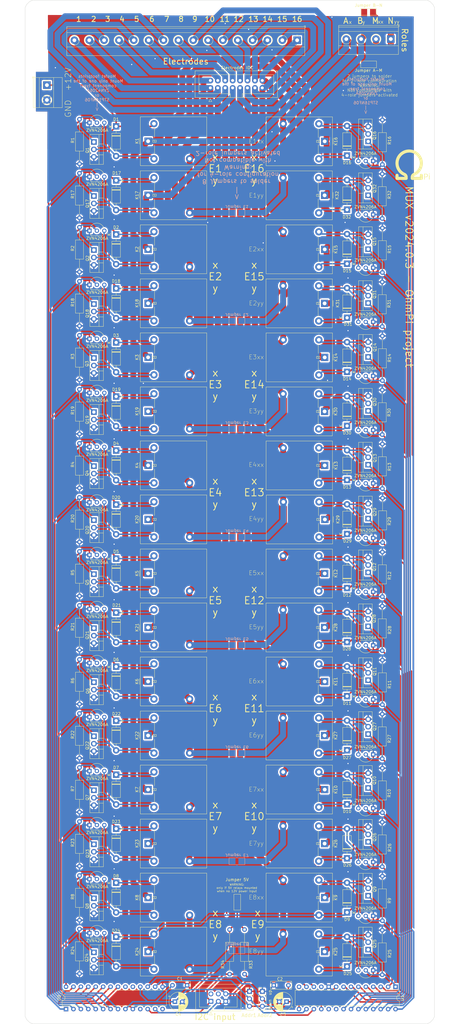
<source format=kicad_pcb>
(kicad_pcb (version 20240108) (generator "pcbnew") (generator_version "8.0")
  (layers (0 "F.Cu" signal) (31 "B.Cu" signal) (34 "B.Paste" user) (35 "F.Paste" user) (36 "B.SilkS" user "B.Silkscreen") (37 "F.SilkS" user "F.Silkscreen") (38 "B.Mask" user) (39 "F.Mask" user) (44 "Edge.Cuts" user))
  (net 0 "")
  (net 1 "12V")
  (net 2 "Net-(D1-Pad2)")
  (net 3 "Net-(D2-Pad2)")
  (net 4 "Net-(D3-Pad2)")
  (net 5 "Net-(D4-Pad2)")
  (net 6 "Net-(D5-Pad2)")
  (net 7 "Net-(D6-Pad2)")
  (net 8 "Net-(D7-Pad2)")
  (net 9 "Net-(D8-Pad2)")
  (net 10 "Net-(D9-Pad2)")
  (net 11 "Net-(D10-Pad2)")
  (net 12 "Net-(D11-Pad2)")
  (net 13 "Net-(D12-Pad2)")
  (net 14 "Net-(D13-Pad2)")
  (net 15 "Net-(D14-Pad2)")
  (net 16 "Net-(D15-Pad2)")
  (net 17 "Net-(D16-Pad2)")
  (net 18 "GND")
  (net 19 "SCL1")
  (net 21 "SD1")
  (net 23 "+5V")
  (net 24 "Net-(D17-Pad2)")
  (net 25 "Net-(D18-Pad2)")
  (net 26 "Net-(D19-Pad2)")
  (net 27 "Net-(D20-Pad2)")
  (net 28 "Electrode 1")
  (net 29 "Electrode 2")
  (net 30 "Electrode 3")
  (net 31 "Electrode 4")
  (net 32 "Electrode 5")
  (net 33 "Electrode 6")
  (net 34 "Electrode 7")
  (net 35 "Electrode 8")
  (net 36 "Electrode 9")
  (net 37 "Electrode 10")
  (net 38 "Electrode 11")
  (net 39 "Electrode 12")
  (net 40 "Electrode 13")
  (net 41 "Electrode 14")
  (net 42 "Electrode 15")
  (net 43 "Electrode 16")
  (net 44 "Addr2")
  (net 45 "Addr1")
  (net 46 "Net-(D21-Pad2)")
  (net 47 "Net-(D22-Pad2)")
  (net 48 "Net-(D23-Pad2)")
  (net 49 "Net-(D24-Pad2)")
  (net 50 "Net-(D25-Pad2)")
  (net 51 "Net-(D26-Pad2)")
  (net 52 "Net-(D27-Pad2)")
  (net 53 "Net-(D28-Pad2)")
  (net 54 "Net-(D29-Pad2)")
  (net 55 "Net-(D30-Pad2)")
  (net 56 "Net-(D31-Pad2)")
  (net 57 "Net-(D32-Pad2)")
  (net 58 "Role x")
  (net 59 "Role y")
  (net 60 "Role xx")
  (net 61 "Role yy")
  (net 62 "E1x")
  (net 67 "E2x")
  (net 68 "E3x")
  (net 69 "E4x")
  (net 70 "E5x")
  (net 71 "E6x")
  (net 72 "E7x")
  (net 73 "E8x")
  (net 74 "E9x")
  (net 75 "E10x")
  (net 76 "E11x")
  (net 77 "E12x")
  (net 78 "E13x")
  (net 79 "E14x")
  (net 80 "E15x")
  (net 81 "E16x")
  (net 82 "E1y")
  (net 83 "E2y")
  (net 84 "E3y")
  (net 85 "E4y")
  (net 86 "E5y")
  (net 87 "E6y")
  (net 88 "E7y")
  (net 89 "E8y")
  (net 90 "E9y")
  (net 91 "E10y")
  (net 92 "E11y")
  (net 93 "E12y")
  (net 94 "E13y")
  (net 95 "E14y")
  (net 96 "E15y")
  (net 97 "E16y")
  (footprint "relay:Relay_SPDT_Omron-G5LE-1-VD" (layer "F.Cu") (at 133.460241 88.266676 -90)
    (property "Reference" "K16")
    (property "Value" "G5LE-1-VD")
  )
  (footprint "ZVN4206A:ZVN4206A" (layer "F.Cu") (at 150.038992 279.1 180)
    (property "Reference" "ZVN4206A")
    (property "Value" "ZVN4206A")
  )
  (footprint "ZVN4206A:ZVN4206A" (layer "F.Cu") (at 52.995241 340.494)
    (property "Reference" "ZVN4206A")
    (property "Value" "ZVN4206A")
  )
  (footprint "Resistor_THT:R_Axial_DIN0207_L6.3mm_D2.5mm_P15.24mm_Horizontal" (layer "F.Cu") (at 49.585241 228.483328 -90)
    (property "Reference" "R5")
    (property "Value" "100k")
  )
  (footprint "relay:Relay_SPDT_Omron-G5LE-1-VD" (layer "F.Cu") (at 73.051491 328.361658 90)
    (property "Reference" "K23")
    (property "Value" "G5LE-1-VD")
  )
  (footprint "relay:Relay_SPDT_Omron-G5LE-1-VD" (layer "F.Cu") (at 133.460241 236.016892 -90)
    (property "Reference" "K12")
    (property "Value" "G5LE-1-VD")
  )
  (footprint "Connector_PinHeader_2.54mm:PinHeader_1x03_P2.54mm_Vertical" (layer "F.Cu") (at 107.735866 378.895)
    (property "Reference" "Addr1")
    (property "Value" "Addr 1")
  )
  (footprint "relay:Relay_SPDT_Omron-G5LE-1-VD" (layer "F.Cu") (at 73.051491 88.23 90)
    (property "Reference" "K1")
    (property "Value" "G5LE-1-VD")
  )
  (footprint "Package_TO_SOT_THT:TO-220-3_Vertical" (layer "F.Cu") (at 54.500241 143.904998 -90)
    (property "Reference" "Q18")
    (property "Value" "STP16NF06L")
  )
  (footprint "ZVN4206A:ZVN4206A" (layer "F.Cu") (at 150.038992 150 180)
    (property "Reference" "ZVN4206A")
    (property "Value" "ZVN4206A")
  )
  (footprint "Diode_THT:D_DO-41_SOD81_P10.16mm_Horizontal" (layer "F.Cu") (at 141.098991 296.449886 90)
    (property "Reference" "D27")
    (property "Value" "1N_E4007")
  )
  (footprint "MountingHole:MountingHole_3.2mm_M3_ISO7380" (layer "F.Cu") (at 166.4 385.1)
    (property "Reference" "REF**" (hide yes))
    (property "Value" "MountingHole_3.2mm_M3_ISO7380")
  )
  (footprint "Resistor_THT:R_Axial_DIN0207_L6.3mm_D2.5mm_P15.24mm_Horizontal" (layer "F.Cu") (at 153.183991 133.12423 90)
    (property "Reference" "R15")
    (property "Value" "100k")
  )
  (footprint "Diode_THT:D_DO-41_SOD81_P10.16mm_Horizontal" (layer "F.Cu") (at 62.120241 138.564998 -90)
    (property "Reference" "D18")
    (property "Value" "1N_E4007")
  )
  (footprint "Connector_PinHeader_2.54mm:PinHeader_1x03_P2.54mm_Vertical" (layer "F.Cu") (at 112.135866 378.895)
    (property "Reference" "Addr2")
    (property "Value" "Addr 2")
  )
  (footprint "Diode_THT:D_DO-41_SOD81_P10.16mm_Horizontal" (layer "F.Cu") (at 62.120241 286.338326 -90)
    (property "Reference" "D22")
    (property "Value" "1N_E4007")
  )
  (footprint "Capacitor_THT:C_Disc_D7.0mm_W2.5mm_P5.00mm" (layer "F.Cu") (at 81.391343 376.8)
    (property "Reference" "C1")
    (property "Value" "100nF")
  )
  (footprint "Capacitor_THT:CP_Radial_D6.3mm_P2.50mm" (layer "F.Cu") (at 82.220482 382.43)
    (property "Reference" "C4")
    (property "Value" "10uF")
  )
  (footprint "Package_TO_SOT_THT:TO-220-3_Vertical" (layer "F.Cu") (at 54.500241 162.376664 -90)
    (property "Reference" "Q3")
    (property "Value" "STP16NF06L")
  )
  (footprint "Package_TO_SOT_THT:TO-220-3_Vertical" (layer "F.Cu") (at 148.333992 364.615795 90)
    (property "Reference" "Q25")
    (property "Value" "STP16NF06L")
  )
  (footprint "Package_TO_SOT_THT:TO-220-3_Vertical" (layer "F.Cu") (at 148.333992 180.410162 90)
    (property "Reference" "Q30")
    (property "Value" "STP16NF06L")
  )
  (footprint "ZVN4206A:ZVN4206A" (layer "F.Cu") (at 150.038992 131.5 180)
    (property "Reference" "ZVN4206A")
    (property "Value" "ZVN4206A")
  )
  (footprint "Package_TO_SOT_THT:TO-220-3_Vertical" (layer "F.Cu") (at 148.333992 125.148476 90)
    (property "Reference" "Q15")
    (property "Value" "STP16NF06L")
  )
  (footprint "Resistor_THT:R_Axial_DIN0207_L6.3mm_D2.5mm_P15.24mm_Horizontal" (layer "F.Cu") (at 153.143991 373.218334 90)
    (property "Reference" "R25")
    (property "Value" "100k")
  )
  (footprint "relay:Relay_SPDT_Omron-G5LE-1-VD" (layer "F.Cu") (at 73.051491 365.305 90)
    (property "Reference" "K24")
    (property "Value" "G5LE-1-VD")
  )
  (footprint "ZVN4206A:ZVN4206A" (layer "F.Cu") (at 52.995241 192.726)
    (property "Reference" "ZVN4206A")
    (property "Value" "ZVN4206A")
  )
  (footprint "Package_TO_SOT_THT:TO-220-3_Vertical" (layer "F.Cu") (at 148.333992 143.569038 90)
    (property "Reference" "Q31")
    (property "Value" "STP16NF06L")
  )
  (footprint "MountingHole:MountingHole_3.2mm_M3_ISO7380" (layer "F.Cu") (at 166.4 345.1)
    (property "Reference" "REF**" (hide yes))
    (property "Value" "MountingHole_3.2mm_M3_ISO7380")
  )
  (footprint "ZVN4206A:ZVN4206A" (layer "F.Cu") (at 52.995241 118.842)
    (property "Reference" "ZVN4206A")
    (property "Value" "ZVN4206A")
  )
  (footprint "Diode_THT:D_DO-41_SOD81_P10.16mm_Horizontal" (layer "F.Cu") (at 141.098991 93.146676 90)
    (property "Reference" "D16")
    (property "Value" "1N_E4007")
  )
  (footprint "Package_TO_SOT_THT:TO-220-3_Vertical" (layer "F.Cu") (at 54.500241 328.621658 -90)
    (property "Reference" "Q23")
    (property "Value" "STP16NF06L")
  )
  (footprint "Package_TO_SOT_THT:TO-220-3_Vertical" (layer "F.Cu") (at 54.500241 291.678326 -90)
    (property "Reference" "Q22")
    (property "Value" "STP16NF06L")
  )
  (footprint "Package_DIP:DIP-28_W7.62mm" (layer "F.Cu") (at 44.978991 384.935 90)
    (property "Reference" "U2")
    (property "Value" "MCP23017_SP")
  )
  (footprint "Diode_THT:D_DO-41_SOD81_P10.16mm_Horizontal" (layer "F.Cu") (at 62.120241 101.621666 -90)
    (property "Reference" "D17")
    (property "Value" "1N_E4007")
  )
  (footprint "relay:Relay_SPDT_Omron-G5LE-1-VD" (layer "F.Cu") (at 133.420241 365.298334 -90)
    (property "Reference" "K25")
    (property "Value" "G5LE-1-VD")
  )
  (footprint "ZVN4206A:ZVN4206A" (layer "F.Cu") (at 52.995241 100.371)
    (property "Reference" "ZVN4206A")
    (property "Value" "ZVN4206A")
  )
  (footprint "Diode_THT:D_DO-41_SOD81_P10.16mm_Horizontal" (layer "F.Cu") (at 141.098991 277.967776 90)
    (property "Reference" "D11")
    (property "Value" "1N_E4007")
  )
  (footprint "MountingHole:MountingHole_3.2mm_M3_ISO7380" (layer "F.Cu") (at 35.4 385.1)
    (property "Reference" "REF**" (hide yes))
    (property "Value" "MountingHole_3.2mm_M3_ISO7380")
  )
  (footprint "Diode_THT:D_DO-41_SOD81_P10.16mm_Horizontal" (layer "F.Cu") (at 62.120241 120.093332 -90)
    (property "Reference" "D2")
    (property "Value" "1N_E4007")
  )
  (footprint "Diode_THT:D_DO-41_SOD81_P10.16mm_Horizontal" (layer "F.Cu") (at 141.098991 259.485666 90)
    (property "Reference" "D28")
    (property "Value" "1N_E4007")
  )
  (footprint "Diode_THT:D_DO-41_SOD81_P10.16mm_Horizontal" (layer "F.Cu") (at 141.098991 111.628786 90)
    (property "Reference" "D32")
    (property "Value" "1N_E4007")
  )
  (footprint "MountingHole:MountingHole_3.2mm_M3_ISO7380" (layer "F.Cu") (at 35.4 195.1)
    (property "Reference" "REF**" (hide yes))
    (property "Value" "MountingHole_3.2mm_M3_ISO7380")
  )
  (footprint "Diode_THT:D_DO-41_SOD81_P10.16mm_Horizontal" (layer "F.Cu") (at 62.120241 360.225 -90)
    (property "Reference" "D24")
    (property "Value" "1N_E4007")
  )
  (footprint "relay:Relay_SPDT_Omron-G5LE-1-VD" (layer "F.Cu") (at 73.051491 272.94666 90)
    (property "Reference" "K6")
    (property "Value" "G5LE-1-VD")
  )
  (footprint "Package_TO_SOT_THT:TO-220-3_Vertical" (layer "F.Cu") (at 148.333992 290.933534 90)
    (property "Reference" "Q27")
    (property "Value" "STP16NF06L")
  )
  (footprint "ZVN4206A:ZVN4206A" (layer "F.Cu") (at 52.995241 248.139)
    (property "Reference" "ZVN4206A")
    (property "Value" "ZVN4206A")
  )
  (footprint "Package_TO_SOT_THT:TO-220-3_Vertical" (layer "F.Cu") (at 54.500241 125.433332 -90)
    (property "Reference" "Q2")
    (property "Value" "STP16NF06L")
  )
  (footprint "Resistor_THT:R_Axial_DIN0207_L6.3mm_D2.5mm_P15.24mm_Horizontal" (layer "F.Cu") (at 153.183991 96.186676 90)
    (property "Reference" "R16")
    (property "Value" "100k")
  )
  (footprint "Package_DIP:DIP-28_W7.62mm" (layer "F.Cu") (at 157.692741 377.335 -90)
    (property "Reference" "U1")
    (property "Value" "MCP23017_SP")
  )
  (footprint "relay:Relay_SPDT_Omron-G5LE-1-VD" (layer "F.Cu") (at 133.420241 328.360777 -90)
    (property "Reference" "K26")
    (property "Value" "G5LE-1-VD")
  )
  (footprint "ZVN4206A:ZVN4206A" (layer "F.Cu") (at 52.995241 174.255)
    (property "Reference" "ZVN4206A")
    (property "Value" "ZVN4206A")
  )
  (footprint "Diode_THT:D_DO-41_SOD81_P10.16mm_Horizontal" (layer "F.Cu") (at 141.098991 130.110896 90)
    (property "Reference" "D15")
    (property "Value" "1N_E4007")
  )
  (footprint "Diode_THT:D_DO-41_SOD81_P10.16mm_Horizontal" (layer "F.Cu") (at 141.098991 333.414106 90)
    (property "Reference" "D26")
    (property "Value" "1N_E4007")
  )
  (footprint "Resistor_THT:R_Axial_DIN0207_L6.3mm_D2.5mm_P15.24mm_Horizontal" (layer "F.Cu") (at 49.585241 302.369992 -90)
    (property "Reference" "R7")
    (property "Value" "100k")
  )
  (footprint "Package_TO_SOT_THT:TO-220-3_Vertical" (layer "F.Cu") (at 54.500241 217.791662 -90)
    (property "Reference" "Q20")
    (property "Value" "STP16NF06L")
  )
  (footprint "Diode_THT:D_DO-41_SOD81_P10.16mm_Horizontal" (layer "F.Cu") (at 62.120241 175.50833 -90)
    (property "Reference" "D19")
    (property "Value" "1N_E4007")
  )
  (footprint "Package_TO_SOT_THT:TO-220-3_Vertical" (layer "F.Cu") (at 54.500241 365.565 -90)
    (property "Reference" "Q24")
    (property "Value" "STP16NF06L")
  )
  (footprint "relay:Relay_SPDT_Omron-G5LE-1-VD" (layer "F.Cu") (at 73.051491 309.889992 90)
    (property "Reference" "K7")
    (property "Value" "G5LE-1-VD")
  )
  (footprint "Resistor_THT:R_Axial_DIN0207_L6.3mm_D2.5mm_P15.24mm_Horizontal" (layer "F.Cu") (at 153.183991 170.061784 90)
    (property "Reference" "R14")
    (property "Value" "100k")
  )
  (footprint "Package_TO_SOT_THT:TO-220-3_Vertical" (layer "F.Cu") (at 54.500241 310.149992 -90)
    (property "Reference" "Q7")
    (property "Value" "STP16NF06L")
  )
  (footprint "Resistor_THT:R_Axial_DIN0207_L6.3mm_D2.5mm_P15.24mm_Horizontal" (layer "F.Cu") (at 153.143991 151.593007 90)
    (property "Reference" "R31")
    (property "Value" "100k")
  )
  (footprint "Diode_THT:D_DO-41_SOD81_P10.16mm_Horizontal" (layer "F.Cu") (at 62.120241 341.753324 -90)
    (property "Reference" "D8")
    (property "Value" "1N_E4007")
  )
  (footprint "ZVN4206A:ZVN4206A" (layer "F.Cu") (at 150.038992 297.9 180)
    (property "Reference" "ZVN4206A")
    (property "Value" "ZVN4206A")
  )
  (footprint "Package_TO_SOT_THT:TO-220-3_Vertical" (layer "F.Cu") (at 148.333992 88.307352 90)
    (property "Reference" "Q16")
    (property "Value" "STP16NF06L")
  )
  (footprint "MountingHole:MountingHole_3.2mm_M3_ISO7380" (layer "F.Cu") (at 166.4 195.1)
    (property "Reference" "REF**" (hide yes))
    (property "Value" "MountingHole_3.2mm_M3_ISO7380")
  )
  (footprint "Capacitor_THT:CP_Radial_D6.3mm_P2.50mm" (layer "F.Cu") (at 120.420482 382.43 180)
    (property "Reference" "C3")
    (property "Value" "10uF")
  )
  (footprint "Solder_jumper:Soder_jumper" (layer "F.Cu") (at 103.335241 348.4 90)
    (property "Reference" "Jumper 5V")
    (property "Value" "SolderJumper_2_Open")
  )
  (footprint "Resistor_THT:R_Axial_DIN0207_L6.3mm_D2.5mm_P15.24mm_Horizontal" (layer "F.Cu") (at 153.143991 262.405669 90)
    (property "Reference" "R28")
    (property "Value" "100k")
  )
  (footprint "Diode_THT:D_DO-41_SOD81_P10.16mm_Horizontal" (layer "F.Cu") (at 141.098991 185.557226 90)
    (property "Reference" "D30")
    (property "Value" "1N_E4007")
  )
  (footprint "Diode_THT:D_DO-41_SOD81_P10.16mm_Horizontal" (layer "F.Cu") (at 141.098991 351.896216 90)
    (property "Reference" "D9")
    (property "Value" "1N_E4007")
  )
  (footprint "relay:Relay_SPDT_Omron-G5LE-1-VD" (layer "F.Cu") (at 73.051491 180.58833 90)
    (property "Reference" "K19")
    (property "Value" "G5LE-1-VD")
  )
  (footprint "Connector_IDC:IDC-Header_2x08_P2.54mm_Vertical" (layer "F.Cu") (at 94.335241 70 90)
    (property "Reference" "Electrodes IDC")
    (property "Value" "Conn_02x08_Odd_Even")
  )
  (footprint "relay:Relay_SPDT_Omron-G5LE-1-VD" (layer "F.Cu") (at 133.460241 125.20423 -90)
    (property "Reference" "K15")
    (property "Value" "G5LE-1-VD")
  )
  (footprint "Diode_THT:D_DO-41_SOD81_P10.16mm_Horizontal" (layer "F.Cu") (at 141.098991 148.593006 90)
    (property "Reference" "D31")
    (property "Value" "1N_E4007")
  )
  (footprint "Resistor_THT:R_Axial_DIN0207_L6.3mm_D2.5mm_P15.24mm_Horizontal" (layer "F.Cu") (at 153.143991 114.655453 90)
    (property "Reference" "R32")
    (property "Value" "100k")
  )
  (footprint "TerminalBlock_Phoenix:TerminalBlock_Phoenix_MKDS-1,5-16-5.08_1x16_P5.08mm_Horizontal" (layer "F.Cu") (at 124.035241 53.7 180)
    (property "Reference" "Electrodes")
    (property "Value" "Screw_Terminal_01x16")
  )
  (footprint "Package_TO_SOT_THT:TO-220-3_Vertical" (layer "F.Cu") (at 148.333992 217.251286 90)
    (property "Reference" "Q29")
    (property "Value" "STP16NF06L")
  )
  (footprint "Solder_jumper:Soder_jumper" (layer "F.Cu") (at 148.470241 43.82)
    (property "Reference" "Jumper B-N")
    (property "Value" "SolderJumper_2_Open")
  )
  (footprint "Diode_THT:D_DO-41_SOD81_P10.16mm_Horizontal" (layer "F.Cu") (at 62.120241 193.979996 -90)
    (property "Reference" "D4")
    (property "Value" "1N_E4007")
  )
  (footprint "ohmpi_logo:ohmpi_logo" (layer "F.Cu") (at 163.6 96.1)
    (property "Reference" "G***" (hide yes))
    (property "Value" "LOGO" (hide yes))
  )
  (footprint "MountingHole:MountingHole_3.2mm_M3_ISO7380" (layer "F.Cu") (at 35.4 85.1)
    (property "Reference" "REF**" (hide yes))
    (property "Value" "MountingHole_3.2mm_M3_ISO7380")
  )
  (footprint "ZVN4206A:ZVN4206A" (layer "F.Cu") (at 52.995241 285.081)
    (property "Reference" "ZVN4206A")
    (property "Value" "ZVN4206A")
  )
  (footprint "ZVN4206A:ZVN4206A" (layer "F.Cu") (at 52.995241 211.697)
    (property "Reference" "ZVN4206A")
    (property "Value" "ZVN4206A")
  )
  (footprint "MountingHole:MountingHole_3.2mm_M3_ISO7380" (layer "F.Cu") (at 166.4 45.1)
    (property "Reference" "REF**" (hide yes))
    (property "Value" "MountingHole_3.2mm_M3_ISO7380")
  )
  (footprint "relay:Relay_SPDT_Omron-G5LE-1-VD" (layer "F.Cu") (at 133.420241 143.673007 -90)
    (property "Reference" "K31")
    (property "Value" "G5LE-1-VD")
  )
  (footprint "Resistor_THT:R_Axial_DIN0207_L6.3mm_D2.5mm_P15.24mm_Horizontal" (layer "F.Cu") (at 49.585241 80.71 -90)
    (property "Reference" "R1")
    (property "Value" "100k")
  )
  (footprint "Resistor_THT:R_Axial_DIN0207_L6.3mm_D2.5mm_P15.24mm_Horizontal" (layer "F.Cu") (at 153.183992 354.749554 90)
    (property "Reference" "R9")
    (property "Value" "100k")
  )
  (footprint "Resistor_THT:R_Axial_DIN0207_L6.3mm_D2.5mm_P15.24mm_Horizontal" (layer "F.Cu") (at 49.585241 320.841658 -90)
    (property "Reference" "R23")
    (property "Value" "100k")
  )
  (footprint "Package_TO_SOT_THT:TO-220-3_Vertical" (layer "F.Cu") (at 54.500241 106.961666 -90)
    (property "Reference" "Q17")
    (property "Value" "STP16NF06L")
  )
  (footprint "Diode_THT:D_DO-41_SOD81_P10.16mm_Horizontal" (layer "F.Cu") (at 62.120241 157.036664 -90)
    (property "Reference" "D3")
    (property "Value" "1N_E4007")
  )
  (footprint "ZVN4206A:ZVN4206A" (layer "F.Cu") (at 150.038992 205.2 180)
    (property "Reference" "ZVN4206A")
    (property "Value" "ZVN4206A")
  )
  (footprint "relay:Relay_SPDT_Omron-G5LE-1-VD" (layer "F.Cu") (at 133.460241 199.079338 -90)
    (property "Reference" "K13")
    (property "Value" "G5LE-1-VD")
  )
  (footprint "Resistor_THT:R_Axial_DIN0207_L6.3mm_D2.5mm_P15.24mm_Horizontal" (layer "F.Cu") (at 153.143991 336.280777 90)
    (property "Reference" "R26")
    (property "Value" "100k")
  )
  (footprint "ZVN4206A:ZVN4206A" (layer "F.Cu") (at 150.038992 187 180)
    (property "Reference" "ZVN4206A")
    (property "Value" "ZVN4206A")
  )
  (footprint "relay:Relay_SPDT_Omron-G5LE-1-VD" (layer "F.Cu") (at 73.051491 346.833324 90)
    (property "Reference" "K8")
    (property "Value" "G5LE-1-VD")
  )
  (footprint "Package_TO_SOT_THT:TO-220-3_Vertical" (layer "F.Cu") (at 148.333992 254.09241 90)
    (property "Reference" "Q28")
    (property "Value" "STP16NF06L")
  )
  (footprint "Resistor_THT:R_Axial_DIN0207_L6.3mm_D2.5mm_P15.24mm_Horizontal" (layer "F.Cu") (at 100.926491 357.76 -90)
    (property "Reference" "R34")
    (property "Value" "100k")
  )
  (footprint "ZVN4206A:ZVN4206A" (layer "F.Cu") (at 150.038992 95 180)
    (property "Reference" "ZVN4206A")
    (property "Value" "ZVN4206A")
  )
  (footprint "Resistor_THT:R_Axial_DIN0207_L6.3mm_D2.5mm_P15.24mm_Horizontal" (layer "F.Cu") (at 153.183992 317.812 90)
    (property "Reference" "R10")
    (property "Value" "100k")
  )
  (footprint "Package_TO_SOT_THT:TO-220-3_Vertical" (layer "F.Cu") (at 148.333992 161.9896 90)
    (property "Reference" "Q14")
    (property "Value" "STP16NF06L")
  )
  (footprint "relay:Relay_SPDT_Omron-G5LE-1-VD" (layer "F.Cu") (at 73.051491 291.418326 90)
    (property "Reference" "K22")
    (property "Value" "G5LE-1-VD")
  )
  (footprint "Diode_THT:D_DO-41_SOD81_P10.16mm_Horizontal" (layer "F.Cu") (at 62.120241 249.394994 -90)
    (property "Reference" "D21")
    (property "Value" "1N_E4007")
  )
  (footprint "Package_TO_SOT_THT:TO-220-3_Vertical" (layer "F.Cu") (at 54.500241 88.49 -90)
    (property "Reference" "Q1")
    (property "Value" "STP16NF06L")
  )
  (footprint "ZVN4206A:ZVN4206A" (layer "F.Cu") (at 150.038992 168.5 180)
    (property "Reference" "ZVN4206A")
    (property "Value" "ZVN4206A")
  )
  (footprint "Resistor_THT:R_Axial_DIN0207_L6.3mm_D2.5mm_P15.24mm_Horizontal" (layer "F.Cu") (at 153.143991 299.343223 90)
    (property "Reference" "R27")
    (property "Value" "100k")
  )
  (footprint "Resistor_THT:R_Axial_DIN0207_L6.3mm_D2.5mm_P15.24mm_Horizontal" (layer "F.Cu") (at 49.585241 191.539996 -90)
    (property "Reference" "R4")
    (property "Value" "100k")
  )
  (footprint "relay:Relay_SPDT_Omron-G5LE-1-VD" (layer "F.Cu") (at 133.460242 346.829554 -90)
    (property "Reference" "K9")
    (property "Value" "G5LE-1-VD")
  )
  (footprint "ZVN4206A:ZVN4206A" (layer "F.Cu") (at 52.995241 303.552)
    (property "Reference" "ZVN4206A")
    (property "Value" "ZVN4206A")
  )
  (footprint "MountingHole:MountingHole_3.2mm_M3_ISO7380" (layer "F.Cu") (at 35.4 345.1)
    (property "Reference" "REF**" (hide yes))
    (property "Value" "MountingHole_3.2mm_M3_ISO7380")
  )
  (footprint "ZVN4206A:ZVN4206A" (layer "F.Cu") (at 150.038992 242.3 180)
    (property "Reference" "ZVN4206A")
    (property "Value" "ZVN4206A")
  )
  (footprint "relay:Relay_SPDT_Omron-G5LE-1-VD" (layer "F.Cu") (at 133.460242 309.892 -90)
    (property "Reference" "K10")
    (property "Value" "G5LE-1-VD")
  )
  (footprint "ZVN4206A:ZVN4206A" (layer "F.Cu") (at 150.038992 223.9 180)
    (property "Reference" "ZVN4206A")
    (property "Value" "ZVN4206A")
  )
  (footprint "Resistor_THT:R_Axial_DIN0207_L6.3mm_D2.5mm_P15.24mm_Horizontal" (layer "F.Cu") (at 49.585241 173.06833 -90)
    (property "Reference" "R19")
    (property "Value" "100k")
  )
  (footprint "Package_TO_SOT_THT:TO-220-3_Vertical" (layer "F.Cu") (at 148.333992 106.727914 90)
    (property "Reference" "Q32")
    (property "Value" "STP16NF06L")
  )
  (footprint "Package_TO_SOT_THT:TO-220-3_Vertical" (layer "F.Cu") (at 54.500241 199.319996 -90)
    (property "Reference" "Q4")
    (property "Value" "STP16NF06L")
  )
  (footprint "Resistor_THT:R_Axial_DIN0207_L6.3mm_D2.5mm_P15.24mm_Horizontal" (layer "F.Cu") (at 153.143991 188.530561 90)
    (property "Reference" "R30")
    (property "Value" "100k")
  )
  (footprint "ZVN4206A:ZVN4206A" (layer "F.Cu") (at 150.038992 334.7 180)
    (property "Reference" "ZVN4206A")
    (property "Value" "ZVN4206A")
  )
  (footprint "Diode_THT:D_DO-41_SOD81_P10.16mm_Horizontal" (layer "F.Cu") (at 62.120241 267.86666 -90)
    (property "Reference" "D6")
    (property "Value" "1N_E4007")
  )
  (footprint "Resistor_THT:R_Axial_DIN0207_L6.3mm_D2.5mm_P15.24mm_Horizontal" (layer "F.Cu") (at 153.183991 243.936892 90)
    (property "Reference" "R12")
    (property "Value" "100k")
  )
  (footprint "MountingHole:MountingHole_3.2mm_M3_ISO7380" (layer "F.Cu") (at 35.4 235.1)
    (property "Reference" "REF**" (hide yes))
    (property "Value" "MountingHole_3.2mm_M3_ISO7380")
  )
  (footprint "ZVN4206A:ZVN4206A" (layer "F.Cu") (at 52.995241 358.965)
    (property "Reference" "ZVN4206A")
    (property "Value" "ZVN4206A")
  )
  (footprint "ZVN4206A:ZVN4206A" (layer "F.Cu") (at 52.995241 266.61)
    (property "Reference" "ZVN4206A")
    (property "Value" "ZVN4206A")
  )
  (footprint "ZVN4206A:ZVN4206A" (layer "F.Cu") (at 150.038992 113.3 180)
    (property "Reference" "ZVN4206A")
    (property "Value" "ZVN4206A")
  )
  (footprint "MountingHole:MountingHole_3.2mm_M3_ISO7380" (layer "F.Cu") (at 166.4 235.1)
    (property "Reference" "REF**" (hide yes))
    (property "Value" "MountingHole_3.2mm_M3_ISO7380")
  )
  (footprint "ZVN4206A:ZVN4206A" (layer "F.Cu") (at 150.038992 353.1 180)
    (property "Reference" "ZVN4206A")
    (property "Value" "ZVN4206A")
  )
  (footprint "TerminalBlock_Phoenix:TerminalBlock_Phoenix_MKDS-1,5-4-5.08_1x04_P5.08mm_Horizontal" (layer "F.Cu") (at 156.070241 53.3 180)
    (property "Reference" "A  B  M  N")
    (property "Value" "Screw_Terminal_01x04")
  )
  (footprint "Diode_THT:D_DO-41_SOD81_P10.16mm_Horizontal" (layer "F.Cu") (at 141.098991 167.075116 90)
    (property "Reference" "D14")
    (property "Value" "1N_E4007")
  )
  (footprint "Diode_THT:D_DO-41_SOD81_P10.16mm_Horizontal" (layer "F.Cu") (at 141.098991 222.521446 90)
    (property "Reference" "D29")
    (property "Value" "1N_E4007")
  )
  (footprint "Resistor_THT:R_Axial_DIN0207_L6.3mm_D2.5mm_P15.24mm_Horizontal" (layer "F.Cu") (at 153.243991 225.468115 90)
    (property "Reference" "R29")
    (property "Value" "100k")
  )
  (footprint "relay:Relay_SPDT_Omron-G5LE-1-VD" (layer "F.Cu") (at 73.051491 217.531662 90)
    (property "Reference" "K20")
    (property "Value" "G5LE-1-VD")
  )
  (footprint "Resistor_THT:R_Axial_DIN0207_L6.3mm_D2.5mm_P15.24mm_Horizontal" (layer "F.Cu") (at 49.585241 136.124998 -90)
    (property "Reference" "R18")
    (property "Value" "100k")
  )
  (footprint "relay:Relay_SPDT_Omron-G5LE-1-VD" (layer "F.Cu") (at 73.051491 106.701666 90)
    (property "Reference" "K17")
    (property "Value" "G5LE-1-VD")
  )
  (footprint "relay:Relay_SPDT_Omron-G5LE-1-VD" (layer "F.Cu") (at 133.420241 106.735453 -90)
    (property "Reference" "K32")
    (property "Value" "G5LE-1-VD")
  )
  (footprint "Resistor_THT:R_Axial_DIN0207_L6.3mm_D2.5mm_P15.24mm_Horizontal" (layer "F.Cu") (at 49.585241 117.653332 -90)
    (property "Reference" "R2")
    (property "Value" "100k")
  )
  (footprint "Package_TO_SOT_THT:TO-220-3_Vertical" (layer "F.Cu") (at 148.333992 235.671848 90)
    (property "Reference" "Q12")
    (property "Value" "STP16NF06L")
  )
  (footprint "ZVN4206A:ZVN4206A" (layer "F.Cu") (at 150.038992 316.3 180)
    (property "Reference" "ZVN4206A")
    (property "Value" "ZVN4206A")
  )
  (footprint "relay:Relay_SPDT_Omron-G5LE-1-VD" (layer "F.Cu") (at 133.460242 272.954446 -90)
    (property "Reference" "K11")
    (property "Value" "G5LE-1-VD")
  )
  (footprint "relay:Relay_SPDT_Omron-G5LE-1-VD" (layer "F.Cu") (at 133.420241 254.485669 -90)
    (property "Reference" "K28")
    (property "Value" "G5LE-1-VD")
  )
  (footprint "ZVN4206A:ZVN4206A" (layer "F.Cu") (at 52.995241 229.668)
    (property "Reference" "ZVN4206A")
    (property "Value" "ZVN4206A")
  )
  (footprint "relay:Relay_SPDT_Omron-G5LE-1-VD" (layer "F.Cu") (at 73.051491 125.173332 90)
    (property "Reference" "K2")
    (property "Value" "G5LE-1-VD")
  )
  (footprint "ZVN4206A:ZVN4206A" (layer "F.Cu") (at 52.995241 81.9)
    (property "Reference" "ZVN4206A")
    (property "Value" "ZVN4206A")
  )
  (footprint "Package_TO_SOT_THT:TO-220-3_Vertical" (layer "F.Cu") (at 148.333992 346.19522 90)
    (property "Reference" "Q9")
    (property "Value" "STP16NF06L")
  )
  (footprint "Resistor_THT:R_Axial_DIN0207_L6.3mm_D2.5mm_P15.24mm_Horizontal" (layer "F.Cu") (at 153.183992 280.874446 90)
    (property "Reference" "R11")
    (property "Value" "100k")
  )
  (footprint "Capacitor_THT:C_Disc_D7.0mm_W2.5mm_P5.00mm" (layer "F.Cu") (at 121.035241 376.8 180)
    (property "Reference" "C2")
    (property "Value" "100nF")
  )
  (footprint "Diode_THT:D_DO-41_SOD81_P10.16mm_Horizontal" (layer "F.Cu") (at 62.120241 304.809992 -90)
    (property "Reference" "D7")
    (property "Value" "1N_E4007")
  )
  (footprint "Resistor_THT:R_Axial_DIN0207_L6.3mm_D2.5mm_P15.24mm_Horizontal" (layer "F.Cu") (at 49.585241 339.313324 -90)
    (property "Reference" "R8")
    (property "Value" "100k")
  )
  (footprint "Resistor_THT:R_Axial_DIN0207_L6.3mm_D2.5mm_P15.24mm_Horizontal" (layer "F.Cu") (at 49.585241 357.585 -90)
    (property "Reference" "R24")
    (property "Value" "100k")
  )
  (footprint "Resistor_THT:R_Axial_DIN0207_L6.3mm_D2.5mm_P15.24mm_Horizontal" (layer "F.Cu") (at 49.585241 246.954994 -90)
    (property "Reference" "R21")
    (property "Value" "100k")
  )
  (footprint "Diode_THT:D_DO-41_SOD81_P10.16mm_Horizontal" (layer "F.Cu") (at 62.120241 230.923328 -90)
    (property "Reference" "D5")
    (property "Value" "1N_E4007")
  )
  (footprint "Package_TO_SOT_THT:TO-220-3_Vertical" (layer "F.Cu") (at 148.333992 327.774658 90)
    (property "Reference" "Q26")
    (property "Value" "STP16NF06L")
  )
  (footprint "Solder_jumper:Soder_jumper" (layer "F.Cu") (at 148.470241 61.77)
    (property "Reference" "Jumper A-M")
    (property "Value" "SolderJumper_2_Open")
  )
  (footprint "Package_TO_SOT_THT:TO-220-3_Vertical" (layer "F.Cu") (at 148.333992 198.830724 90)
    (property "Reference" "Q13")
    (property "Value" "STP16NF06L")
  )
  (footprint "relay:Relay_SPDT_Omron-G5LE-1-VD" (layer "F.Cu") (at 73.051491 236.003328 90)
    (property "Reference" "K5")
    (property "Value" "G5LE-1-VD")
  )
  (footprint "TerminalBlock_Phoenix:TerminalBlock_Phoenix_MKDS-1,5-2-5.08_1x02_P5.08mm_Horizontal" (layer "F.Cu") (at 38.435241 69.05 -90)
    (property "Reference" "GND  +12V")
    (property "Value" "Relays Pwr")
  )
  (footprint "ZVN4206A:ZVN4206A" (layer "F.Cu") (at 150.038992 371.7 180)
    (property "Reference" "ZVN4206A")
    (property "Value" "ZVN4206A")
  )
  (footprint "relay:Relay_SPDT_Omron-G5LE-1-VD" (layer "F.Cu") (at 73.051491 254.474994 90)
    (property "Reference" "K21")
    (property "Value" "G5LE-1-VD")
  )
  (footprint "MountingHole:MountingHole_3.2mm_M3_ISO7380" (layer "F.Cu") (at 166.4 85.1)
    (property "Reference" "REF**" (hide yes))
    (property "Value" "MountingHole_3.2mm_M3_ISO7380")
  )
  (footprint "Resistor_THT:R_Axial_DIN0207_L6.3mm_D2.5mm_P15.24mm_Horizontal" (layer "F.Cu") (at 49.585241 283.898326 -90)
    (property "Reference" "R22")
    (property "Value" "100k")
  )
  (footprint "Resistor_THT:R_Axial_DIN0207_L6.3mm_D2.5mm_P15.24mm_Horizontal" (layer "F.Cu") (at 49.585241 210.011662 -90)
    (property "Reference" "R20")
    (property "Value" "100k")
  )
  (footprint "MountingHole:MountingHole_3.2mm_M3_ISO7380" (layer "F.Cu") (at 35.4 45.1)
    (property "Reference" "REF**" (hide yes))
    (property "Value" "MountingHole_3.2mm_M3_ISO7380")
  )
  (footprint "Resistor_THT:R_Axial_DIN0207_L6.3mm_D2.5mm_P15.24mm_Horizontal" (layer "F.Cu") (at 49.585241 265.42666 -90)
    (property "Reference" "R6")
    (property "Value" "100k")
  )
  (footprint "Package_TO_SOT_THT:TO-220-3_Vertical" (layer "F.Cu") (at 148.333992 309.354096 90)
    (property "Reference" "Q10")
    (property "Value" "STP16NF06L")
  )
  (footprint "Diode_THT:D_DO-41_SOD81_P10.16mm_Horizontal" (layer "F.Cu") (at 62.120241 323.281658 -90)
    (property "Reference" "D23")
    (property "Value" "1N_E4007")
  )
  (footprint "relay:Relay_SPDT_Omron-G5LE-1-VD" (layer "F.Cu") (at 73.051491 199.059996 90)
    (property "Reference" "K4")
    (property "Value" "G5LE-1-VD")
  )
  (footprint "relay:Relay_SPDT_Omron-G5LE-1-VD" (layer "F.Cu") (at 133.520241 217.548115 -90)
    (property "Reference" "K29")
    (property "Value" "G5LE-1-VD")
  )
  (footprint "Resistor_THT:R_Axial_DIN0207_L6.3mm_D2.5mm_P15.24mm_Horizontal" (layer "F.Cu") (at 106.036491 357.76 -90)
    (property "Reference" "R33")
    (property "Value" "100k")
  )
  (footprint "Diode_THT:D_DO-41_SOD81_P10.16mm_Horizontal" (layer "F.Cu") (at 141.098991 204.039336 90)
    (property "Reference" "D13")
    (property "Value" "1N_E4007")
  )
  (footprint "relay:Relay_SPDT_Omron-G5LE-1-VD" (layer "F.Cu") (at 73.051491 162.116664 90)
    (property "Reference" "K3")
    (property "Value" "G5LE-1-VD")
  )
  (footprint "Resistor_THT:R_Axial_DIN0207_L6.3mm_D2.5mm_P15.24mm_Horizontal" (layer "F.Cu") (at 49.585241 99.181666 -90)
    (property "Reference" "R17")
    (property "Value" "100k")
  )
  (footprint "Package_TO_SOT_THT:TO-220-3_Vertical" (layer "F.Cu") (at 54.500241 347.093324 -90)
    (property "Reference" "Q8")
    (property "Value" "STP16NF06L")
  )
  (footprint "Diode_THT:D_DO-41_SOD81_P10.16mm_Horizontal" (layer "F.Cu") (at 62.120241 212.451662 -90)
    (property "Reference" "D20")
    (property "Value" "1N_E4007")
  )
  (footprint "ZVN4206A:ZVN4206A" (layer "F.Cu") (at 150.038992 260.6 180)
    (property "Reference" "ZVN4206A")
    (property "Value" "ZVN4206A")
  )
  (footprint "ZVN4206A:ZVN4206A" (layer "F.Cu") (at 52.995241 322.023)
    (property "Reference" "ZVN4206A")
    (property "Value" "ZVN4206A")
  )
  (footprint "Connector_IDC:IDC-Header_2x03_P2.54mm_Vertical" (layer "F.Cu") (at 94.535241 382.3 90)
    (property "Reference" "I2C input")
    (property "Value" "I2C")
  )
  (footprint "relay:Relay_SPDT_Omron-G5LE-1-VD" (layer "F.Cu") (at 133.420241 291.423223 -90)
    (property "Reference" "K27")
    (property "Value" "G5LE-1-VD")
  )
  (footprint "Resistor_THT:R_Axial_DIN0207_L6.3mm_D2.5mm_P15.24mm_Horizontal" (layer "F.Cu") (at 153.183991 206.999338 90)
    (property "Reference" "R13")
    (property "Value" "100k")
  )
  (footprint "Package_TO_SOT_THT:TO-220-3_Vertical" (layer "F.Cu") (at 54.500241 273.20666 -90)
    (property "Reference" "Q6")
    (property "Value" "STP16NF06L")
  )
  (footprint "Package_TO_SOT_THT:TO-220-3_Vertical" (layer "F.Cu") (at 54.500241 254.734994 -90)
    (property "Reference" "Q21")
    (property "Value" "STP16NF06L")
  )
  (footprint "Diode_THT:D_DO-41_SOD81_P10.16mm_Horizontal" (layer "F.Cu") (at 62.120241 83.15 -90)
    (property "Reference" "D1")
    (property "Value" "1N_E4007")
  )
  (footprint "Diode_THT:D_DO-41_SOD81_P10.16mm_Horizontal" (layer "F.Cu") (at 141.098991 314.931996 90)
    (property "Reference" "D10")
    (property "Value" "1N_E4007")
  )
  (footprint "relay:Relay_SPDT_Omron-G5LE-1-VD" (layer "F.Cu") (at 133.420241 180.610561 -90)
    (property "Reference" "K30")
    (property "Value" "G5LE-1-VD")
  )
  (footprint "Package_TO_SOT_THT:TO-220-3_Vertical" (layer "F.Cu") (at 54.500241 180.84833 -90)
    (property "Reference" "Q19")
    (property "Value" "STP16NF06L")
  )
  (footprint "relay:Relay_SPDT_Omron-G5LE-1-VD" (layer "F.Cu") (at 133.460241 162.141784 -90)
    (property "Reference" "K14")
    (property "Value" "G5LE-1-VD")
  )
  (footprint "Resistor_THT:R_Axial_DIN0207_L6.3mm_D2.5mm_P15.24mm_Horizontal" (layer "F.Cu") (at 49.585241 154.596664 -90)
    (property "Reference" "R3")
    (property "Value" "100k")
  )
  (footprint "relay:Relay_SPDT_Omron-G5LE-1-VD" (layer "F.Cu") (at 73.051491 143.644998 90)
    (property "Reference" "K18")
    (property "Value" "G5LE-1-VD")
  )
  (footprint "Diode_THT:D_DO-41_SOD81_P10.16mm_Horizontal" (layer "F.Cu") (at 141.098991 241.003556 90)
    (property "Reference" "D12")
    (property "Value" "1N_E4007")
  )
  (footprint "ZVN4206A:ZVN4206A" (layer "F.Cu") (at 52.995241 155.784)
    (property "Reference" "ZVN4206A")
    (property "Value" "ZVN4206A")
  )
  (footprint "Package_TO_SOT_THT:TO-220-3_Vertical" (layer "F.Cu") (at 54.500241 236.263328 -90)
    (property "Reference" "Q5")
    (property "Value" "STP16NF06L")
  )
  (footprint "ZVN4206A:ZVN4206A" (layer "F.Cu") (at 52.995241 137.313)
    (property "Reference" "ZVN4206A")
    (property "Value" "ZVN4206A")
  )
  (footprint "Diode_THT:D_DO-41_SOD81_P10.16mm_Horizontal" (layer "F.Cu") (at 141.098991 370.378334 90)
    (property "Reference" "D25")
    (property "Value" "1N_E4007")
  )
  (footprint "Package_TO_SOT_THT:TO-220-3_Vertical" (layer "F.Cu") (at 148.333992 272.512972 90)
    (property "Reference" "Q11")
    (property "Value" "STP16NF06L")
  )
  (footprint "Solder_jumper:Soder_jumper" (layer "B.Cu") (at 103.435866 149.85)
    (property "Reference" "Jumper E2")
    (property "Value" "SolderJumper_2_Open")
  )
  (footprint "Solder_jumper:Soder_jumper" (layer "B.Cu") (at 103.435866 365.05)
    (property "Reference" "Jumper E8")
    (property "Value" "SolderJumper_2_Open")
  )
  (footprint "Solder_jumper:Soder_jumper" (layer "B.Cu") (at 103.435866 186.8)
    (property "Reference" "Jumper E3")
    (property "Value" "SolderJumper_2_Open")
  )
  (footprint "Solder_jumper:Soder_jumper" (layer "B.Cu") (at 103.435866 334.6)
    (property "Reference" "Jumper E7")
    (property "Value" "SolderJumper_2_Open")
  )
  (footprint "Solder_jumper:Soder_jumper" (layer "B.Cu") (at 103.435866 297.65)
    (property "Reference" "Jumper E6")
    (property "Value" "SolderJumper_2_Open")
  )
  (footprint "Solder_jumper:Soder_jumper" (layer "B.Cu") (at 103.435866 223.75)
    (property "Reference" "Jumper E4")
    (property "Value" "SolderJumper_2_Open")
  )
  (footprint "Solder_jumper:Soder_jumper" (layer "B.Cu") (at 103.435866 112.9)
    (property "Reference" "Jumper E1")
    (property "Value" "SolderJumper_2_Open")
  )
  (footprint "Solder_jumper:Soder_jumper" (layer "B.Cu") (at 103.435866 260.7)
    (property "Reference" "Jumper E5")
    (property "Value" "SolderJumper_2_Open")
  )
  (gr_line (start 32.5 389.5) (end 31.5 388.5) (stroke (width 0.1)) (layer "Edge.Cuts"))
  (gr_line (start 170.5 388.5) (end 171 387.5) (stroke (width 0.1)) (layer "Edge.Cuts"))
  (gr_line (start 170.5 41.5) (end 169.5 40.5) (stroke (width 0.1)) (layer "Edge.Cuts"))
  (gr_line (start 31 387.5) (end 31 42.5) (stroke (width 0.1)) (layer "Edge.Cuts"))
  (gr_line (start 169.5 40.5) (end 168.5 40) (stroke (width 0.1)) (layer "Edge.Cuts"))
  (gr_line (start 33.5 390) (end 32.5 389.5) (stroke (width 0.1)) (layer "Edge.Cuts"))
  (gr_line (start 171 387.5) (end 171 42.5) (stroke (width 0.1)) (layer "Edge.Cuts"))
  (gr_line (start 31.5 388.5) (end 31 387.5) (stroke (width 0.1)) (layer "Edge.Cuts"))
  (gr_line (start 168.5 390) (end 33.5 390) (stroke (width 0.1)) (layer "Edge.Cuts"))
  (gr_line (start 169.5 389.5) (end 170.5 388.5) (stroke (width 0.1)) (layer "Edge.Cuts"))
  (gr_line (start 32.5 40.5) (end 31.5 41.5) (stroke (width 0.1)) (layer "Edge.Cuts"))
  (gr_line (start 31.5 41.5) (end 31 42.5) (stroke (width 0.1)) (layer "Edge.Cuts"))
  (gr_line (start 168.5 40) (end 33.5 40) (stroke (width 0.1)) (layer "Edge.Cuts"))
  (gr_line (start 171 42.5) (end 170.5 41.5) (stroke (width 0.1)) (layer "Edge.Cuts"))
  (gr_line (start 33.5 40) (end 32.5 40.5) (stroke (width 0.1)) (layer "Edge.Cuts"))
  (gr_line (start 168.5 390) (end 169.5 389.5) (stroke (width 0.1)) (layer "Edge.Cuts"))
  (gr_text "Mosfet footprints\nMount only one of the \ncomponent type: \nZVN4206A \nor\nSTP16NF06\n|\nV" (at 147.5 78.9 0) (layer "B.SilkS") (effects (font (size 1 1)) (justify bottom mirror)))
  (gr_text "Mosfet footprints\nMount only one of the \ncomponent type: \nZVN4206A \nor\nSTP16NF06\n|\nV" (at 55.6 77.9 0) (layer "B.SilkS") (effects (font (size 1 1)) (justify bottom mirror)))
  (gr_text "|\nV" (at 103.399999 106.1 0) (layer "B.SilkS") (effects (font (size 1.5 1.5) (thickness 0.2)) (justify mirror)))
  (gr_text "8 Jumpers to solder \nfor 4-role configuration\nWarning:\nNot compatible with\n2-role jumpers activated\n" (at 103.8 97.2 180) (layer "B.SilkS") (effects (font (size 1.5 1.5) (thickness 0.2)) (justify mirror)))
  (gr_text "E1yy" (at 110.063813 106.735453 0) (layer "F.SilkS") (effects (font (size 1.5 1.5) (thickness 0.1))))
  (gr_text "down" (at 115.3 385.5 90) (layer "F.SilkS") (effects (font (size 1 1)) (justify left bottom)))
  (gr_text "E2xx" (at 110.063813 125.131223 0) (layer "F.SilkS") (effects (font (size 1.5 1.5) (thickness 0.1))))
  (gr_text "E4yy" (at 110.063813 217.3 0) (layer "F.SilkS") (effects (font (size 1.5 1.5) (thickness 0.1))))
  (gr_text "E7xx" (at 110.063813 309.831223 0) (layer "F.SilkS") (effects (font (size 1.5 1.5) (thickness 0.1))))
  (gr_text "x\nE15\ny" (at 109.335241 134.514285 0) (layer "F.SilkS") (effects (font (size 2.5 2.5) (thickness 0.3))))
  (gr_text "E8yy" (at 110.063813 365.2 0) (layer "F.SilkS") (effects (font (size 1.5 1.5) (thickness 0.1))))
  (gr_text "14" (at 113.935241 46.5 0) (layer "F.SilkS") (effects (font (size 1.8 1.8) (thickness 0.3))))
  (gr_text "xx    yy" (at 155.3 47.4 0) (layer "F.SilkS") (effects (font (size 1.2 1.2))))
  (gr_text "MUX v2024.0.3 - OhmPi project" (at 162.335241 134.6 270) (layer "F.SilkS") (effects (font (size 2.5 2.5) (thickness 0.3))))
  (gr_text "9" (at 89.035241 46.5 0) (layer "F.SilkS") (effects (font (size 1.8 1.8) (thickness 0.3))))
  (gr_text "15" (at 118.935241 46.5 0) (layer "F.SilkS") (effects (font (size 1.8 1.8) (thickness 0.3))))
  (gr_text "x\nE7\ny" (at 96.035241 319.08571 0) (layer "F.SilkS") (effects (font (size 2.5 2.5) (thickness 0.3))))
  (gr_text "x    y" (at 144.5 47.5 0) (layer "F.SilkS") (effects (font (size 1.2 1.2))))
  (gr_text "x\nE8\ny" (at 96.035241 356 0) (layer "F.SilkS") (effects (font (size 2.5 2.5) (thickness 0.3))))
  (gr_text "13" (at 109.035241 46.5 0) (layer "F.SilkS") (effects (font (size 1.8 1.8) (thickness 0.3))))
  (gr_text "E2yy" (at 110.063813 143.6 0) (layer "F.SilkS") (effects (font (size 1.5 1.5) (thickness 0.1))))
  (gr_text "x\nE14\ny" (at 109.335241 171.42857 0) (layer "F.SilkS") (effects (font (size 2.5 2.5) (thickness 0.3))))
  (gr_text "3" (at 59.235241 46.5 0) (layer "F.SilkS") (effects (font (size 1.8 1.8) (thickness 0.3))))
  (gr_text "x\nE3\ny" (at 96.035241 171.42857 0) (layer "F.SilkS") (effects (font (size 2.5 2.5) (thickness 0.3))))
  (gr_text "x\nE1\ny" (at 96.035241 97.6 0) (layer "F.SilkS") (effects (font (size 2.5 2.5) (thickness 0.3))))
  (gr_text "E6xx" (at 110.063813 272.831223 0) (layer "F.SilkS") (effects (font (size 1.5 1.5) (thickness 0.1))))
  (gr_text "E5xx" (at 110.063813 235.831223 0) (layer "F.SilkS") (effects (font (size 1.5 1.5) (thickness 0.1))))
  (gr_text "E5yy" (at 110.063813 254.3 0) (layer "F.SilkS") (effects (font (size 1.5 1.5) (thickness 0.1))))
  (gr_text "5" (at 69.135241 46.5 0) (layer "F.SilkS") (effects (font (size 1.8 1.8) (thickness 0.3))))
  (gr_text "2" (at 54.435241 46.5 0) (layer "F.SilkS") (effects (font (size 1.8 1.8) (thickness 0.3))))
  (gr_text "E3xx" (at 110.063813 162.031223 0) (layer "F.SilkS") (effects (font (size 1.5 1.5) (thickness 0.1))))
  (gr_text "x\nE2\ny" (at 96.035241 134.514285 0) (layer "F.SilkS") (effects (font (size 2.5 2.5) (thickness 0.3))))
  (gr_text "x\nE13\ny" (at 109.335241 208.342855 0) (layer "F.SilkS") (effects (font (size 2.5 2.5) (thickness 0.3))))
  (gr_text "11" (at 99.235241 46.5 0) (layer "F.SilkS") (effects (font (size 1.8 1.8) (thickness 0.3))))
  (gr_text "x\nE16\ny" (at 109.335241 97.6 0) (layer "F.SilkS") (effects (font (size 2.5 2.5) (thickness 0.3))))
  (gr_text "1" (at 49.335241 46.5 0) (layer "F.SilkS") (effects (font (size 1.8 1.8) (thickness 0.3))))
  (gr_text "E4xx" (at 110.063813 198.831223 0) (layer "F.SilkS") (effects (font (size 1.5 1.5) (thickness 0.1))))
  (gr_text "10" (at 94.135241 46.5 0) (layer "F.SilkS") (effects (font (size 1.8 1.8) (thickness 0.3))))
  (gr_text "E3yy" (at 110.063813 180.5 0) (layer "F.SilkS") (effects (font (size 1.5 1.5) (thickness 0.1))))
  (gr_text "6" (at 74.335241 46.5 0) (layer "F.SilkS") (effects (font (size 1.8 1.8) (thickness 0.3))))
  (gr_text "WARNING:\nonly if 5V relays mounted\nwhen no 12V power input" (at 103.401491 345.033324 0) (layer "F.SilkS") (effects (font (size 0.7 0.7) (thickness 0.1)) (justify bottom)))
  (gr_text "12" (at 104.035241 46.5 0) (layer "F.SilkS") (effects (font (size 1.8 1.8) (thickness 0.3))))
  (gr_text "up" (at 115.3 380.3 90) (layer "F.SilkS") (effects (font (size 1 1)) (justify left bottom)))
  (gr_text "x\nE11\ny" (at 109.335241 282.171425 0) (layer "F.SilkS") (effects (font (size 2.5 2.5) (thickness 0.3))))
  (gr_text "x\nE5\ny" (at 96.035241 245.25714 0) (layer "F.SilkS") (effects (font (size 2.5 2.5) (thickness 0.3))))
  (gr_text "7" (at 79.435241 46.5 0) (layer "F.SilkS") (effects (font (size 1.8 1.8) (thickness 0.3))))
  (gr_text "x\nE4\ny" (at 96.035241 208.342855 0) (layer "F.SilkS") (effects (font (size 2.5 2.5) (thickness 0.3))))
  (gr_text "2 jumpers to solder\nfor 2-role configuration\nWARNING:\nNot compatible with\n4-role jumpers activated" (at 148.8 69.2 0) (layer "F.SilkS") (effects (font (size 1 1) (thickness 0.1))))
  (gr_text "x\nE6\ny" (at 96.035241 282.171425 0) (layer "F.SilkS") (effects (font (size 2.5 2.5) (thickness 0.3))))
  (gr_text "E1xx" (at 110.063813 88.266676 0) (layer "F.SilkS") (effects (font (size 1.5 1.5) (thickness 0.1))))
  (gr_text "16" (at 124.035241 46.5 0) (layer "F.SilkS") (effects (font (size 1.8 1.8) (thickness 0.3))))
  (gr_text "E7yy" (at 110.063813 328.3 0) (layer "F.SilkS") (effects (font (size 1.5 1.5) (thickness 0.1))))
  (gr_text "x\nE9\ny" (at 110.525717 356 0) (layer "F.SilkS") (effects (font (size 2.5 2.5) (thickness 0.3))))
  (gr_text "E8xx" (at 110.063813 346.731223 0) (layer "F.SilkS") (effects (font (size 1.5 1.5) (thickness 0.1))))
  (gr_text "8" (at 84.335241 46.5 0) (layer "F.SilkS") (effects (font (size 1.8 1.8) (thickness 0.3))))
  (gr_text "x\nE10\ny" (at 109.335241 319.08571 0) (layer "F.SilkS") (effects (font (size 2.5 2.5) (thickness 0.3))))
  (gr_text "E6yy" (at 110.063813 291.3 0) (layer "F.SilkS") (effects (font (size 1.5 1.5) (thickness 0.1))))
  (gr_text "Roles" (at 160.835241 53.7 270) (layer "F.SilkS") (effects (font (size 2 2) (thickness 0.3))))
  (gr_text "x\nE12\ny" (at 109.335241 245.25714 0) (layer "F.SilkS") (effects (font (size 2.5 2.5) (thickness 0.3))))
  (gr_text "4" (at 64.135241 46.5 0) (layer "F.SilkS") (effects (font (size 1.8 1.8) (thickness 0.3))))
  (segment (start 59.7 283.9) (end 59.7 264.9) (width 0.5) (layer "F.Cu") (net 1))
  (segment (start 141.098991 314.931996) (end 142.268004 314.931996) (width 0.5) (layer "F.Cu") (net 1))
  (segment (start 59.7 117.3) (end 59.7 99.7) (width 0.5) (layer "F.Cu") (net 1))
  (segment (start 141.098991 222.521446) (end 142.078554 222.521446) (width 0.5) (layer "F.Cu") (net 1))
  (segment (start 143.3 332.6) (end 143.3 313.9) (width 0.5) (layer "F.Cu") (net 1))
  (segment (start 59.7 191.5) (end 59.7 172.5) (width 0.5) (layer "F.Cu") (net 1))
  (segment (start 141.098991 333.414106) (end 142.485894 333.414106) (width 0.5) (layer "F.Cu") (net 1))
  (segment (start 62.120241 304.809992) (end 61.909992 304.809992) (width 0.5) (layer "F.Cu") (net 1))
  (segment (start 141.896444 241.003556) (end 143.3 239.6) (width 0.5) (layer "F.Cu") (net 1))
  (segment (start 143.3 128.4) (end 143.3 109.9) (width 0.5) (layer "F.Cu") (net 1))
  (segment (start 141.098991 148.593006) (end 141.406994 148.593006) (width 0.5) (layer "F.Cu") (net 1))
  (segment (start 62.120241 156.120241) (end 59.7 153.7) (width 0.5) (layer "F.Cu") (net 1))
  (segment (start 62.120241 212.451662) (end 62.120241 211.920241) (width 0.5) (layer "F.Cu") (net 1))
  (segment (start 143.3 313.9) (end 143.3 295.1) (width 0.5) (layer "F.Cu") (net 1))
  (segment (start 141.098991 111.628786) (end 141.571214 111.628786) (width 0.5) (layer "F.Cu") (net 1))
  (segment (start 143.3 295.1) (end 143.3 275.8) (width 0.5) (layer "F.Cu") (net 1))
  (segment (start 61.621666 101.621666) (end 59.7 99.7) (width 0.5) (layer "F.Cu") (net 1))
  (segment (start 59.7 320.4) (end 59.7 302.6) (width 0.5) (layer "F.Cu") (net 1))
  (segment (start 62.120241 120.093332) (end 62.120241 119.720241) (width 0.5) (layer "F.Cu") (net 1))
  (segment (start 59.7 339.333083) (end 59.7 339.1) (width 0.5) (layer "F.Cu") (net 1))
  (segment (start 143.3 95.347685) (end 141.098991 93.146676) (width 0.5) (layer "F.Cu") (net 1))
  (segment (start 59.7 172.5) (end 59.7 153.7) (width 0.5) (layer "F.Cu") (net 1))
  (segment (start 62.120241 119.720241) (end 59.7 117.3) (width 0.5) (layer "F.Cu") (net 1))
  (segment (start 62.120241 230.420241) (end 59.7 228) (width 0.5) (layer "F.Cu") (net 1))
  (segment (start 141.914334 259.485666) (end 143.3 258.1) (width 0.5) (layer "F.Cu") (net 1))
  (segment (start 61.909992 304.809992) (end 59.7 302.6) (width 0.5) (layer "F.Cu") (net 1))
  (segment (start 143.3 146.7) (end 143.3 128.4) (width 0.5) (layer "F.Cu") (net 1))
  (segment (start 62.120241 360.225) (end 59.7 357.804759) (width 0.5) (layer "F.Cu") (net 1))
  (segment (start 141.950114 296.449886) (end 143.3 295.1) (width 0.5) (layer "F.Cu") (net 1))
  (segment (start 142.078554 222.521446) (end 143.3 221.3) (width 0.5) (layer "F.Cu") (net 1))
  (segment (start 141.924884 167.075116) (end 143.2 165.8) (width 0.5) (layer "F.Cu") (net 1))
  (segment (start 141.403784 351.896216) (end 143.3 350) (width 0.5) (layer "F.Cu") (net 1))
  (segment (start 141.589104 130.110896) (end 143.3 128.4) (width 0.5) (layer "F.Cu") (net 1))
  (segment (start 143.3 368.177325) (end 143.3 350) (width 0.5) (layer "F.Cu") (net 1))
  (segment (start 62.120241 175.50833) (end 62.120241 174.920241) (width 0.5) (layer "F.Cu") (net 1))
  (segment (start 59.7 264.9) (end 59.7 247.5) (width 0.5) (layer "F.Cu") (net 1))
  (segment (start 62.120241 323.281658) (end 62.120241 322.820241) (width 0.5) (layer "F.Cu") (net 1))
  (segment (start 59.7 85.570241) (end 62.120241 83.15) (width 0.5) (layer "F.Cu") (net 1))
  (segment (start 62.120241 267.320241) (end 59.7 264.9) (width 0.5) (layer "F.Cu") (net 1))
  (segment (start 59.7 357.804759) (end 59.7 339.1) (width 0.5) (layer "F.Cu") (net 1))
  (segment (start 141.098991 185.501009) (end 143.3 183.3) (width 0.5) (layer "F.Cu") (net 1))
  (segment (start 59.7 247.5) (end 59.7 228) (width 0.5) (layer "F.Cu") (net 1))
  (segment (start 61.594994 249.394994) (end 59.7 247.5) (width 0.5) (layer "F.Cu") (net 1))
  (segment (start 143.3 203.5) (end 143.3 183.3) (width 0.5) (layer "F.Cu") (net 1))
  (segment (start 142.485894 333.414106) (end 143.3 332.6) (width 0.5) (layer "F.Cu") (net 1))
  (segment (start 143.3 221.3) (end 143.3 203.5) (width 0.5) (layer "F.Cu") (net 1))
  (segment (start 141.098991 296.449886) (end 141.950114 296.449886) (width 0.5) (layer "F.Cu") (net 1))
  (segment (start 141.098991 167.075116) (end 141.924884 167.075116) (width 0.5) (layer "F.Cu") (net 1))
  (segment (start 62.120241 174.920241) (end 59.7 172.5) (width 0.5) (layer "F.Cu") (net 1))
  (segment (start 59.7 228) (end 59.7 209.5) (width 0.5) (layer "F.Cu") (net 1))
  (segment (start 62.120241 138.564998) (end 62.120241 137.920241) (width 0.5) (layer "F.Cu") (net 1))
  (segment (start 62.120241 249.394994) (end 61.594994 249.394994) (width 0.5) (layer "F.Cu") (net 1))
  (segment (start 99.935241 350.5) (end 99.935241 352.7) (width 0.5) (layer "F.Cu") (net 1))
  (segment (start 143.3 109.9) (end 143.3 95.347685) (width 0.5) (layer "F.Cu") (net 1))
  (segment (start 62.120241 101.621666) (end 61.621666 101.621666) (width 0.5) (layer "F.Cu") (net 1))
  (segment (start 62.120241 193.920241) (end 59.7 191.5) (width 0.5) (layer "F.Cu") (net 1))
  (segment (start 143.3 258.1) (end 143.3 239.6) (width 0.5) (layer "F.Cu") (net 1))
  (segment (start 141.098991 185.557226) (end 141.098991 185.501009) (width 0.5) (layer "F.Cu") (net 1))
  (segment (start 59.7 99.7) (end 59.7 85.570241) (width 0.5) (layer "F.Cu") (net 1))
  (segment (start 141.132224 277.967776) (end 143.3 275.8) (width 0.5) (layer "F.Cu") (net 1))
  (segment (start 142.268004 314.931996) (end 143.3 313.9) (width 0.5) (layer "F.Cu") (net 1))
  (segment (start 59.7 153.7) (end 59.7 135.5) (width 0.5) (layer "F.Cu") (net 1))
  (segment (start 141.098991 351.896216) (end 141.403784 351.896216) (width 0.5) (layer "F.Cu") (net 1))
  (segment (start 141.571214 111.628786) (end 143.3 109.9) (width 0.5) (layer "F.Cu") (net 1))
  (segment (start 143.3 239.6) (end 143.3 221.3) (width 0.5) (layer "F.Cu") (net 1))
  (segment (start 51.15 69.05) (end 62.120241 80.020241) (width 0.5) (layer "F.Cu") (net 1))
  (segment (start 62.120241 157.036664) (end 62.120241 156.120241) (width 0.5) (layer "F.Cu") (net 1))
  (segment (start 143.3 183.3) (end 143.3 146.7) (width 0.5) (layer "F.Cu") (net 1))
  (segment (start 142.760664 204.039336) (end 143.3 203.5) (width 0.5) (layer "F.Cu") (net 1))
  (segment (start 141.098991 370.378334) (end 143.3 368.177325) (width 0.5) (layer "F.Cu") (net 1))
  (segment (start 141.098991 277.967776) (end 141.132224 277.967776) (width 0.5) (layer "F.Cu") (net 1))
  (segment (start 59.7 302.6) (end 59.7 283.9) (width 0.5) (layer "F.Cu") (net 1))
  (segment (start 141.406994 148.593006) (end 143.3 146.7) (width 0.5) (layer "F.Cu") (net 1))
  (segment (start 62.120241 83.15) (end 74.131491 83.15) (width 0.5) (layer "F.Cu") (net 1))
  (segment (start 62.120241 80.020241) (end 62.120241 83.15) (width 0.5) (layer "F.Cu") (net 1))
  (segment (start 141.098991 204.039336) (end 142.760664 204.039336) (width 0.5) (layer "F.Cu") (net 1))
  (segment (start 103.535241 346.9) (end 99.935241 350.5) (width 0.5) (layer "F.Cu") (net 1))
  (segment (start 39.335241 69.05) (end 51.15 69.05) (width 0.5) (layer "F.Cu") (net 1))
  (segment (start 141.098991 351.896216) (end 141.539025 351.896216) (width 0.5) (layer "F.Cu") (net 1))
  (segment (start 74.131491 83.15) (end 75.051491 82.23) (width 0.5) (layer "F.Cu") (net 1))
  (segment (start 59.7 135.5) (end 59.7 117.3) (width 0.5) (layer "F.Cu") (net 1))
  (segment (start 59.7 209.5) (end 59.7 191.5) (width 0.5) (layer "F.Cu") (net 1))
  (segment (start 62.120241 211.920241) (end 59.7 209.5) (width 0.5) (layer "F.Cu") (net 1))
  (segment (start 62.120241 322.820241) (end 59.7 320.4) (width 0.5) (layer "F.Cu") (net 1))
  (segment (start 141.098991 259.485666) (end 141.914334 259.485666) (width 0.5) (layer "F.Cu") (net 1))
  (segment (start 143.3 275.8) (end 143.3 258.1) (width 0.5) (layer "F.Cu") (net 1))
  (segment (start 62.120241 267.86666) (end 62.120241 267.320241) (width 0.5) (layer "F.Cu") (net 1))
  (segment (start 62.120241 230.923328) (end 62.120241 230.420241) (width 0.5) (layer "F.Cu") (net 1))
  (segment (start 141.098991 241.003556) (end 141.896444 241.003556) (width 0.5) (layer "F.Cu") (net 1))
  (segment (start 143.3 350) (end 143.3 332.6) (width 0.5) (layer "F.Cu") (net 1))
  (segment (start 59.7 339.1) (end 59.7 320.4) (width 0.5) (layer "F.Cu") (net 1))
  (segment (start 141.098991 130.110896) (end 141.589104 130.110896) (width 0.5) (layer "F.Cu") (net 1))
  (segment (start 62.120241 341.753324) (end 59.7 339.333083) (width 0.5) (layer "F.Cu") (net 1))
  (segment (start 62.120241 286.320241) (end 59.7 283.9) (width 0.5) (layer "F.Cu") (net 1))
  (segment (start 62.120241 137.920241) (end 59.7 135.5) (width 0.5) (layer "F.Cu") (net 1))
  (segment (start 62.120241 286.338326) (end 62.120241 286.320241) (width 0.5) (layer "F.Cu") (net 1))
  (segment (start 62.120241 193.979996) (end 62.120241 193.920241) (width 0.5) (layer "F.Cu") (net 1))
  (via (at 99.935241 352.7) (size 0.8) (drill 0.4) (layers "F.Cu" "B.Cu") (net 1))
  (segment (start 62.120241 157.036664) (end 74.131491 157.036664) (width 0.5) (layer "B.Cu") (net 1))
  (segment (start 141.098991 241.003556) (end 132.473577 241.003556) (width 0.5) (layer "B.Cu") (net 1))
  (segment (start 141.098991 259.485666) (end 132.420244 259.485666) (width 0.5) (layer "B.Cu") (net 1))
  (segment (start 140.01899 149.673007) (end 141.098991 148.593006) (width 0.5) (layer "B.Cu") (net 1))
  (segment (start 141.098991 111.628786) (end 132.526908 111.628786) (width 0.5) (layer "B.Cu") (net 1))
  (segment (start 74.131491 175.50833) (end 75.051491 174.58833) (width 0.5) (layer "B.Cu") (net 1))
  (segment (start 140.165653 352.829554) (end 141.098991 351.896216) (width 0.5) (layer "B.Cu") (net 1))
  (segment (start 74.131491 267.86666) (end 75.051491 266.94666) (width 0.5) (layer "B.Cu") (net 1))
  (segment (start 74.131491 323.281658) (end 75.051491 322.361658) (width 0.5) (layer "B.Cu") (net 1))
  (segment (start 131.420241 371.298334) (end 140.178991 371.298334) (width 0.5) (layer "B.Cu") (net 1))
  (segment (start 74.131491 249.394994) (end 75.051491 248.474994) (width 0.5) (layer "B.Cu") (net 1))
  (segment (start 62.120241 360.225) (end 74.131491 360.225) (width 0.5) (layer "B.Cu") (net 1))
  (segment (start 74.131491 230.923328) (end 75.051491 230.003328) (width 0.5) (layer "B.Cu") (net 1))
  (segment (start 74.131491 101.621666) (end 75.051491 100.701666) (width 0.5) (layer "B.Cu") (net 1))
  (segment (start 132.420244 259.485666) (end 131.420241 260.485669) (width 0.5) (layer "B.Cu") (net 1))
  (segment (start 74.131491 304.809992) (end 75.051491 303.889992) (width 0.5) (layer "B.Cu") (net 1))
  (segment (start 140.178991 371.298334) (end 141.098991 370.378334) (width 0.5) (layer "B.Cu") (net 1))
  (segment (start 131.420241 186.610561) (end 140.045656 186.610561) (width 0.5) (layer "B.Cu") (net 1))
  (segment (start 62.120241 341.753324) (end 74.131491 341.753324) (width 0.5) (layer "B.Cu") (net 1))
  (segment (start 90.935241 356) (end 94.135241 352.8) (width 0.5) (layer "B.Cu") (net 1))
  (segment (start 62.120241 138.564998) (end 74.131491 138.564998) (width 0.5) (layer "B.Cu") (net 1))
  (segment (start 94.135241 352.8) (end 94.164795 352.829554) (width 0.5) (layer "B.Cu") (net 1))
  (segment (start 141.098991 204.039336) (end 132.500243 204.039336) (width 0.5) (layer "B.Cu") (net 1))
  (segment (start 132.366912 333.414106) (end 131.420241 334.360777) (width 0.5) (layer "B.Cu") (net 1))
  (segment (start 132.526908 111.628786) (end 131.420241 112.735453) (width 0.5) (layer "B.Cu") (net 1))
  (segment (start 131.460242 352.829554) (end 140.165653 352.829554) (width 0.5) (layer "B.Cu") (net 1))
  (segment (start 62.120241 212.451662) (end 74.131491 212.451662) (width 0.5) (layer "B.Cu") (net 1))
  (segment (start 141.098991 277.967776) (end 132.446912 277.967776) (width 0.5) (layer "B.Cu") (net 1))
  (segment (start 78.356491 356) (end 90.935241 356) (width 0.5) (layer "B.Cu") (net 1))
  (segment (start 140.125654 297.423223) (end 141.098991 296.449886) (width 0.5) (layer "B.Cu") (net 1))
  (segment (start 62.120241 193.979996) (end 74.131491 193.979996) (width 0.5) (layer "B.Cu") (net 1))
  (segment (start 132.473577 241.003556) (end 131.460241 242.016892) (width 0.5) (layer "B.Cu") (net 1))
  (segment (start 62.120241 323.281658) (end 74.131491 323.281658) (width 0.5) (layer "B.Cu") (net 1))
  (segment (start 62.120241 304.809992) (end 74.131491 304.809992) (width 0.5) (layer "B.Cu") (net 1))
  (segment (start 75.051491 359.305) (end 78.356491 356) (width 0.5) (layer "B.Cu") (net 1))
  (segment (start 132.420246 314.931996) (end 131.460242 315.892) (width 0.5) (layer "B.Cu") (net 1))
  (segment (start 140.045656 186.610561) (end 141.098991 185.557226) (width 0.5) (layer "B.Cu") (net 1))
  (segment (start 132.500243 204.039336) (end 131.460241 205.079338) (width 0.5) (layer "B.Cu") (net 1))
  (segment (start 132.446912 277.967776) (end 131.460242 278.954446) (width 0.5) (layer "B.Cu") (net 1))
  (segment (start 62.120241 175.50833) (end 74.131491 175.50833) (width 0.5) (layer "B.Cu") (net 1))
  (segment (start 141.098991 93.146676) (end 132.580241 93.146676) (width 0.5) (layer "B.Cu") (net 1))
  (segment (start 141.098991 167.075116) (end 132.526909 167.075116) (width 0.5) (layer "B.Cu") (net 1))
  (segment (start 62.120241 286.338326) (end 74.131491 286.338326) (width 0.5) (layer "B.Cu") (net 1))
  (segment (start 74.131491 138.564998) (end 75.051491 137.644998) (width 0.5) (layer "B.Cu") (net 1))
  (segment (start 141.098991 333.414106) (end 132.366912 333.414106) (width 0.5) (layer "B.Cu") (net 1))
  (segment (start 132.526909 167.075116) (end 131.460241 168.141784) (width 0.5) (layer "B.Cu") (net 1))
  (segment (start 140.072322 223.548115) (end 141.098991 222.521446) (width 0.5) (layer "B.Cu") (net 1))
  (segment (start 131.520241 223.548115) (end 140.072322 223.548115) (width 0.5) (layer "B.Cu") (net 1))
  (segment (start 141.098991 314.931996) (end 132.420246 314.931996) (width 0.5) (layer "B.Cu") (net 1))
  (segment (start 131.420241 297.423223) (end 140.125654 297.423223) (width 0.5) (layer "B.Cu") (net 1))
  (segment (start 132.553575 130.110896) (end 131.460241 131.20423) (width 0.5) (layer "B.Cu") (net 1))
  (segment (start 74.131491 193.979996) (end 75.051491 193.059996) (width 0.5) (layer "B.Cu") (net 1))
  (segment (start 132.580241 93.146676) (end 131.460241 94.266676) (width 0.5) (layer "B.Cu") (net 1))
  (segment (start 74.131491 120.093332) (end 75.051491 119.173332) (width 0.5) (layer "B.Cu") (net 1))
  (segment (start 74.131491 212.451662) (end 75.051491 211.531662) (width 0.5) (layer "B.Cu") (net 1))
  (segment (start 74.131491 157.036664) (end 75.051491 156.116664) (width 0.5) (layer "B.Cu") (net 1))
  (segment (start 131.420241 149.673007) (end 140.01899 149.673007) (width 0.5) (layer "B.Cu") (net 1))
  (segment (start 141.098991 130.110896) (end 132.553575 130.110896) (width 0.5) (layer "B.Cu") (net 1))
  (segment (start 74.131491 360.225) (end 75.051491 359.305) (width 0.5) (layer "B.Cu") (net 1))
  (segment (start 62.120241 249.394994) (end 74.131491 249.394994) (width 0.5) (layer "B.Cu") (net 1))
  (segment (start 94.164795 352.829554) (end 131.460242 352.829554) (width 0.5) (layer "B.Cu") (net 1))
  (segment (start 62.120241 230.923328) (end 74.131491 230.923328) (width 0.5) (layer "B.Cu") (net 1))
  (segment (start 74.131491 286.338326) (end 75.051491 285.418326) (width 0.5) (layer "B.Cu") (net 1))
  (segment (start 74.131491 341.753324) (end 75.051491 340.833324) (width 0.5) (layer "B.Cu") (net 1))
  (segment (start 62.120241 267.86666) (end 74.131491 267.86666) (width 0.5) (layer "B.Cu") (net 1))
  (segment (start 62.120241 120.093332) (end 74.131491 120.093332) (width 0.5) (layer "B.Cu") (net 1))
  (segment (start 62.120241 101.621666) (end 74.131491 101.621666) (width 0.5) (layer "B.Cu") (net 1))
  (segment (start 57.995241 81.9) (end 57.995241 89.185) (width 0.5) (layer "B.Cu") (net 2))
  (segment (start 74.131491 93.31) (end 75.051491 94.23) (width 0.5) (layer "B.Cu") (net 2))
  (segment (start 54.500241 91.03) (end 59.840241 91.03) (width 0.5) (layer "B.Cu") (net 2))
  (segment (start 62.120241 93.31) (end 74.131491 93.31) (width 0.5) (layer "B.Cu") (net 2))
  (segment (start 57.995241 89.185) (end 62.120241 93.31) (width 0.5) (layer "B.Cu") (net 2))
  (segment (start 59.840241 91.03) (end 62.120241 93.31) (width 0.5) (layer "B.Cu") (net 2))
  (segment (start 57.995241 126.128332) (end 62.120241 130.253332) (width 0.5) (layer "B.Cu") (net 3))
  (segment (start 62.120241 130.253332) (end 74.131491 130.253332) (width 0.5) (layer "B.Cu") (net 3))
  (segment (start 74.131491 130.253332) (end 75.051491 131.173332) (width 0.5) (layer "B.Cu") (net 3))
  (segment (start 59.840241 127.973332) (end 62.120241 130.253332) (width 0.5) (layer "B.Cu") (net 3))
  (segment (start 54.500241 127.973332) (end 59.840241 127.973332) (width 0.5) (layer "B.Cu") (net 3))
  (segment (start 57.995241 118.842) (end 57.995241 126.128332) (width 0.5) (layer "B.Cu") (net 3))
  (segment (start 63.040241 168.116664) (end 62.120241 167.196664) (width 0.5) (layer "B.Cu") (net 4))
  (segment (start 57.995241 163.071664) (end 62.120241 167.196664) (width 0.5) (layer "B.Cu") (net 4))
  (segment (start 59.840241 164.916664) (end 62.120241 167.196664) (width 0.5) (layer "B.Cu") (net 4))
  (segment (start 57.995241 155.784) (end 57.995241 163.071664) (width 0.5) (layer "B.Cu") (net 4))
  (segment (start 75.051491 168.116664) (end 63.040241 168.116664) (width 0.5) (layer "B.Cu") (net 4))
  (segment (start 54.500241 164.916664) (end 59.840241 164.916664) (width 0.5) (layer "B.Cu") (net 4))
  (segment (start 57.995241 192.726) (end 57.995241 200.014997) (width 0.5) (layer "B.Cu") (net 5))
  (segment (start 54.500241 201.859996) (end 59.840241 201.859996) (width 0.5) (layer "B.Cu") (net 5))
  (segment (start 59.840241 201.859996) (end 61.090122 203.109878) (width 0.5) (layer "B.Cu") (net 5))
  (segment (start 63.040241 205.059996) (end 62.120241 204.139996) (width 0.5) (layer "B.Cu") (net 5))
  (segment (start 57.995241 200.014997) (end 61.090122 203.109878) (width 0.5) (layer "B.Cu") (net 5))
  (segment (start 75.051491 205.059996) (end 63.040241 205.059996) (width 0.5) (layer "B.Cu") (net 5))
  (segment (start 61.090122 203.109878) (end 62.120241 204.139996) (width 0.5) (layer "B.Cu") (net 5))
  (segment (start 59.9 238.9) (end 62.18 241.18) (width 0.5) (layer "B.Cu") (net 6))
  (segment (start 74.131491 241.083328) (end 75.051491 242.003328) (width 0.5) (layer "B.Cu") (net 6))
  (segment (start 54.56 238.9) (end 59.9 238.9) (width 0.5) (layer "B.Cu") (net 6))
  (segment (start 62.120241 241.083328) (end 74.131491 241.083328) (width 0.5) (layer "B.Cu") (net 6))
  (segment (start 57.995241 236.958328) (end 62.120241 241.083328) (width 0.5) (layer "B.Cu") (net 6))
  (segment (start 57.995241 229.668) (end 57.995241 236.958328) (width 0.5) (layer "B.Cu") (net 6))
  (segment (start 74.131491 278.02666) (end 75.051491 278.94666) (width 0.5) (layer "B.Cu") (net 7))
  (segment (start 59.9 275.7) (end 62.18 277.98) (width 0.5) (layer "B.Cu") (net 7))
  (segment (start 62.120241 278.02666) (end 74.131491 278.02666) (width 0.5) (layer "B.Cu") (net 7))
  (segment (start 57.995241 266.61) (end 57.995241 273.90166) (width 0.5) (layer "B.Cu") (net 7))
  (segment (start 54.56 275.7) (end 59.9 275.7) (width 0.5) (layer "B.Cu") (net 7))
  (segment (start 57.995241 273.90166) (end 62.120241 278.02666) (width 0.5) (layer "B.Cu") (net 7))
  (segment (start 59.72 312.82) (end 62 315.1) (width 0.5) (layer "B.Cu") (net 8))
  (segment (start 57.995241 310.844992) (end 62.120241 314.969992) (width 0.5) (layer "B.Cu") (net 8))
  (segment (start 54.38 312.82) (end 59.72 312.82) (width 0.5) (layer "B.Cu") (net 8))
  (segment (start 74.131491 314.969992) (end 75.051491 315.889992) (width 0.5) (layer "B.Cu") (net 8))
  (segment (start 62.120241 314.969992) (end 74.131491 314.969992) (width 0.5) (layer "B.Cu") (net 8))
  (segment (start 57.995241 303.552) (end 57.995241 310.844992) (width 0.5) (layer "B.Cu") (net 8))
  (segment (start 57.995241 347.788324) (end 62.120241 351.913324) (width 0.5) (layer "B.Cu") (net 9))
  (segment (start 59.840241 349.633324) (end 62.120241 351.913324) (width 0.5) (layer "B.Cu") (net 9))
  (segment (start 74.131491 351.913324) (end 75.051491 352.833324) (width 0.5) (layer "B.Cu") (net 9))
  (segment (start 54.500241 349.633324) (end 59.840241 349.633324) (width 0.5) (layer "B.Cu") (net 9))
  (segment (start 62.120241 351.913324) (end 74.131491 351.913324) (width 0.5) (layer "B.Cu") (net 9))
  (segment (start 57.995241 340.494) (end 57.995241 347.788324) (width 0.5) (layer "B.Cu") (net 9))
  (segment (start 141.098991 341.736216) (end 132.366904 341.736216) (width 0.5) (layer "B.Cu") (net 10))
  (segment (start 145.038992 345.676217) (end 141.098991 341.736216) (width 0.5) (layer "B.Cu") (net 10))
  (segment (start 145.038992 353.1) (end 145.038992 345.676217) (width 0.5) (layer "B.Cu") (net 10))
  (segment (start 146.414988 341.736216) (end 148.333992 343.65522) (width 0.5) (layer "B.Cu") (net 10))
  (segment (start 141.098991 341.736216) (end 146.414988 341.736216) (width 0.5) (layer "B.Cu") (net 10))
  (segment (start 132.366904 341.736216) (end 131.460242 340.829554) (width 0.5) (layer "B.Cu") (net 10))
  (segment (start 141.098991 304.771996) (end 146.291892 304.771996) (width 0.5) (layer "B.Cu") (net 11))
  (segment (start 132.340238 304.771996) (end 131.460242 303.892) (width 0.5) (layer "B.Cu") (net 11))
  (segment (start 141.098991 304.771996) (end 132.340238 304.771996) (width 0.5) (layer "B.Cu") (net 11))
  (segment (start 145.038992 316.3) (end 145.038992 308.711997) (width 0.5) (layer "B.Cu") (net 11))
  (segment (start 146.291892 304.771996) (end 148.333992 306.814096) (width 0.5) (layer "B.Cu") (net 11))
  (segment (start 145.038992 308.711997) (end 141.098991 304.771996) (width 0.5) (layer "B.Cu") (net 11))
  (segment (start 141.098991 267.807776) (end 146.168796 267.807776) (width 0.5) (layer "B.Cu") (net 12))
  (segment (start 145.038992 271.747777) (end 141.098991 267.807776) (width 0.5) (layer "B.Cu") (net 12))
  (segment (start 144.958992 279.1) (end 145.038992 279.02) (width 0.5) (layer "B.Cu") (net 12))
  (segment (start 145.038992 279.02) (end 145.038992 271.747777) (width 0.5) (layer "B.Cu") (net 12))
  (segment (start 132.313572 267.807776) (end 131.460242 266.954446) (width 0.5) (layer "B.Cu") (net 12))
  (segment (start 141.098991 267.807776) (end 132.313572 267.807776) (width 0.5) (layer "B.Cu") (net 12))
  (segment (start 146.168796 267.807776) (end 148.333992 269.972972) (width 0.5) (layer "B.Cu") (net 12))
  (segment (start 141.098991 230.843556) (end 146.0457 230.843556) (width 0.5) (layer "B.Cu") (net 13))
  (segment (start 132.286905 230.843556) (end 131.460241 230.016892) (width 0.5) (layer "B.Cu") (net 13))
  (segment (start 146.0457 230.843556) (end 148.333992 233.131848) (width 0.5) (layer "B.Cu") (net 13))
  (segment (start 144.958992 242.72) (end 144.958992 234.703557) (width 0.5) (layer "B.Cu") (net 13))
  (segment (start 144.958992 234.703557) (end 141.098991 230.843556) (width 0.5) (layer "B.Cu") (net 13))
  (segment (start 141.098991 230.843556) (end 132.286905 230.843556) (width 0.5) (layer "B.Cu") (net 13))
  (segment (start 145.922604 193.879336) (end 148.333992 196.290724) (width 0.5) (layer "B.Cu") (net 14))
  (segment (start 144.958992 205.62) (end 144.958992 197.739337) (width 0.5) (layer "B.Cu") (net 14))
  (segment (start 144.958992 197.739337) (end 141.098991 193.879336) (width 0.5) (layer "B.Cu") (net 14))
  (segment (start 140.298993 193.079338) (end 141.098991 193.879336) (width 0.5) (layer "B.Cu") (net 14))
  (segment (start 141.098991 193.879336) (end 145.922604 193.879336) (width 0.5) (layer "B.Cu") (net 14))
  (segment (start 131.460241 193.079338) (end 140.298993 193.079338) (width 0.5) (layer "B.Cu") (net 14))
  (segment (start 141.098991 156.915116) (end 145.799508 156.915116) (width 0.5) (layer "B.Cu") (net 15))
  (segment (start 144.958992 160.775117) (end 144.958992 168.92) (width 0.5) (layer "B.Cu") (net 15))
  (segment (start 141.098991 156.915116) (end 132.233573 156.915116) (width 0.5) (layer "B.Cu") (net 15))
  (segment (start 145.799508 156.915116) (end 148.333992 159.4496) (width 0.5) (layer "B.Cu") (net 15))
  (segment (start 141.098991 156.915116) (end 144.958992 160.775117) (width 0.5) (layer "B.Cu") (net 15))
  (segment (start 132.233573 156.915116) (end 131.460241 156.141784) (width 0.5) (layer "B.Cu") (net 15))
  (segment (start 144.958992 123.810897) (end 141.098991 119.950896) (width 0.5) (layer "B.Cu") (net 16))
  (segment (start 144.958992 131.92) (end 144.958992 123.810897) (width 0.5) (layer "B.Cu") (net 16))
  (segment (start 132.206907 119.950896) (end 131.460241 119.20423) (width 0.5) (layer "B.Cu") (net 16))
  (segment (start 141.098991 119.950896) (end 145.676412 119.950896) (width 0.5) (layer "B.Cu") (net 16))
  (segment (start 145.676412 119.950896) (end 148.333992 122.608476) (width 0.5) (layer "B.Cu") (net 16))
  (segment (start 141.098991 119.950896) (end 132.206907 119.950896) (width 0.5) (layer "B.Cu") (net 16))
  (segment (start 144.958992 95.42) (end 144.958992 86.846677) (width 0.5) (layer "B.Cu") (net 17))
  (segment (start 141.098991 82.986676) (end 132.180241 82.986676) (width 0.5) (layer "B.Cu") (net 17))
  (segment (start 145.553316 82.986676) (end 148.333992 85.767352) (width 0.5) (layer "B.Cu") (net 17))
  (segment (start 144.958992 86.846677) (end 141.098991 82.986676) (width 0.5) (layer "B.Cu") (net 17))
  (segment (start 132.180241 82.986676) (end 131.460241 82.266676) (width 0.5) (layer "B.Cu") (net 17))
  (segment (start 141.098991 82.986676) (end 145.553316 82.986676) (width 0.5) (layer "B.Cu") (net 17))
  (via (at 141.435241 153) (size 0.8) (drill 0.4) (layers "F.Cu" "B.Cu") (net 18))
  (via (at 99.435241 48) (size 0.8) (drill 0.4) (layers "F.Cu" "B.Cu") (net 18))
  (via (at 61.435241 152) (size 0.8) (drill 0.4) (layers "F.Cu" "B.Cu") (net 18))
  (via (at 115.435241 57) (size 0.8) (drill 0.4) (layers "F.Cu" "B.Cu") (net 18))
  (via (at 61.435241 319) (size 0.8) (drill 0.4) (layers "F.Cu" "B.Cu") (net 18))
  (via (at 61.435241 245) (size 0.8) (drill 0.4) (layers "F.Cu" "B.Cu") (net 18))
  (via (at 112.435241 123) (size 0.8) (drill 0.4) (layers "F.Cu" "B.Cu") (net 18))
  (via (at 115.435241 85) (size 0.8) (drill 0.4) (layers "F.Cu" "B.Cu") (net 18))
  (via (at 61.435241 97) (size 0.8) (drill 0.4) (layers "F.Cu" "B.Cu") (net 18))
  (via (at 61.435241 115) (size 0.8) (drill 0.4) (layers "F.Cu" "B.Cu") (net 18))
  (via (at 141.435241 135) (size 0.8) (drill 0.4) (layers "F.Cu" "B.Cu") (net 18))
  (via (at 61.435241 171) (size 0.8) (drill 0.4) (layers "F.Cu" "B.Cu") (net 18))
  (via (at 141.435241 246) (size 0.8) (drill 0.4) (layers "F.Cu" "B.Cu") (net 18))
  (via (at 141.435241 264) (size 0.8) (drill 0.4) (layers "F.Cu" "B.Cu") (net 18))
  (via (at 141.435241 338) (size 0.8) (drill 0.4) (layers "F.Cu" "B.Cu") (net 18))
  (via (at 41.335241 63.1) (size 0.8) (drill 0.4) (layers "F.Cu" "B.Cu") (net 18))
  (via (at 61.435241 226) (size 0.8) (drill 0.4) (layers "F.Cu" "B.Cu") (net 18))
  (via (at 141.435241 227) (size 0.8) (drill 0.4) (layers "F.Cu" "B.Cu") (net 18))
  (via (at 61.435241 300) (size 0.8) (drill 0.4) (layers "F.Cu" "B.Cu") (net 18))
  (via (at 61.435241 337) (size 0.8) (drill 0.4) (layers "F.Cu" "B.Cu") (net 18))
  (via (at 61.435241 263) (size 0.8) (drill 0.4) (layers "F.Cu" "B.Cu") (net 18))
  (via (at 71.435241 171) (size 0.8) (drill 0.4) (layers "F.Cu" "B.Cu") (net 18))
  (via (at 93.135241 57.2) (size 0.8) (drill 0.4) (layers "F.Cu" "B.Cu") (net 18))
  (via (at 61.435241 208) (size 0.8) (drill 0.4) (layers "F.Cu" "B.Cu") (net 18))
  (via (at 75.435241 60) (size 0.8) (drill 0.4) (layers "F.Cu" "B.Cu") (net 18))
  (via (at 135.935241 45.8) (size 0.8) (drill 0.4) (layers "F.Cu" "B.Cu") (net 18))
  (via (at 61.435241 134) (size 0.8) (drill 0.4) (layers "F.Cu" "B.Cu") (net 18))
  (via (at 141.435241 320) (size 0.8) (drill 0.4) (layers "F.Cu" "B.Cu") (net 18))
  (via (at 141.435241 172) (size 0.8) (drill 0.4) (layers "F.Cu" "B.Cu") (net 18))
  (via (at 61.435241 282) (size 0.8) (drill 0.4) (layers "F.Cu" "B.Cu") (net 18))
  (via (at 140.435241 116) (size 0.8) (drill 0.4) (layers "F.Cu" "B.Cu") (net 18))
  (via (at 61.435241 190) (size 0.8) (drill 0.4) (layers "F.Cu" "B.Cu") (net 18))
  (via (at 61.435241 355) (size 0.8) (drill 0.4) (layers "F.Cu" "B.Cu") (net 18))
  (via (at 134.435241 170) (size 0.8) (drill 0.4) (layers "F.Cu" "B.Cu") (net 18))
  (via (at 93.435241 116) (size 0.8) (drill 0.4) (layers "F.Cu" "B.Cu") (net 18))
  (via (at 141.435241 283) (size 0.8) (drill 0.4) (layers "F.Cu" "B.Cu") (net 18))
  (via (at 141.435241 190) (size 0.8) (drill 0.4) (layers "F.Cu" "B.Cu") (net 18))
  (via (at 107.435241 50) (size 0.8) (drill 0.4) (layers "F.Cu" "B.Cu") (net 18))
  (via (at 141.435241 301) (size 0.8) (drill 0.4) (layers "F.Cu" "B.Cu") (net 18))
  (via (at 139.835241 70.9) (size 0.8) (drill 0.4) (layers "F.Cu" "B.Cu") (net 18))
  (via (at 67.435241 62) (size 0.8) (drill 0.4) (layers "F.Cu" "B.Cu") (net 18))
  (via (at 116.435241 95) (size 0.8) (drill 0.4) (layers "F.Cu" "B.Cu") (net 18))
  (via (at 105.4 384.5) (size 0.8) (drill 0.4) (layers "F.Cu" "B.Cu") (net 18))
  (segment (start 129.752741 377.335) (end 124.00823 371.590489) (width 0.5) (layer "F.Cu") (net 19))
  (segment (start 74.168502 386.184511) (end 72.918991 384.935) (width 0.5) (layer "F.Cu") (net 19))
  (segment (start 124.00823 371.590489) (end 104.909511 371.590489) (width 0.5) (layer "F.Cu") (net 19))
  (segment (start 93.23573 378.76427) (end 93.23573 381.000489) (width 0.5) (layer "F.Cu") (net 19))
  (segment (start 90.65073 386.184511) (end 74.168502 386.184511) (width 0.5) (layer "F.Cu") (net 19))
  (segment (start 103.5 373) (end 104.909511 371.590489) (width 0.5) (layer "F.Cu") (net 19))
  (segment (start 99 373) (end 93.23573 378.76427) (width 0.5) (layer "F.Cu") (net 19))
  (segment (start 100.926491 373) (end 99 373) (width 0.5) (layer "F.Cu") (net 19))
  (segment (start 93.23573 381.000489) (end 94.535241 382.3) (width 0.5) (layer "F.Cu") (net 19))
  (segment (start 94.535241 382.3) (end 90.65073 386.184511) (width 0.5) (layer "F.Cu") (net 19))
  (segment (start 100.926491 373) (end 103.5 373) (width 0.5) (layer "F.Cu") (net 19))
  (segment (start 108.699511 375.550489) (end 125.42823 375.550489) (width 0.5) (layer "F.Cu") (net 21))
  (segment (start 102.3 382.9) (end 102.3 379.7) (width 0.5) (layer "F.Cu") (net 21))
  (segment (start 97.075241 382.3) (end 99.075241 384.3) (width 0.5) (layer "F.Cu") (net 21))
  (segment (start 100.9 384.3) (end 102.3 382.9) (width 0.5) (layer "F.Cu") (net 21))
  (segment (start 108.58698 375.550489) (end 108.699511 375.550489) (width 0.5) (layer "F.Cu") (net 21))
  (segment (start 106.036491 373) (end 108.58698 375.550489) (width 0.5) (layer "F.Cu") (net 21))
  (segment (start 125.42823 375.550489) (end 127.212741 377.335) (width 0.5) (layer "F.Cu") (net 21))
  (segment (start 102.3 379.7) (end 106.449511 375.550489) (width 0.5) (layer "F.Cu") (net 21))
  (segment (start 106.449511 375.550489) (end 108.699511 375.550489) (width 0.5) (layer "F.Cu") (net 21))
  (segment (start 99.075241 384.3) (end 100.9 384.3) (width 0.5) (layer "F.Cu") (net 21))
  (segment (start 76.708502 386.184511) (end 75.458991 384.935) (width 0.5) (layer "B.Cu") (net 21))
  (segment (start 97.075241 382.3) (end 93.19073 386.184511) (width 0.5) (layer "B.Cu") (net 21))
  (segment (start 93.19073 386.184511) (end 76.708502 386.184511) (width 0.5) (layer "B.Cu") (net 21))
  (segment (start 124.57 382.43) (end 120.420482 382.43) (width 0.5) (layer "F.Cu") (net 23))
  (segment (start 124.672741 382.532741) (end 124.57 382.43) (width 0.5) (layer "F.Cu") (net 23))
  (segment (start 124.672741 384.955) (end 124.672741 382.532741) (width 0.5) (layer "F.Cu") (net 23))
  (segment (start 107.735866 383.975) (end 112.135866 383.975) (width 0.5) (layer "F.Cu") (net 23))
  (segment (start 121.035241 376.8) (end 121.035241 378.535241) (width 0.5) (layer "F.Cu") (net 23))
  (segment (start 87 380.1) (end 84.550482 380.1) (width 0.5) (layer "F.Cu") (net 23))
  (segment (start 100.926491 357.76) (end 103.427741 355.25875) (width 0.5) (layer "F.Cu") (net 23))
  (segment (start 132.292741 382.415) (end 132.277741 382.43) (width 0.5) (layer "F.Cu") (net 23))
  (segment (start 100.926491 366.173509) (end 87 380.1) (width 0.5) (layer "F.Cu") (net 23))
  (segment (start 132.292741 384.955) (end 132.292741 382.415) (width 0.5) (layer "F.Cu") (net 23))
  (segment (start 103.535241 355.25875) (end 106.036491 357.76) (width 0.5) (layer "F.Cu") (net 23))
  (segment (start 124.93 382.43) (end 124.57 382.43) (width 0.5) (layer "F.Cu") (net 23))
  (segment (start 132.292741 382.415) (end 137.372741 377.335) (width 0.5) (layer "F.Cu") (net 23))
  (segment (start 132.277741 382.43) (end 124.93 382.43) (width 0.5) (layer "F.Cu") (net 23))
  (segment (start 121.035241 378.535241) (end 124.93 382.43) (width 0.5) (layer "F.Cu") (net 23))
  (segment (start 103.427741 355.25875) (end 103.535241 355.25875) (width 0.5) (layer "F.Cu") (net 23))
  (segment (start 103.535241 349.9) (end 103.535241 355.25875) (width 0.5) (layer "F.Cu") (net 23))
  (segment (start 100.926491 357.76) (end 100.926491 366.173509) (width 0.5) (layer "F.Cu") (net 23))
  (segment (start 84.550482 380.1) (end 82.220482 382.43) (width 0.5) (layer "F.Cu") (net 23))
  (segment (start 103.520866 379.76) (end 107.735866 383.975) (width 0.5) (layer "B.Cu") (net 23))
  (segment (start 72.6 382.21) (end 70.378991 379.988991) (width 0.5) (layer "B.Cu") (net 23))
  (segment (start 65.298991 384.935) (end 67.803992 382.43) (width 0.5) (layer "B.Cu") (net 23))
  (segment (start 72.6 382.4) (end 72.6 382.21) (width 0.5) (layer "B.Cu") (net 23))
  (segment (start 99.615241 379.76) (end 103.520866 379.76) (width 0.5) (layer "B.Cu") (net 23))
  (segment (start 118.875482 383.975) (end 120.420482 382.43) (width 0.5) (layer "B.Cu") (net 23))
  (segment (start 75.761343 382.43) (end 81.391343 376.8) (width 0.5) (layer "B.Cu") (net 23))
  (segment (start 67.803992 382.43) (end 82.220482 382.43) (width 0.5) (layer "B.Cu") (net 23))
  (segment (start 98.155241 378.3) (end 99.615241 379.76) (width 0.5) (layer "B.Cu") (net 23))
  (segment (start 112.135866 383.975) (end 118.875482 383.975) (width 0.5) (layer "B.Cu") (net 23))
  (segment (start 86.350482 378.3) (end 98.155241 378.3) (width 0.5) (layer "B.Cu") (net 23))
  (segment (start 82.220482 382.43) (end 86.350482 378.3) (width 0.5) (layer "B.Cu") (net 23))
  (segment (start 70.378991 379.988991) (end 70.378991 377.315) (width 0.5) (layer "B.Cu") (net 23))
  (segment (start 54.500241 109.501666) (end 59.840241 109.501666) (width 0.5) (layer "B.Cu") (net 24))
  (segment (start 59.840241 109.501666) (end 62.120241 111.781666) (width 0.5) (layer "B.Cu") (net 24))
  (segment (start 74.131491 111.781666) (end 75.051491 112.701666) (width 0.5) (layer "B.Cu") (net 24))
  (segment (start 62.120241 111.781666) (end 74.131491 111.781666) (width 0.5) (layer "B.Cu") (net 24))
  (segment (start 57.995241 100.371) (end 57.995241 107.656666) (width 0.5) (layer "B.Cu") (net 24))
  (segment (start 57.995241 107.656666) (end 62.120241 111.781666) (width 0.5) (layer "B.Cu") (net 24))
  (segment (start 74.131491 148.724998) (end 75.051491 149.644998) (width 0.5) (layer "B.Cu") (net 25))
  (segment (start 59.840241 146.444998) (end 62.120241 148.724998) (width 0.5) (layer "B.Cu") (net 25))
  (segment (start 57.995241 144.599998) (end 62.120241 148.724998) (width 0.5) (layer "B.Cu") (net 25))
  (segment (start 54.500241 146.444998) (end 59.840241 146.444998) (width 0.5) (layer "B.Cu") (net 25))
  (segment (start 62.120241 148.724998) (end 74.131491 148.724998) (width 0.5) (layer "B.Cu") (net 25))
  (segment (start 57.995241 137.313) (end 57.995241 144.599998) (width 0.5) (layer "B.Cu") (net 25))
  (segment (start 75.051491 186.58833) (end 63.040241 186.58833) (width 0.5) (layer "B.Cu") (net 26))
  (segment (start 54.500241 183.38833) (end 59.840241 183.38833) (width 0.5) (layer "B.Cu") (net 26))
  (segment (start 59.840241 183.38833) (end 62.120241 185.66833) (width 0.5) (layer "B.Cu") (net 26))
  (segment (start 57.995241 181.54333) (end 62.120241 185.66833) (width 0.5) (layer "B.Cu") (net 26))
  (segment (start 57.995241 174.255) (end 57.995241 181.54333) (width 0.5) (layer "B.Cu") (net 26))
  (segment (start 63.040241 186.58833) (end 62.120241 185.66833) (width 0.5) (layer "B.Cu") (net 26))
  (segment (start 57.995241 211.197) (end 57.995241 218.486662) (width 0.5) (layer "B.Cu") (net 27))
  (segment (start 74.131491 222.611662) (end 75.051491 223.531662) (width 0.5) (layer "B.Cu") (net 27))
  (segment (start 59.8 220.3) (end 62.08 222.58) (width 0.5) (layer "B.Cu") (net 27))
  (segment (start 62.120241 222.611662) (end 74.131491 222.611662) (width 0.5) (layer "B.Cu") (net 27))
  (segment (start 54.46 220.3) (end 59.8 220.3) (width 0.5) (layer "B.Cu") (net 27))
  (segment (start 57.995241 218.486662) (end 62.120241 222.611662) (width 0.5) (layer "B.Cu") (net 27))
  (segment (start 94.365866 87.115625) (end 87.251491 94.23) (width 2) (layer "F.Cu") (net 28))
  (segment (start 94.365866 70.035) (end 94.365866 87.115625) (width 2) (layer "F.Cu") (net 28))
  (segment (start 87.251491 112.701666) (end 87.251491 94.23) (width 2) (layer "F.Cu") (net 28))
  (segment (start 64.170241 70.035) (end 47.835241 53.7) (width 2) (layer "B.Cu") (net 28))
  (segment (start 64.170241 70.035) (end 94.365866 70.035) (width 2) (layer "B.Cu") (net 28))
  (segment (start 87.253157 112.7) (end 87.251491 112.701666) (width 2) (layer "B.Cu") (net 28))
  (segment (start 101.935866 112.7) (end 87.253157 112.7) (width 2) (layer "B.Cu") (net 28))
  (segment (start 92.340241 67.495) (end 91.966346 67.868895) (width 2) (layer "F.Cu") (net 29))
  (segment (start 84.60198 111.604202) (end 84.60198 113.79913) (width 2) (layer "F.Cu") (net 29))
  (segment (start 84.60198 113.79913) (end 87.251491 116.448641) (width 2) (layer "F.Cu") (net 29))
  (segment (start 91.966346 67.868895) (end 91.966346 83.968895) (width 2) (layer "F.Cu") (net 29))
  (segment (start 94.365866 67.495) (end 92.340241 67.495) (width 2) (layer "F.Cu") (net 29))
  (segment (start 84.751971 111.454211) (end 84.60198 111.604202) (width 2) (layer "F.Cu") (net 29))
  (segment (start 87.251491 116.448641) (end 87.251491 131.173332) (width 2) (layer "F.Cu") (net 29))
  (segment (start 91.966346 83.968895) (end 84.60198 91.333261) (width 2) (layer "F.Cu") (net 29))
  (segment (start 84.60198 106.426686) (end 84.751971 106.576677) (width 2) (layer "F.Cu") (net 29))
  (segment (start 87.251491 149.644998) (end 87.251491 131.173332) (width 2) (layer "F.Cu") (net 29))
  (segment (start 84.60198 91.333261) (end 84.60198 106.426686) (width 2) (layer "F.Cu") (net 29))
  (segment (start 84.751971 106.576677) (end 84.751971 111.454211) (width 2) (layer "F.Cu") (net 29))
  (segment (start 101.935866 149.65) (end 87.256493 149.65) (width 2) (layer "B.Cu") (net 29))
  (segment (start 66.710241 67.495) (end 52.915241 53.7) (width 2) (layer "B.Cu") (net 29))
  (segment (start 94.365866 67.495) (end 66.710241 67.495) (width 2) (layer "B.Cu") (net 29))
  (segment (start 87.256493 149.65) (end 87.251491 149.644998) (width 2) (layer "B.Cu") (net 29))
  (segment (start 87.151491 186.58833) (end 87.151491 168.116664) (width 2) (layer "F.Cu") (net 30))
  (segment (start 96.905866 70.035) (end 96.905866 158.462289) (width 2) (layer "F.Cu") (net 30))
  (segment (start 96.905866 158.462289) (end 87.251491 168.116664) (width 2) (layer "F.Cu") (net 30))
  (segment (start 101.935866 186.6) (end 87.263161 186.6) (width 2) (layer "B.Cu") (net 30))
  (segment (start 62.369762 72.434521) (end 44.435241 54.5) (width 2) (layer "B.Cu") (net 30))
  (segment (start 44.435241 54.5) (end 44.435241 52.5) (width 2) (layer "B.Cu") (net 30))
  (segment (start 46.13573 50.799511) (end 55.094752 50.799511) (width 2) (layer "B.Cu") (net 30))
  (segment (start 87.263161 186.6) (end 87.251491 186.58833) (width 2) (layer "B.Cu") (net 30))
  (segment (start 44.435241 52.5) (end 46.13573 50.799511) (width 2) (layer "B.Cu") (net 30))
  (segment (start 95.61388 72.434521) (end 62.369762 72.434521) (width 2) (layer "B.Cu") (net 30))
  (segment (start 55.094752 50.799511) (end 57.995241 53.7) (width 2) (layer "B.Cu") (net 30))
  (segment (start 96.905866 71.142535) (end 95.61388 72.434521) (width 2) (layer "B.Cu") (net 30))
  (segment (start 96.905866 70.035) (end 96.905866 71.142535) (width 2) (layer "B.Cu") (net 30))
  (segment (start 89.566835 66.874986) (end 89.566836 67.907824) (width 2) (layer "F.Cu") (net 31))
  (segment (start 84.026899 116.617483) (end 84.026899 201.835404) (width 2) (layer "F.Cu") (net 31))
  (segment (start 82.20246 110.310306) (end 82.352451 110.460297) (width 2) (layer "F.Cu") (net 31))
  (segment (start 82.20246 110.610288) (end 82.20246 114.793043) (width 2) (layer "F.Cu") (net 31))
  (segment (start 82.20246 89.332781) (end 82.20246 110.310306) (width 2) (layer "F.Cu") (net 31))
  (segment (start 87.251491 223.531662) (end 87.251491 205.059996) (width 2) (layer "F.Cu") (net 31))
  (segment (start 91.84731 65.095489) (end 91.346331 65.09549) (width 2) (layer "F.Cu") (net 31))
  (segment (start 82.20246 114.793043) (end 84.026899 116.617483) (width 2) (layer "F.Cu") (net 31))
  (segment (start 96.905866 66.641567) (end 95.359779 65.09548) (width 2) (layer "F.Cu") (net 31))
  (segment (start 84.026899 201.835404) (end 87.251491 205.059996) (width 2) (layer "F.Cu") (net 31))
  (segment (start 95.359779 65.09548) (end 91.847319 65.09548) (width 2) (layer "F.Cu") (net 31))
  (segment (start 91.346331 65.09549) (end 89.566835 66.874986) (width 2) (layer "F.Cu") (net 31))
  (segment (start 91.847319 65.09548) (end 91.84731 65.095489) (width 2) (layer "F.Cu") (net 31))
  (segment (start 89.566826 81.968415) (end 82.20246 89.332781) (width 2) (layer "F.Cu") (net 31))
  (segment (start 89.566826 67.907834) (end 89.566826 81.968415) (width 2) (layer "F.Cu") (net 31))
  (segment (start 96.905866 67.495) (end 96.905866 66.641567) (width 2) (layer "F.Cu") (net 31))
  (segment (start 82.352451 110.460297) (end 82.20246 110.610288) (width 2) (layer "F.Cu") (net 31))
  (segment (start 89.566836 67.907824) (end 89.566826 67.907834) (width 2) (layer "F.Cu") (net 31))
  (segment (start 96.905866 66.641567) (end 94.964299 64.7) (width 2) (layer "B.Cu") (net 31))
  (segment (start 96.905866 67.495) (end 96.905866 66.641567) (width 2) (layer "B.Cu") (net 31))
  (segment (start 101.917528 223.531662) (end 101.935866 223.55) (width 2) (layer "B.Cu") (net 31))
  (segment (start 94.964299 64.7) (end 74.075241 64.7) (width 2) (layer "B.Cu") (net 31))
  (segment (start 87.251491 223.531662) (end 101.917528 223.531662) (width 2) (layer "B.Cu") (net 31))
  (segment (start 74.075241 64.7) (end 63.075241 53.7) (width 2) (layer "B.Cu") (net 31))
  (segment (start 87.151491 260.474994) (end 87.151491 242.003328) (width 2) (layer "F.Cu") (net 32))
  (segment (start 99.445866 70.035) (end 99.445866 229.808953) (width 2) (layer "F.Cu") (net 32))
  (segment (start 99.445866 229.808953) (end 87.251491 242.003328) (width 2) (layer "F.Cu") (net 32))
  (segment (start 99.445866 71.995955) (end 99.445866 70.035) (width 2) (layer "B.Cu") (net 32))
  (segment (start 62.855242 48.400001) (end 68.155241 53.7) (width 2) (layer "B.Cu") (net 32))
  (segment (start 87.276497 260.5) (end 87.251491 260.474994) (width 2) (layer "B.Cu") (net 32))
  (segment (start 96.60779 74.834031) (end 99.445866 71.995955) (width 2) (layer "B.Cu") (net 32))
  (segment (start 42.035731 55.49391) (end 61.375853 74.834032) (width 2) (layer "B.Cu") (net 32))
  (segment (start 42.03573 51.506091) (end 42.035731 55.49391) (width 2) (layer "B.Cu") (net 32))
  (segment (start 45.14182 48.400001) (end 42.03573 51.506091) (width 2) (layer "B.Cu") (net 32))
  (segment (start 61.375853 74.834032) (end 96.60779 74.834031) (width 2) (layer "B.Cu") (net 32))
  (segment (start 45.14182 48.400001) (end 62.855242 48.400001) (width 2) (layer "B.Cu") (net 32))
  (segment (start 101.935866 260.5) (end 87.276497 260.5) (width 2) (layer "B.Cu") (net 32))
  (segment (start 90.853399 62.69598) (end 90.352417 62.695981) (width 2) (layer "F.Cu") (net 33))
  (segment (start 79.802949 87.132292) (end 79.802949 116.784395) (width 2) (layer "F.Cu") (net 33))
  (segment (start 79.802949 116.784395) (end 80.134751 117.116197) (width 2) (layer "F.Cu") (net 33))
  (segment (start 90.853409 62.69597) (end 90.853399 62.69598) (width 2) (layer "F.Cu") (net 33))
  (segment (start 89.649617 63.398784) (end 87.167323 65.881079) (width 2) (layer "F.Cu") (net 33))
  (segment (start 90.352417 62.695981) (end 89.649617 63.398784) (width 2) (layer "F.Cu") (net 33))
  (segment (start 80.134751 271.82992) (end 87.251491 278.94666) (width 2) (layer "F.Cu") (net 33))
  (segment (start 96.353688 62.695969) (end 90.853409 62.69597) (width 2) (layer "F.Cu") (net 33))
  (segment (start 87.251491 278.94666) (end 87.251491 297.418326) (width 2) (layer "F.Cu") (net 33))
  (segment (start 87.167325 66.913915) (end 87.167315 66.913925) (width 2) (layer "F.Cu") (net 33))
  (segment (start 99.445866 67.495) (end 99.445866 65.788145) (width 2) (layer "F.Cu") (net 33))
  (segment (start 87.167323 65.881079) (end 87.167325 66.913915) (width 2) (layer "F.Cu") (net 33))
  (segment (start 87.167315 66.913925) (end 87.167315 79.767926) (width 2) (layer "F.Cu") (net 33))
  (segment (start 87.167315 79.767926) (end 79.802949 87.132292) (width 2) (layer "F.Cu") (net 33))
  (segment (start 99.445866 65.788145) (end 96.353688 62.695969) (width 2) (layer "F.Cu") (net 33))
  (segment (start 80.134751 117.116197) (end 80.134751 271.82992) (width 2) (layer "F.Cu") (net 33))
  (segment (start 101.935866 297.45) (end 87.283165 297.45) (width 2) (layer "B.Cu") (net 33))
  (segment (start 95.75723 62.099511) (end 81.634752 62.099511) (width 2) (layer "B.Cu") (net 33))
  (segment (start 87.283165 297.45) (end 87.251491 297.418326) (width 2) (layer "B.Cu") (net 33))
  (segment (start 81.634752 62.099511) (end 73.235241 53.7) (width 2) (layer "B.Cu") (net 33))
  (segment (start 99.445866 65.788147) (end 95.75723 62.099511) (width 2) (layer "B.Cu") (net 33))
  (segment (start 99.445866 67.495) (end 99.445866 65.788147) (width 2) (layer "B.Cu") (net 33))
  (segment (start 101.985866 301.155617) (end 87.251491 315.889992) (width 2) (layer "F.Cu") (net 34))
  (segment (start 101.985866 70.035) (end 101.985866 301.155617) (width 2) (layer "F.Cu") (net 34))
  (segment (start 87.151491 315.889992) (end 87.151491 334.361658) (width 2) (layer "F.Cu") (net 34))
  (segment (start 39.63622 50.499021) (end 44.635241 45.5) (width 2) (layer "B.Cu") (net 34))
  (segment (start 101.935866 334.4) (end 87.289833 334.4) (width 2) (layer "B.Cu") (net 34))
  (segment (start 101.985866 72.849375) (end 97.335241 77.5) (width 2) (layer "B.Cu") (net 34))
  (segment (start 97.335241 77.5) (end 60.6484 77.5) (width 2) (layer "B.Cu") (net 34))
  (segment (start 101.985866 70.035) (end 101.985866 72.849375) (width 2) (layer "B.Cu") (net 34))
  (segment (start 70.115241 45.5) (end 78.315241 53.7) (width 2) (layer "B.Cu") (net 34))
  (segment (start 44.635241 45.5) (end 70.115241 45.5) (width 2) (layer "B.Cu") (net 34))
  (segment (start 39.63622 56.48782) (end 39.63622 50.499021) (width 2) (layer "B.Cu") (net 34))
  (segment (start 87.289833 334.4) (end 87.251491 334.361658) (width 2) (layer "B.Cu") (net 34))
  (segment (start 60.6484 77.5) (end 39.63622 56.48782) (width 2) (layer "B.Cu") (net 34))
  (segment (start 87.251491 371.305) (end 87.251491 352.833324) (width 2) (layer "F.Cu") (net 35))
  (segment (start 69.35573 84.879511) (end 77.85573 84.879511) (width 2) (layer "F.Cu") (net 35))
  (segment (start 70.40198 367.954511) (end 65.235241 362.787772) (width 2) (layer "F.Cu") (net 35))
  (segment (start 65.235241 89) (end 69.35573 84.879511) (width 2) (layer "F.Cu") (net 35))
  (segment (start 87.251491 371.305) (end 83.901002 367.954511) (width 2) (layer "F.Cu") (net 35))
  (segment (start 84.735241 78) (end 84.735241 65.8) (width 2) (layer "F.Cu") (net 35))
  (segment (start 65.235241 362.787772) (end 65.235241 89) (width 2) (layer "F.Cu") (net 35))
  (segment (start 83.901002 367.954511) (end 70.40198 367.954511) (width 2) (layer "F.Cu") (net 35))
  (segment (start 77.85573 84.879511) (end 84.735241 78) (width 2) (layer "F.Cu") (net 35))
  (segment (start 101.955241 64.22) (end 101.955241 67.46) (width 2) (layer "F.Cu") (net 35))
  (segment (start 89.859488 60.296471) (end 89.859506 60.296453) (width 2) (layer "F.Cu") (net 35))
  (segment (start 84.767812 65.767429) (end 84.767812 64.887163) (width 2) (layer "F.Cu") (net 35))
  (segment (start 84.767812 64.887163) (end 89.358503 60.296472) (width 2) (layer "F.Cu") (net 35))
  (segment (start 98.031694 60.296453) (end 101.955241 64.22) (width 2) (layer "F.Cu") (net 35))
  (segment (start 89.358503 60.296472) (end 89.859488 60.296471) (width 2) (layer "F.Cu") (net 35))
  (segment (start 89.859506 60.296453) (end 98.031694 60.296453) (width 2) (layer "F.Cu") (net 35))
  (segment (start 84.735241 65.8) (end 84.767812 65.767429) (width 2) (layer "F.Cu") (net 35))
  (segment (start 87.251491 371.305) (end 95.480866 371.305) (width 2) (layer "B.Cu") (net 35))
  (segment (start 83.395241 53.7) (end 89.395241 59.7) (width 2) (layer "B.Cu") (net 35))
  (segment (start 95.480866 371.305) (end 101.935866 364.85) (width 2) (layer "B.Cu") (net 35))
  (segment (start 89.395241 59.7) (end 96.751139 59.7) (width 2) (layer "B.Cu") (net 35))
  (segment (start 96.751139 59.7) (end 101.985866 64.934727) (width 2) (layer "B.Cu") (net 35))
  (segment (start 101.985866 64.934727) (end 101.985866 67.495) (width 2) (layer "B.Cu") (net 35))
  (segment (start 104.525866 326.095179) (end 104.525866 70.035) (width 2) (layer "F.Cu") (net 36))
  (segment (start 119.260242 340.829554) (end 119.260242 359.258333) (width 2) (layer "F.Cu") (net 36))
  (segment (start 119.260242 359.258333) (end 119.220241 359.298334) (width 2) (layer "F.Cu") (net 36))
  (segment (start 104.525866 326.095178) (end 119.260242 340.829554) (width 2) (layer "F.Cu") (net 36))
  (segment (start 134.635241 47.61316) (end 134.635241 58.98026) (width 2) (layer "B.Cu") (net 36))
  (segment (start 116.655241 364.85) (end 104.935866 364.85) (width 2) (layer "B.Cu") (net 36))
  (segment (start 104.525866 73.490625) (end 104.525866 70.035) (width 2) (layer "B.Cu") (net 36))
  (segment (start 88.475241 53.7) (end 98.673772 43.501469) (width 2) (layer "B.Cu") (net 36))
  (segment (start 130.523549 43.501468) (end 134.635241 47.61316) (width 2) (layer "B.Cu") (net 36))
  (segment (start 98.673772 43.501469) (end 130.523549 43.501468) (width 2) (layer "B.Cu") (net 36))
  (segment (start 108.335241 77.3) (end 104.525866 73.490625) (width 2) (layer "B.Cu") (net 36))
  (segment (start 119.220241 362.285) (end 116.655241 364.85) (width 2) (layer "B.Cu") (net 36))
  (segment (start 119.220241 362.285) (end 119.220241 359.298334) (width 2) (layer "B.Cu") (net 36))
  (segment (start 116.315501 77.3) (end 108.335241 77.3) (width 2) (layer "B.Cu") (net 36))
  (segment (start 134.635241 58.98026) (end 116.315501 77.3) (width 2) (layer "B.Cu") (net 36))
  (segment (start 127.235731 70.013622) (end 127.235731 141.38635) (width 2) (layer "F.Cu") (net 37))
  (segment (start 124.43575 144.186331) (end 124.43575 298.716492) (width 2) (layer "F.Cu") (net 37))
  (segment (start 119.260242 303.892) (end 119.260242 322.320776) (width 2) (layer "F.Cu") (net 37))
  (segment (start 104.525866 64.9347) (end 109.164126 60.29644) (width 2) (layer "F.Cu") (net 37))
  (segment (start 104.525866 67.495) (end 104.525866 64.9347) (width 2) (layer "F.Cu") (net 37))
  (segment (start 124.43575 298.716492) (end 119.260242 303.892) (width 2) (layer "F.Cu") (net 37))
  (segment (start 109.164126 60.29644) (end 117.518549 60.29644) (width 2) (layer "F.Cu") (net 37))
  (segment (start 119.260242 322.320776) (end 119.220241 322.360777) (width 2) (layer "F.Cu") (net 37))
  (segment (start 117.518549 60.29644) (end 127.235731 70.013622) (width 2) (layer "F.Cu") (net 37))
  (segment (start 127.235731 141.38635) (end 124.43575 144.186331) (width 2) (layer "F.Cu") (net 37))
  (segment (start 104.495241 67.46) (end 104.495241 64.050675) (width 2) (layer "B.Cu") (net 37))
  (segment (start 113.175243 334.4) (end 104.935866 334.4) (width 2) (layer "B.Cu") (net 37))
  (segment (start 119.220241 328.355002) (end 119.220241 322.360777) (width 2) (layer "B.Cu") (net 37))
  (segment (start 94.144566 53.7) (end 93.555241 53.7) (width 2) (layer "B.Cu") (net 37))
  (segment (start 113.175243 334.4) (end 119.220241 328.355002) (width 2) (layer "B.Cu") (net 37))
  (segment (start 104.495241 64.050675) (end 94.144566 53.7) (width 2) (layer "B.Cu") (net 37))
  (segment (start 119.220241 285.423223) (end 119.220241 266.994447) (width 2) (layer "F.Cu") (net 38))
  (segment (start 119.220241 266.994447) (end 119.260242 266.954446) (width 2) (layer "F.Cu") (net 38))
  (segment (start 107.065866 254.76007) (end 119.260242 266.954446) (width 2) (layer "F.Cu") (net 38))
  (segment (start 107.065866 70.035) (end 107.065866 254.760071) (width 2) (layer "F.Cu") (net 38))
  (segment (start 109.469272 74.834031) (end 107.065866 72.430625) (width 2) (layer "B.Cu") (net 38))
  (segment (start 106.333773 46.001468) (end 129.530129 46.001468) (width 2) (layer "B.Cu") (net 38))
  (segment (start 129.530129 46.001468) (end 132.135241 48.60658) (width 2) (layer "B.Cu") (net 38))
  (segment (start 132.135241 57.685916) (end 114.987126 74.834031) (width 2) (layer "B.Cu") (net 38))
  (segment (start 104.935866 297.45) (end 113.181911 297.45) (width 2) (layer "B.Cu") (net 38))
  (segment (start 114.987126 74.834031) (end 109.469272 74.834031) (width 2) (layer "B.Cu") (net 38))
  (segment (start 132.135241 48.60658) (end 132.135241 57.685916) (width 2) (layer "B.Cu") (net 38))
  (segment (start 107.065866 72.430625) (end 107.065866 70.035) (width 2) (layer "B.Cu") (net 38))
  (segment (start 113.181911 297.45) (end 119.220241 291.41167) (width 2) (layer "B.Cu") (net 38))
  (segment (start 119.220241 291.41167) (end 119.220241 285.423223) (width 2) (layer "B.Cu") (net 38))
  (segment (start 98.635241 53.7) (end 106.333773 46.001468) (width 2) (layer "B.Cu") (net 38))
  (segment (start 119.220241 230.056892) (end 119.260241 230.016892) (width 2) (layer "F.Cu") (net 39))
  (segment (start 122.036219 143.192442) (end 124.836218 140.392443) (width 2) (layer "F.Cu") (net 39))
  (segment (start 110.158039 62.69596) (end 107.065866 65.788133) (width 2) (layer "F.Cu") (net 39))
  (segment (start 124.836218 71.007543) (end 116.524635 62.69596) (width 2) (layer "F.Cu") (net 39))
  (segment (start 122.036219 227.240914) (end 122.036219 143.192442) (width 2) (layer "F.Cu") (net 39))
  (segment (start 119.260241 230.016892) (end 122.036219 227.240914) (width 2) (layer "F.Cu") (net 39))
  (segment (start 116.524635 62.69596) (end 110.158039 62.69596) (width 2) (layer "F.Cu") (net 39))
  (segment (start 124.836218 140.392443) (end 124.836218 71.007543) (width 2) (layer "F.Cu") (net 39))
  (segment (start 107.065866 65.788133) (end 107.065866 67.495) (width 2) (layer "F.Cu") (net 39))
  (segment (start 119.220241 248.485669) (end 119.220241 230.056892) (width 2) (layer "F.Cu") (net 39))
  (segment (start 113.188579 260.5) (end 119.220241 254.468338) (width 2) (layer "B.Cu") (net 39))
  (segment (start 103.715241 53.7) (end 106.935241 56.92) (width 2) (layer "B.Cu") (net 39))
  (segment (start 106.935241 57) (end 107.035241 57.1) (width 2) (layer "B.Cu") (net 39))
  (segment (start 119.220241 254.468338) (end 119.220241 248.485669) (width 2) (layer "B.Cu") (net 39))
  (segment (start 106.935241 56.92) (end 106.935241 57) (width 2) (layer "B.Cu") (net 39))
  (segment (start 107.035241 57.1) (end 107.035241 67.46) (width 2) (layer "B.Cu") (net 39))
  (segment (start 104.935866 260.5) (end 113.188579 260.5) (width 2) (layer "B.Cu") (net 39))
  (segment (start 119.260241 211.488115) (end 119.320241 211.548115) (width 2) (layer "F.Cu") (net 40))
  (segment (start 119.260241 193.079338) (end 119.260241 211.488115) (width 2) (layer "F.Cu") (net 40))
  (segment (start 109.605866 183.424963) (end 109.605866 70.035) (width 2) (layer "F.Cu") (net 40))
  (segment (start 109.605866 183.424963) (end 119.260241 193.079338) (width 2) (layer "F.Cu") (net 40))
  (segment (start 113.993199 72.43452) (end 110.803305 72.43452) (width 2) (layer "B.Cu") (net 40))
  (segment (start 129.534751 49.49951) (end 129.534751 56.892968) (width 2) (layer "B.Cu") (net 40))
  (segment (start 113.785241 223.55) (end 104.935866 223.55) (width 2) (layer "B.Cu") (net 40))
  (segment (start 109.605866 71.237081) (end 109.605866 70.035) (width 2) (layer "B.Cu") (net 40))
  (segment (start 119.320241 211.548115) (end 119.320241 218.015) (width 2) (layer "B.Cu") (net 40))
  (segment (start 114.094262 48.400979) (end 128.43622 48.400979) (width 2) (layer "B.Cu") (net 40))
  (segment (start 129.534751 56.892968) (end 113.993199 72.43452) (width 2) (layer "B.Cu") (net 40))
  (segment (start 119.320241 218.015) (end 113.785241 223.55) (width 2) (layer "B.Cu") (net 40))
  (segment (start 128.43622 48.400979) (end 129.534751 49.49951) (width 2) (layer "B.Cu") (net 40))
  (segment (start 110.803305 72.43452) (end 109.605866 71.237081) (width 2) (layer "B.Cu") (net 40))
  (segment (start 108.795241 53.7) (end 114.094262 48.400979) (width 2) (layer "B.Cu") (net 40))
  (segment (start 119.220241 174.610561) (end 117.970242 173.360562) (width 2) (layer "F.Cu") (net 41))
  (segment (start 122.436706 72.001451) (end 115.530735 65.09548) (width 2) (layer "F.Cu") (net 41))
  (segment (start 115.530735 65.09548) (end 111.151953 65.09548) (width 2) (layer "F.Cu") (net 41))
  (segment (start 119.260241 156.141784) (end 119.260241 141.379982) (width 2) (layer "F.Cu") (net 41))
  (segment (start 117.970242 157.431783) (end 119.260241 156.141784) (width 2) (layer "F.Cu") (net 41))
  (segment (start 119.260241 141.379982) (end 122.436706 138.203517) (width 2) (layer "F.Cu") (net 41))
  (segment (start 117.970242 173.360562) (end 117.970242 157.431783) (width 2) (layer "F.Cu") (net 41))
  (segment (start 111.151953 65.09548) (end 109.605866 66.641567) (width 2) (layer "F.Cu") (net 41))
  (segment (start 109.605866 66.641567) (end 109.605866 67.495) (width 2) (layer "F.Cu") (net 41))
  (segment (start 122.436706 138.203517) (end 122.436706 72.001451) (width 2) (layer "F.Cu") (net 41))
  (segment (start 119.220241 180.625006) (end 119.220241 174.610561) (width 2) (layer "B.Cu") (net 41))
  (segment (start 109.605866 67.495) (end 109.605866 58.029375) (width 2) (layer "B.Cu") (net 41))
  (segment (start 109.605866 58.029375) (end 114.135241 53.5) (width 2) (layer "B.Cu") (net 41))
  (segment (start 113.245247 186.6) (end 119.220241 180.625006) (width 2) (layer "B.Cu") (net 41))
  (segment (start 104.935866 186.6) (end 113.245247 186.6) (width 2) (layer "B.Cu") (net 41))
  (segment (start 112.145866 70.035) (end 112.145866 112.089855) (width 2) (layer "F.Cu") (net 42))
  (segment (start 112.145866 112.089855) (end 119.260241 119.20423) (width 2) (layer "F.Cu") (net 42))
  (segment (start 119.220241 137.673007) (end 119.220241 119.24423) (width 2) (layer "F.Cu") (net 42))
  (segment (start 119.220241 119.24423) (end 119.260241 119.20423) (width 2) (layer "F.Cu") (net 42))
  (segment (start 112.145866 70.035) (end 112.286346 69.89452) (width 2) (layer "B.Cu") (net 42))
  (segment (start 113.139779 69.89452) (end 126.734752 56.299547) (width 2) (layer "B.Cu") (net 42))
  (segment (start 112.286346 69.89452) (end 113.139779 69.89452) (width 2) (layer "B.Cu") (net 42))
  (segment (start 104.935866 149.65) (end 113.385241 149.65) (width 2) (layer "B.Cu") (net 42))
  (segment (start 126.734752 51) (end 121.635241 51) (width 2) (layer "B.Cu") (net 42))
  (segment (start 119.220241 143.815) (end 119.220241 137.673007) (width 2) (layer "B.Cu") (net 42))
  (segment (start 113.385241 149.65) (end 119.220241 143.815) (width 2) (layer "B.Cu") (net 42))
  (segment (start 126.734752 56.299547) (end 126.734752 51) (width 2) (layer "B.Cu") (net 42))
  (segment (start 121.635241 51) (end 119.135241 53.5) (width 2) (layer "B.Cu") (net 42))
  (segment (start 112.287689 67.63548) (end 112.287689 67.495) (width 2) (layer "F.Cu") (net 43))
  (segment (start 112.287689 67.495) (end 112.145866 67.495) (width 2) (layer "F.Cu") (net 43))
  (segment (start 119.260241 82.266676) (end 119.260241 73.755942) (width 2) (layer "F.Cu") (net 43))
  (segment (start 119.220241 82.306676) (end 119.260241 82.266676) (width 2) (layer "F.Cu") (net 43))
  (segment (start 113.139779 67.63548) (end 112.287689 67.63548) (width 2) (layer "F.Cu") (net 43))
  (segment (start 119.220241 100.735453) (end 119.220241 82.306676) (width 2) (layer "F.Cu") (net 43))
  (segment (start 119.260241 73.755942) (end 113.139779 67.63548) (width 2) (layer "F.Cu") (net 43))
  (segment (start 119.340241 106.395) (end 119.340241 100.695) (width 2) (layer "B.Cu") (net 43))
  (segment (start 104.935866 112.7) (end 113.035241 112.7) (width 2) (layer "B.Cu") (net 43))
  (segment (start 112.145866 67.495) (end 112.145866 65.489375) (width 2) (layer "B.Cu") (net 43))
  (segment (start 113.035241 112.7) (end 119.340241 106.395) (width 2) (layer "B.Cu") (net 43))
  (segment (start 112.145866 65.489375) (end 124.135241 53.5) (width 2) (layer "B.Cu") (net 43))
  (segment (start 112.135866 381.435) (end 117.700866 387) (width 0.5) (layer "F.Cu") (net 44))
  (segment (start 117.700866 387) (end 127.707741 387) (width 0.5) (layer "F.Cu") (net 44))
  (segment (start 127.707741 387) (end 129.752741 384.955) (width 0.5) (layer "F.Cu") (net 44))
  (segment (start 110 378.560112) (end 107.739888 376.3) (width 0.5) (layer "B.Cu") (net 44))
  (segment (start 75.933501 374.30049) (end 72.918991 377.315) (width 0.5) (layer "B.Cu") (net 44))
  (segment (start 107.739888 376.3) (end 105.2 376.3) (width 0.5) (layer "B.Cu") (net 44))
  (segment (start 103.20049 374.30049) (end 75.933501 374.30049) (width 0.5) (layer "B.Cu") (net 44))
  (segment (start 105.2 376.3) (end 103.20049 374.30049) (width 0.5) (layer "B.Cu") (net 44))
  (segment (start 112.135866 381.435) (end 110 379.299134) (width 0.5) (layer "B.Cu") (net 44))
  (segment (start 110 379.299134) (end 110 378.560112) (width 0.5) (layer "B.Cu") (net 44))
  (segment (start 112.505377 386.204511) (end 125.96323 386.204511) (width 0.5) (layer "B.Cu") (net 45))
  (segment (start 107.735866 381.435) (end 112.505377 386.204511) (width 0.5) (layer "B.Cu") (net 45))
  (segment (start 77.573991 375.2) (end 101.500866 375.2) (width 0.5) (layer "B.Cu") (net 45))
  (segment (start 125.96323 386.204511) (end 127.212741 384.955) (width 0.5) (layer "B.Cu") (net 45))
  (segment (start 101.500866 375.2) (end 107.735866 381.435) (width 0.5) (layer "B.Cu") (net 45))
  (segment (start 75.458991 377.315) (end 77.573991 375.2) (width 0.5) (layer "B.Cu") (net 45))
  (segment (start 59.8 257.2) (end 62.08 259.48) (width 0.5) (layer "B.Cu") (net 46))
  (segment (start 54.46 257.2) (end 59.8 257.2) (width 0.5) (layer "B.Cu") (net 46))
  (segment (start 57.995241 248.139) (end 57.995241 255.429994) (width 0.5) (layer "B.Cu") (net 46))
  (segment (start 57.995241 255.429994) (end 62.120241 259.554994) (width 0.5) (layer "B.Cu") (net 46))
  (segment (start 74.131491 259.554994) (end 75.051491 260.474994) (width 0.5) (layer "B.Cu") (net 46))
  (segment (start 62.120241 259.554994) (end 74.131491 259.554994) (width 0.5) (layer "B.Cu") (net 46))
  (segment (start 57.995241 292.373326) (end 62.120241 296.498326) (width 0.5) (layer "B.Cu") (net 47))
  (segment (start 57.995241 285.081) (end 57.995241 292.373326) (width 0.5) (layer "B.Cu") (net 47))
  (segment (start 54.46 294.1) (end 59.8 294.1) (width 0.5) (layer "B.Cu") (net 47))
  (segment (start 59.8 294.1) (end 62.08 296.38) (width 0.5) (layer "B.Cu") (net 47))
  (segment (start 62.120241 296.498326) (end 74.131491 296.498326) (width 0.5) (layer "B.Cu") (net 47))
  (segment (start 74.131491 296.498326) (end 75.051491 297.418326) (width 0.5) (layer "B.Cu") (net 47))
  (segment (start 57.995241 329.316658) (end 62.120241 333.441658) (width 0.5) (layer "B.Cu") (net 48))
  (segment (start 62.120241 333.441658) (end 74.131491 333.441658) (width 0.5) (layer "B.Cu") (net 48))
  (segment (start 74.131491 333.441658) (end 75.051491 334.361658) (width 0.5) (layer "B.Cu") (net 48))
  (segment (start 57.995241 322.023) (end 57.995241 329.316658) (width 0.5) (layer "B.Cu") (net 48))
  (segment (start 54.500241 331.161658) (end 59.840241 331.161658) (width 0.5) (layer "B.Cu") (net 48))
  (segment (start 59.840241 331.161658) (end 62.120241 333.441658) (width 0.5) (layer "B.Cu") (net 48))
  (segment (start 57.995241 366.26) (end 62.120241 370.385) (width 0.5) (layer "B.Cu") (net 49))
  (segment (start 59.840241 368.105) (end 62.120241 370.385) (width 0.5) (layer "B.Cu") (net 49))
  (segment (start 74.131491 370.385) (end 75.051491 371.305) (width 0.5) (layer "B.Cu") (net 49))
  (segment (start 62.120241 370.385) (end 74.131491 370.385) (width 0.5) (layer "B.Cu") (net 49))
  (segment (start 54.500241 368.105) (end 59.840241 368.105) (width 0.5) (layer "B.Cu") (net 49))
  (segment (start 57.995241 358.965) (end 57.995241 366.26) (width 0.5) (layer "B.Cu") (net 49))
  (segment (start 141.098991 360.218334) (end 132.340241 360.218334) (width 0.5) (layer "B.Cu") (net 50))
  (segment (start 145.038992 364.158335) (end 141.098991 360.218334) (width 0.5) (layer "B.Cu") (net 50))
  (segment (start 132.340241 360.218334) (end 131.420241 359.298334) (width 0.5) (layer "B.Cu") (net 50))
  (segment (start 146.476531 360.218334) (end 148.333992 362.075795) (width 0.5) (layer "B.Cu") (net 50))
  (segment (start 145.038992 371.7) (end 145.038992 364.158335) (width 0.5) (layer "B.Cu") (net 50))
  (segment (start 141.098991 360.218334) (end 146.476531 360.218334) (width 0.5) (layer "B.Cu") (net 50))
  (segment (start 145.038992 331.317057) (end 145.038992 334.7) (width 0.5) (layer "B.Cu") (net 51))
  (segment (start 146.35344 323.254106) (end 148.333992 325.234658) (width 0.5) (layer "B.Cu") (net 51))
  (segment (start 141.098991 327.377056) (end 145.038992 331.317057) (width 0.5) (layer "B.Cu") (net 51))
  (segment (start 141.098991 323.254106) (end 146.35344 323.254106) (width 0.5) (layer "B.Cu") (net 51))
  (segment (start 132.31357 323.254106) (end 131.420241 322.360777) (width 0.5) (layer "B.Cu") (net 51))
  (segment (start 141.098991 323.254106) (end 141.098991 327.377056) (width 0.5) (layer "B.Cu") (net 51))
  (segment (start 141.098991 323.254106) (end 132.31357 323.254106) (width 0.5) (layer "B.Cu") (net 51))
  (segment (start 132.286904 286.289886) (end 131.420241 285.423223) (width 0.5) (layer "B.Cu") (net 52))
  (segment (start 145.038992 297.9) (end 145.038992 290.229887) (width 0.5) (layer "B.Cu") (net 52))
  (segment (start 146.230344 286.289886) (end 148.333992 288.393534) (width 0.5) (layer "B.Cu") (net 52))
  (segment (start 141.098991 286.289886) (end 146.230344 286.289886) (width 0.5) (layer "B.Cu") (net 52))
  (segment (start 141.098991 286.289886) (end 132.286904 286.289886) (width 0.5) (layer "B.Cu") (net 52))
  (segment (start 145.038992 290.229887) (end 141.098991 286.289886) (width 0.5) (layer "B.Cu") (net 52))
  (segment (start 144.958992 261.02) (end 144.958992 253.185667) (width 0.5) (layer "B.Cu") (net 53))
  (segment (start 146.107248 249.325666) (end 148.333992 251.55241) (width 0.5) (layer "B.Cu") (net 53))
  (segment (start 141.098991 249.325666) (end 146.107248 249.325666) (width 0.5) (layer "B.Cu") (net 53))
  (segment (start 132.260238 249.325666) (end 131.420241 248.485669) (width 0.5) (layer "B.Cu") (net 53))
  (segment (start 144.958992 253.185667) (end 141.098991 249.325666) (width 0.5) (layer "B.Cu") (net 53))
  (segment (start 141.098991 249.325666) (end 132.260238 249.325666) (width 0.5) (layer "B.Cu") (net 53))
  (segment (start 141.098991 212.361446) (end 132.333572 212.361446) (width 0.5) (layer "B.Cu") (net 54))
  (segment (start 132.333572 212.361446) (end 131.520241 211.548115) (width 0.5) (layer "B.Cu") (net 54))
  (segment (start 145.984152 212.361446) (end 148.333992 214.711286) (width 0.5) (layer "B.Cu") (net 54))
  (segment (start 141.098991 212.361446) (end 145.984152 212.361446) (width 0.5) (layer "B.Cu") (net 54))
  (segment (start 144.958992 216.221447) (end 144.958992 224.32) (width 0.5) (layer "B.Cu") (net 54))
  (segment (start 141.098991 212.361446) (end 144.958992 216.221447) (width 0.5) (layer "B.Cu") (net 54))
  (segment (start 144.958992 179.257227) (end 141.098991 175.397226) (width 0.5) (layer "B.Cu") (net 55))
  (segment (start 141.098991 175.397226) (end 132.206906 175.397226) (width 0.5) (layer "B.Cu") (net 55))
  (segment (start 141.098991 175.397226) (end 145.861056 175.397226) (width 0.5) (layer "B.Cu") (net 55))
  (segment (start 144.958992 187.42) (end 144.958992 179.257227) (width 0.5) (layer "B.Cu") (net 55))
  (segment (start 132.206906 175.397226) (end 131.420241 174.610561) (width 0.5) (layer "B.Cu") (net 55))
  (segment (start 145.861056 175.397226) (end 148.333992 177.870162) (width 0.5) (layer "B.Cu") (net 55))
  (segment (start 144.958992 150.42) (end 144.958992 142.293007) (width 0.5) (layer "B.Cu") (net 56))
  (segment (start 144.958992 142.293007) (end 141.098991 138.433006) (width 0.5) (layer "B.Cu") (net 56))
  (segment (start 141.098991 138.433006) (end 145.73796 138.433006) (width 0.5) (layer "B.Cu") (net 56))
  (segment (start 132.18024 138.433006) (end 131.420241 137.673007) (width 0.5) (layer "B.Cu") (net 56))
  (segment (start 141.098991 138.433006) (end 132.18024 138.433006) (width 0.5) (layer "B.Cu") (net 56))
  (segment (start 145.73796 138.433006) (end 148.333992 141.029038) (width 0.5) (layer "B.Cu") (net 56))
  (segment (start 132.153574 101.468786) (end 131.420241 100.735453) (width 0.5) (layer "B.Cu") (net 57))
  (segment (start 144.958992 113.72) (end 144.958992 105.328787) (width 0.5) (layer "B.Cu") (net 57))
  (segment (start 144.958992 105.328787) (end 141.098991 101.468786) (width 0.5) (layer "B.Cu") (net 57))
  (segment (start 141.098991 101.468786) (end 132.153574 101.468786) (width 0.5) (layer "B.Cu") (net 57))
  (segment (start 141.098991 101.468786) (end 145.614864 101.468786) (width 0.5) (layer "B.Cu") (net 57))
  (segment (start 145.614864 101.468786) (end 148.333992 104.187914) (width 0.5) (layer "B.Cu") (net 57))
  (segment (start 68.002469 93.279022) (end 68.002469 232.567228) (width 2) (layer "F.Cu") (net 58))
  (segment (start 73.051491 309.889992) (end 72.025233 309.889992) (width 2) (layer "F.Cu") (net 58))
  (segment (start 68.002469 232.567228) (end 68.002469 269.567228) (width 2) (layer "F.Cu") (net 58))
  (segment (start 73.051491 199.059996) (end 72.495237 199.059996) (width 2) (layer "F.Cu") (net 58))
  (segment (start 73.051491 236.003328) (end 71.438569 236.003328) (width 2) (layer "F.Cu") (net 58))
  (segment (start 68.002469 93.279022) (end 73.051491 88.23) (width 2) (layer "F.Cu") (net 58))
  (segment (start 68.002469 305.867228) (end 68.002469 341.784302) (width 2) (layer "F.Cu") (net 58))
  (segment (start 146.970241 59.44) (end 146.970241 61.97) (width 2) (layer "F.Cu") (net 58))
  (segment (start 71.381901 272.94666) (end 68.002469 269.567228) (width 2) (layer "F.Cu") (net 58))
  (segment (start 73.051491 125.173332) (end 68.002469 120.12431) (width 2) (layer "F.Cu") (net 58))
  (segment (start 68.002469 269.567228) (end 68.002469 305.867228) (width 2) (layer "F.Cu") (net 58))
  (segment (start 146.970241 59.44) (end 140.830241 53.3) (width 2) (layer "F.Cu") (net 58))
  (segment (start 72.495237 199.059996) (end 68.002469 194.567228) (width 2) (layer "F.Cu") (net 58))
  (segment (start 71.438569 236.003328) (end 68.002469 232.567228) (width 2) (layer "F.Cu") (net 58))
  (segment (start 73.051491 162.116664) (end 68.002469 157.067642) (width 2) (layer "F.Cu") (net 58))
  (segment (start 68.002469 341.784302) (end 73.051491 346.833324) (width 2) (layer "F.Cu") (net 58))
  (segment (start 72.025233 309.889992) (end 68.002469 305.867228) (width 2) (layer "F.Cu") (net 58))
  (segment (start 73.051491 272.94666) (end 71.381901 272.94666) (width 2) (layer "F.Cu") (net 58))
  (segment (start 108.878432 88.23) (end 140.830241 56.278191) (width 2) (layer "B.Cu") (net 58))
  (segment (start 73.051491 88.23) (end 108.878432 88.23) (width 2) (layer "B.Cu") (net 58))
  (segment (start 140.830241 53.3) (end 140.830241 56.278191) (width 2) (layer "B.Cu") (net 58))
  (segment (start 73.051491 254.474994) (end 74.460247 254.474994) (width 2) (layer "F.Cu") (net 59))
  (segment (start 73.051491 217.531662) (end 74.835101 217.531662) (width 2) (layer "F.Cu") (net 59))
  (segment (start 74.976311 115.351177) (end 72.719896 115.351177) (width 2) (layer "F.Cu") (net 59))
  (segment (start 77.701002 214.665761) (end 77.701002 251.234239) (width 2) (layer "F.Cu") (net 59))
  (segment (start 146.970241 52.24) (end 145.910241 53.3) (width 2) (layer "F.Cu") (net 59))
  (segment (start 77.701002 324.334239) (end 77.701002 360.402464) (width 2) (layer "F.Cu") (net 59))
  (segment (start 77.701002 178.265761) (end 77.701002 214.665761) (width 2) (layer "F.Cu") (net 59))
  (segment (start 73.051491 180.58833) (end 75.378433 180.58833) (width 2) (layer "F.Cu") (net 59))
  (segment (start 77.701002 178.265761) (end 77.701002 118.075868) (width 2) (layer "F.Cu") (net 59))
  (segment (start 77.701002 118.075868) (end 74.976311 115.351177) (width 2) (layer "F.Cu") (net 59))
  (segment (start 75.378433 180.58833) (end 77.701002 178.265761) (width 2) (layer "F.Cu") (net 59))
  (segment (start 77.701002 251.234239) (end 77.701002 324.334239) (width 2) (layer "F.Cu") (net 59))
  (segment (start 77.701002 360.402464) (end 73.051491 365.051975) (width 2) (layer "F.Cu") (net 59))
  (segment (start 74.460247 254.474994) (end 77.701002 251.234239) (width 2) (layer "F.Cu") (net 59))
  (segment (start 74.835101 217.531662) (end 77.701002 214.665761) (width 2) (layer "F.Cu") (net 59))
  (segment (start 73.673583 328.361658) (end 77.701002 324.334239) (width 2) (layer "F.Cu") (net 59))
  (segment (start 72.40198 115.033261) (end 72.40198 107.351177) (width 2) (layer "F.Cu") (net 59))
  (segment (start 73.051491 328.361658) (end 73.673583 328.361658) (width 2) (layer "F.Cu") (net 59))
  (segment (start 72.719896 115.351177) (end 72.40198 115.033261) (width 2) (layer "F.Cu") (net 59))
  (segment (start 77.701002 138.995487) (end 73.051491 143.644998) (width 2) (layer "F.Cu") (net 59))
  (segment (start 73.051491 365.051975) (end 73.051491 365.305) (width 2) (layer "F.Cu") (net 59))
  (segment (start 73.051491 291.418326) (end 77.701002 286.768815) (width 2) (layer "F.Cu") (net 59))
  (segment (start 146.970241 52.24) (end 146.970241 45.02) (width 2) (layer "F.Cu") (net 59))
  (segment (start 72.40198 107.351177) (end 73.051491 106.701666) (width 2) (layer "F.Cu") (net 59))
  (segment (start 94.935241 92.5) (end 112.773892 92.5) (width 2) (layer "B.Cu") (net 59))
  (segment (start 145.910241 53.3) (end 145.910241 59.243651) (width 2) (layer "B.Cu") (net 59))
  (segment (start 80.733575 106.701666) (end 94.935241 92.5) (width 2) (layer "B.Cu") (net 59))
  (segment (start 112.773892 92.5) (end 145.970241 59.303651) (width 2) (layer "B.Cu") (net 59))
  (segment (start 73.051491 106.701666) (end 80.733575 106.701666) (width 2) (layer "B.Cu") (net 59))
  (segment (start 134.110241 87.616676) (end 133.460241 88.266676) (width 2) (layer "F.Cu") (net 60))
  (segment (start 131.387951 337.010288) (end 136.069752 341.692089) (width 2) (layer "F.Cu") (net 60))
  (segment (start 135 112.5) (end 135 123.664471) (width 2) (layer "F.Cu") (net 60))
  (segment (start 128.735241 335.422752) (end 130.322777 337.010288) (width 2) (layer "F.Cu") (net 60))
  (segment (start 128.735241 143.28026) (end 128.735241 158.7) (width 2) (layer "F.Cu") (net 60))
  (segment (start 133.460241 88.266676) (end 134.110241 88.916676) (width 2) (layer "F.Cu") (net 60))
  (segment (start 130.5 109.5) (end 132 109.5) (width 2) (layer "F.Cu") (net 60))
  (segment (start 128.735241 306.7) (end 128.735241 335.422752) (width 2) (layer "F.Cu") (net 60))
  (segment (start 130.322777 337.010288) (end 131.387951 337.010288) (width 2) (layer "F.Cu") (net 60))
  (segment (start 150.990241 60.95) (end 149.970241 61.97) (width 2) (layer "F.Cu") (net 60))
  (segment (start 133.460241 162.141784) (end 132.177025 162.141784) (width 2) (layer "F.Cu") (net 60))
  (segment (start 131.414547 103.385453) (end 129.9 104.9) (width 2) (layer "F.Cu") (net 60))
  (segment (start 131.514579 199.079338) (end 128.735241 196.3) (width 2) (layer "F.Cu") (net 60))
  (segment (start 134.110241 88.916676) (end 134.110241 101.793119) (width 2) (layer "F.Cu") (net 60))
  (segment (start 133.460241 125.20423) (end 134.109752 125.853741) (width 2) (layer "F.Cu") (net 60))
  (segment (start 136.069752 341.692089) (end 136.069752 344.220044) (width 2) (layer "F.Cu") (net 60))
  (segment (start 132.517907 103.385453) (end 131.414547 103.385453) (width 2) (layer "F.Cu") (net 60))
  (segment (start 133.460242 309.892) (end 131.927241 309.892) (width 2) (layer "F.Cu") (net 60))
  (segment (start 133.460241 236.016892) (end 131.052133 236.016892) (width 2) (layer "F.Cu") (net 60))
  (segment (start 136.069752 344.220044) (end 133.460242 346.829554) (width 2) (layer "F.Cu") (net 60))
  (segment (start 134.109752 138.825489) (end 131.911745 141.023496) (width 2) (layer "F.Cu") (net 60))
  (segment (start 135 123.664471) (end 133.460241 125.20423) (width 2) (layer "F.Cu") (net 60))
  (segment (start 149.970241 63.770001) (end 134.110241 79.630001) (width 2) (layer "F.Cu") (net 60))
  (segment (start 150.990241 53.3) (end 150.990241 60.95) (width 2) (layer "F.Cu") (net 60))
  (segment (start 128.735241 270.3) (end 128.735241 306.7) (width 2) (layer "F.Cu") (net 60))
  (segment (start 132.177025 162.141784) (end 128.735241 158.7) (width 2) (layer "F.Cu") (net 60))
  (segment (start 129.9 104.9) (end 129.9 108.9) (width 2) (layer "F.Cu") (net 60))
  (segment (start 130.992005 141.023496) (end 128.735241 143.28026) (width 2) (layer "F.Cu") (net 60))
  (segment (start 134.109752 125.853741) (end 134.109752 138.825489) (width 2) (layer "F.Cu") (net 60))
  (segment (start 134.110241 101.793119) (end 132.517907 103.385453) (width 2) (layer "F.Cu") (net 60))
  (segment (start 131.052133 236.016892) (end 128.735241 233.7) (width 2) (layer "F.Cu") (net 60))
  (segment (start 132 109.5) (end 135 112.5) (width 2) (layer "F.Cu") (net 60))
  (segment (start 149.970241 61.97) (end 149.970241 63.770001) (width 2) (layer "F.Cu") (net 60))
  (segment (start 131.389687 272.954446) (end 128.735241 270.3) (width 2) (layer "F.Cu") (net 60))
  (segment (start 128.735241 196.3) (end 128.735241 233.7) (width 2) (layer "F.Cu") (net 60))
  (segment (start 128.735241 233.7) (end 128.735241 270.3) (width 2) (layer "F.Cu") (net 60))
  (segment (start 128.735241 158.7) (end 128.735241 196.3) (width 2) (layer "F.Cu") (net 60))
  (segment (start 131.911745 141.023496) (end 130.992005 141.023496) (width 2) (layer "F.Cu") (net 60))
  (segment (start 134.110241 79.630001) (end 134.110241 87.616676) (width 2) (layer "F.Cu") (net 60))
  (segment (start 129.9 108.9) (end 130.5 109.5) (width 2) (layer "F.Cu") (net 60))
  (segment (start 133.460241 199.079338) (end 131.514579 199.079338) (width 2) (layer "F.Cu") (net 60))
  (segment (start 131.927241 309.892) (end 128.735241 306.7) (width 2) (layer "F.Cu") (net 60))
  (segment (start 133.460242 272.954446) (end 131.389687 272.954446) (width 2) (layer "F.Cu") (net 60))
  (segment (start 135.362234 143.673007) (end 137.835241 141.2) (width 2) (layer "F.Cu") (net 61))
  (segment (start 133.420241 143.673007) (end 135.362234 143.673007) (width 2) (layer "F.Cu") (net 61))
  (segment (start 133.420241 106.735453) (end 136.510241 103.645453) (width 2) (layer "F.Cu") (net 61))
  (segment (start 138.469263 323.965978) (end 138.469263 287.034022) (width 2) (layer "F.Cu") (net 61))
  (segment (start 138.469263 287.034022) (end 138.469263 250.034022) (width 2) (layer "F.Cu") (net 61))
  (segment (start 134.080062 291.423223) (end 138.469263 287.034022) (width 2) (layer "F.Cu") (net 61))
  (segment (start 156.070241 51.12) (end 149.970241 45.02) (width 2) (layer "F.Cu") (net 61))
  (segment (start 134.074464 328.360777) (end 138.469263 323.965978) (width 2) (layer "F.Cu") (net 61))
  (segment (start 133.420241 365.298334) (end 138.469263 360.249312) (width 2) (layer "F.Cu") (net 61))
  (segment (start 133.420241 254.485669) (end 134.017616 254.485669) (width 2) (layer "F.Cu") (net 61))
  (segment (start 138.469263 250.034022) (end 138.469263 213.034022) (width 2) (layer "F.Cu") (net 61))
  (segment (start 138.469263 213.034022) (end 138.469263 174.965978) (width 2) (layer "F.Cu") (net 61))
  (segment (start 149.970241 44.02) (end 149.970241 45.02) (width 2) (layer "F.Cu") (net 61))
  (segment (start 156.070241 53.3) (end 156.070241 51.12) (width 2) (layer "F.Cu") (net 61))
  (segment (start 133.420241 328.360777) (end 134.074464 328.360777) (width 2) (layer "F.Cu") (net 61))
  (segment (start 136.510241 103.645453) (end 136.510241 80.624113) (width 2) (layer "F.Cu") (net 61))
  (segment (start 133.420241 180.015) (end 138.469263 174.965978) (width 2) (layer "F.Cu") (net 61))
  (segment (start 156.070241 61.064113) (end 156.070241 53.3) (width 2) (layer "F.Cu") (net 61))
  (segment (start 136.670241 106.735453) (end 133.420241 106.735453) (width 2) (layer "F.Cu") (net 61))
  (segment (start 138.469263 174.965978) (end 138.469263 141.834022) (width 2) (layer "F.Cu") (net 61))
  (segment (start 138.469263 360.249312) (end 138.469263 323.965978) (width 2) (layer "F.Cu") (net 61))
  (segment (start 133.520241 217.548115) (end 133.95517 217.548115) (width 2) (layer "F.Cu") (net 61))
  (segment (start 133.420241 180.610561) (end 133.420241 180.015) (width 2) (layer "F.Cu") (net 61))
  (segment (start 136.510241 80.624113) (end 156.070241 61.064113) (width 2) (layer "F.Cu") (net 61))
  (segment (start 134.017616 254.485669) (end 138.469263 250.034022) (width 2) (layer "F.Cu") (net 61))
  (segment (start 133.420241 291.423223) (end 134.080062 291.423223) (width 2) (layer "F.Cu") (net 61))
  (segment (start 133.95517 217.548115) (end 138.469263 213.034022) (width 2) (layer "F.Cu") (net 61))
  (segment (start 137.835241 107.900453) (end 136.670241 106.735453) (width 2) (layer "F.Cu") (net 61))
  (segment (start 137.835241 141.2) (end 137.835241 107.900453) (width 2) (layer "F.Cu") (net 61))
  (segment (start 138.469263 141.834022) (end 137.835241 141.2) (width 2) (layer "F.Cu") (net 61))
  (segment (start 57.126925 382.947066) (end 62.758991 377.315) (width 0.5) (layer "F.Cu") (net 62))
  (segment (start 39 91.795241) (end 39 380) (width 0.5) (layer "F.Cu") (net 62))
  (segment (start 41.947066 382.947066) (end 57.126925 382.947066) (width 0.5) (layer "F.Cu") (net 62))
  (segment (start 49.585241 80.71) (end 49.585241 81.21) (width 0.5) (layer "F.Cu") (net 62))
  (segment (start 39 380) (end 41.947066 382.947066) (width 0.5) (layer "F.Cu") (net 62))
  (segment (start 49.585241 81.21) (end 39 91.795241) (width 0.5) (layer "F.Cu") (net 62))
  (segment (start 50.38524 79.910001) (end 53.545242 79.910001) (width 0.5) (layer "B.Cu") (net 62))
  (segment (start 49.6 80.724759) (end 49.585241 80.71) (width 0.5) (layer "B.Cu") (net 62))
  (segment (start 53.545242 79.910001) (end 55.535241 81.9) (width 0.5) (layer "B.Cu") (net 62))
  (segment (start 49.585241 80.71) (end 50.38524 79.910001) (width 0.5) (layer "B.Cu") (net 62))
  (segment (start 49.6 83.589759) (end 49.6 80.724759) (width 0.5) (layer "B.Cu") (net 62))
  (segment (start 54.500241 88.49) (end 49.6 83.589759) (width 0.5) (layer "B.Cu") (net 62))
  (segment (start 42.301262 382.247555) (end 39.699511 379.645804) (width 0.5) (layer "F.Cu") (net 67))
  (segment (start 60.218991 377.315) (end 55.286436 382.247555) (width 0.5) (layer "F.Cu") (net 67))
  (segment (start 49.585241 118.153332) (end 49.585241 117.653332) (width 0.5) (layer "F.Cu") (net 67))
  (segment (start 39.699511 379.645804) (end 39.699511 128.039062) (width 0.5) (layer "F.Cu") (net 67))
  (segment (start 39.699511 128.039062) (end 49.585241 118.153332) (width 0.5) (layer "F.Cu") (net 67))
  (segment (start 55.286436 382.247555) (end 42.301262 382.247555) (width 0.5) (layer "F.Cu") (net 67))
  (segment (start 54.500241 125.433332) (end 49.6 120.533091) (width 0.5) (layer "B.Cu") (net 67))
  (segment (start 53.546574 116.853333) (end 55.535241 118.842) (width 0.5) (layer "B.Cu") (net 67))
  (segment (start 49.6 117.668091) (end 49.585241 117.653332) (width 0.5) (layer "B.Cu") (net 67))
  (segment (start 49.585241 117.653332) (end 50.38524 116.853333) (width 0.5) (layer "B.Cu") (net 67))
  (segment (start 50.38524 116.853333) (end 53.546574 116.853333) (width 0.5) (layer "B.Cu") (net 67))
  (segment (start 49.6 120.533091) (end 49.6 117.668091) (width 0.5) (layer "B.Cu") (net 67))
  (segment (start 57.678991 377.315) (end 53.445947 381.548044) (width 0.5) (layer "F.Cu") (net 68))
  (segment (start 40.399022 379.356056) (end 40.399022 164.282883) (width 0.5) (layer "F.Cu") (net 68))
  (segment (start 53.445947 381.548044) (end 42.59101 381.548044) (width 0.5) (layer "F.Cu") (net 68))
  (segment (start 40.399022 164.282883) (end 49.585241 155.096664) (width 0.5) (layer "F.Cu") (net 68))
  (segment (start 49.585241 155.096664) (end 49.585241 154.596664) (width 0.5) (layer "F.Cu") (net 68))
  (segment (start 42.59101 381.548044) (end 40.399022 379.356056) (width 0.5) (layer "F.Cu") (net 68))
  (segment (start 49.585241 154.596664) (end 49.585241 155.5) (width 0.5) (layer "B.Cu") (net 68))
  (segment (start 54.500241 162.376664) (end 49.585241 157.461664) (width 0.5) (layer "B.Cu") (net 68))
  (segment (start 49.585241 157.461664) (end 49.585241 155.5) (width 0.5) (layer "B.Cu") (net 68))
  (segment (start 53.547906 153.796665) (end 55.535241 155.784) (width 0.5) (layer "B.Cu") (net 68))
  (segment (start 49.585241 154.596664) (end 50.38524 153.796665) (width 0.5) (layer "B.Cu") (net 68))
  (segment (start 49.585241 155.5) (end 49.585241 155.228034) (width 0.5) (layer "B.Cu") (net 68))
  (segment (start 50.38524 153.796665) (end 53.547906 153.796665) (width 0.5) (layer "B.Cu") (net 68))
  (segment (start 49.585241 191.539996) (end 49.585241 192.039996) (width 0.5) (layer "F.Cu") (net 69))
  (segment (start 51.605458 380.848533) (end 55.138991 377.315) (width 0.5) (layer "F.Cu") (net 69))
  (segment (start 41.098533 379.066308) (end 42.880758 380.848533) (width 0.5) (layer "F.Cu") (net 69))
  (segment (start 41.098533 200.526704) (end 41.098533 379.066308) (width 0.5) (layer "F.Cu") (net 69))
  (segment (start 42.880758 380.848533) (end 51.605458 380.848533) (width 0.5) (layer "F.Cu") (net 69))
  (segment (start 49.585241 192.039996) (end 41.098533 200.526704) (width 0.5) (layer "F.Cu") (net 69))
  (segment (start 49.585241 192.171366) (end 49.585241 193) (width 0.5) (layer "B.Cu") (net 69))
  (segment (start 53.549238 190.739997) (end 55.535241 192.726) (width 0.5) (layer "B.Cu") (net 69))
  (segment (start 49.585241 194.404996) (end 54.500241 199.319996) (width 0.5) (layer "B.Cu") (net 69))
  (segment (start 49.585241 191.539996) (end 50.38524 190.739997) (width 0.5) (layer "B.Cu") (net 69))
  (segment (start 49.585241 191.539996) (end 49.585241 193) (width 0.5) (layer "B.Cu") (net 69))
  (segment (start 50.38524 190.739997) (end 53.549238 190.739997) (width 0.5) (layer "B.Cu") (net 69))
  (segment (start 49.585241 193) (end 49.585241 194.404996) (width 0.5) (layer "B.Cu") (net 69))
  (segment (start 41.798044 378.776561) (end 43.170505 380.149022) (width 0.5) (layer "F.Cu") (net 70))
  (segment (start 49.585241 228.483328) (end 49.585241 228.983328) (width 0.5) (layer "F.Cu") (net 70))
  (segment (start 43.170505 380.149022) (end 49.764969 380.149022) (width 0.5) (layer "F.Cu") (net 70))
  (segment (start 49.764969 380.149022) (end 52.598991 377.315) (width 0.5) (layer "F.Cu") (net 70))
  (segment (start 49.585241 228.983328) (end 41.798044 236.770525) (width 0.5) (layer "F.Cu") (net 70))
  (segment (start 41.798044 236.770525) (end 41.798044 378.776561) (width 0.5) (layer "F.Cu") (net 70))
  (segment (start 49.585241 228.483328) (end 50.38524 227.683329) (width 0.5) (layer "B.Cu") (net 70))
  (segment (start 49.6 228.498087) (end 49.6 231.4) (width 0.5) (layer "B.Cu") (net 70))
  (segment (start 49.6 231.4) (end 54.56 236.36) (width 0.5) (layer "B.Cu") (net 70))
  (segment (start 50.38524 227.683329) (end 53.55057 227.683329) (width 0.5) (layer "B.Cu") (net 70))
  (segment (start 53.55057 227.683329) (end 55.535241 229.668) (width 0.5) (layer "B.Cu") (net 70))
  (segment (start 43.460253 379.449511) (end 42.497555 378.486813) (width 0.5) (layer "F.Cu") (net 71))
  (segment (start 42.497555 378.486813) (end 42.497555 273.014347) (width 0.5) (layer "F.Cu") (net 71))
  (segment (start 49.585241 265.926661) (end 49.585241 265.42666) (width 0.5) (layer "F.Cu") (net 71))
  (segment (start 47.92448 379.449511) (end 43.460253 379.449511) (width 0.5) (layer "F.Cu") (net 71))
  (segment (start 42.497555 273.014347) (end 49.585241 265.926661) (width 0.5) (layer "F.Cu") (net 71))
  (segment (start 50.058991 377.315) (end 47.92448 379.449511) (width 0.5) (layer "F.Cu") (net 71))
  (segment (start 49.585241 265.42666) (end 49.585241 266.058031) (width 0.5) (layer "B.Cu") (net 71))
  (segment (start 49.7 268.3) (end 54.56 273.16) (width 0.5) (layer "B.Cu") (net 71))
  (segment (start 49.585241 265.42666) (end 49.585241 268.185241) (width 0.5) (layer "B.Cu") (net 71))
  (segment (start 50.38524 264.626661) (end 53.551902 264.626661) (width 0.5) (layer "B.Cu") (net 71))
  (segment (start 49.585241 268.185241) (end 49.7 268.3) (width 0.5) (layer "B.Cu") (net 71))
  (segment (start 53.551902 264.626661) (end 55.535241 266.61) (width 0.5) (layer "B.Cu") (net 71))
  (segment (start 49.585241 265.42666) (end 50.38524 264.626661) (width 0.5) (layer "B.Cu") (net 71))
  (segment (start 43.197066 378.197066) (end 43.197066 309.258167) (width 0.5) (layer "F.Cu") (net 72))
  (segment (start 43.197066 309.258167) (end 49.585241 302.869992) (width 0.5) (layer "F.Cu") (net 72))
  (segment (start 43.75 378.75) (end 43.197066 378.197066) (width 0.5) (layer "F.Cu") (net 72))
  (segment (start 49.585241 302.869992) (end 49.585241 302.369992) (width 0.5) (layer "F.Cu") (net 72))
  (segment (start 46.083991 378.75) (end 43.75 378.75) (width 0.5) (layer "F.Cu") (net 72))
  (segment (start 47.518991 377.315) (end 46.083991 378.75) (width 0.5) (layer "F.Cu") (net 72))
  (segment (start 49.585241 302.369992) (end 49.585241 305.485241) (width 0.5) (layer "B.Cu") (net 72))
  (segment (start 49.585241 302.369992) (end 50.38524 301.569993) (width 0.5) (layer "B.Cu") (net 72))
  (segment (start 50.38524 301.569993) (end 53.553234 301.569993) (width 0.5) (layer "B.Cu") (net 72))
  (segment (start 49.585241 305.485241) (end 54.38 310.28) (width 0.5) (layer "B.Cu") (net 72))
  (segment (start 53.553234 301.569993) (end 55.535241 303.552) (width 0.5) (layer "B.Cu") (net 72))
  (segment (start 44.978991 344.419574) (end 49.585241 339.813324) (width 0.5) (layer "F.Cu") (net 73))
  (segment (start 49.585241 339.813324) (end 49.585241 339.313324) (width 0.5) (layer "F.Cu") (net 73))
  (segment (start 44.978991 377.315) (end 44.978991 344.419574) (width 0.5) (layer "F.Cu") (net 73))
  (segment (start 54.500241 347.093324) (end 49.585241 342.178324) (width 0.5) (layer "B.Cu") (net 73))
  (segment (start 50.38524 338.513325) (end 53.554566 338.513325) (width 0.5) (layer "B.Cu") (net 73))
  (segment (start 49.585241 342.178324) (end 49.585241 339.313324) (width 0.5) (layer "B.Cu") (net 73))
  (segment (start 53.554566 338.513325) (end 55.535241 340.494) (width 0.5) (layer "B.Cu") (net 73))
  (segment (start 49.585241 339.313324) (end 50.38524 338.513325) (width 0.5) (layer "B.Cu") (net 73))
  (segment (start 153.183992 354.749554) (end 149.148546 354.749554) (width 0.5) (layer "B.Cu") (net 74))
  (segment (start 159 360.5) (end 158 359.5) (width 0.5) (layer "B.Cu") (net 74))
  (segment (start 158 379.5) (end 159 378.5) (width 0.5) (layer "B.Cu") (net 74))
  (segment (start 157.934438 359.5) (end 153.183992 354.749554) (width 0.5) (layer "B.Cu") (net 74))
  (segment (start 153.183992 354.749554) (end 153.183992 351.04522) (width 0.5) (layer "B.Cu") (net 74))
  (segment (start 139.912741 384.955) (end 145.367741 379.5) (width 0.5) (layer "B.Cu") (net 74))
  (segment (start 158 359.5) (end 157.934438 359.5) (width 0.5) (layer "B.Cu") (net 74))
  (segment (start 159 378.5) (end 159 360.5) (width 0.5) (layer "B.Cu") (net 74))
  (segment (start 149.148546 354.749554) (end 147.498992 353.1) (width 0.5) (layer "B.Cu") (net 74))
  (segment (start 145.367741 379.5) (end 158 379.5) (width 0.5) (layer "B.Cu") (net 74))
  (segment (start 153.183992 351.04522) (end 148.333992 346.19522) (width 0.5) (layer "B.Cu") (net 74))
  (segment (start 153.183992 314.204096) (end 148.333992 309.354096) (width 0.5) (layer "B.Cu") (net 75))
  (segment (start 149.010992 317.812) (end 147.498992 316.3) (width 0.5) (layer "B.Cu") (net 75))
  (segment (start 153.183992 317.812) (end 153.183992 314.204096) (width 0.5) (layer "B.Cu") (net 75))
  (segment (start 158.789743 380.19951) (end 159.69951 379.289743) (width 0.5) (layer "B.Cu") (net 75))
  (segment (start 158.53622 323.164228) (end 153.183992 317.812) (width 0.5) (layer "B.Cu") (net 75))
  (segment (start 142.452741 384.955) (end 147.208231 380.19951) (width 0.5) (layer "B.Cu") (net 75))
  (segment (start 153.183992 317.812) (end 149.010992 317.812) (width 0.5) (layer "B.Cu") (net 75))
  (segment (start 159.69951 360.210257) (end 158.53622 359.046967) (width 0.5) (layer "B.Cu") (net 75))
  (segment (start 159.69951 379.289743) (end 159.69951 360.210257) (width 0.5) (layer "B.Cu") (net 75))
  (segment (start 147.208231 380.19951) (end 158.789743 380.19951) (width 0.5) (layer "B.Cu") (net 75))
  (segment (start 158.53622 359.046967) (end 158.53622 323.164228) (width 0.5) (layer "B.Cu") (net 75))
  (segment (start 160.39902 379.579491) (end 160.39902 359.920508) (width 0.5) (layer "B.Cu") (net 76))
  (segment (start 159.235731 358.757219) (end 159.23573 286.926184) (width 0.5) (layer "B.Cu") (net 76))
  (segment (start 153.183992 280.874446) (end 149.273438 280.874446) (width 0.5) (layer "B.Cu") (net 76))
  (segment (start 159.079491 380.89902) (end 160.39902 379.579491) (width 0.5) (layer "B.Cu") (net 76))
  (segment (start 160.39902 359.920508) (end 159.235731 358.757219) (width 0.5) (layer "B.Cu") (net 76))
  (segment (start 159.23573 286.926184) (end 153.183992 280.874446) (width 0.5) (layer "B.Cu") (net 76))
  (segment (start 149.548721 380.89902) (end 159.079491 380.89902) (width 0.5) (layer "B.Cu") (net 76))
  (segment (start 153.183992 280.874446) (end 153.183992 277.362972) (width 0.5) (layer "B.Cu") (net 76))
  (segment (start 149.273438 280.874446) (end 147.498992 279.1) (width 0.5) (layer "B.Cu") (net 76))
  (segment (start 153.183992 277.362972) (end 148.333992 272.512972) (width 0.5) (layer "B.Cu") (net 76))
  (segment (start 145.492741 384.955) (end 149.548721 380.89902) (width 0.5) (layer "B.Cu") (net 76))
  (segment (start 153.183991 240.521847) (end 148.333992 235.671848) (width 0.5) (layer "B.Cu") (net 77))
  (segment (start 153.183991 243.936892) (end 153.183991 240.521847) (width 0.5) (layer "B.Cu") (net 77))
  (segment (start 157.593044 381.606956) (end 151.380785 381.606956) (width 0.5) (layer "B.Cu") (net 77))
  (segment (start 153.183991 243.936892) (end 149.135884 243.936892) (width 0.5) (layer "B.Cu") (net 77))
  (segment (start 159.935241 250.688142) (end 159.935241 358.46747) (width 0.5) (layer "B.Cu") (net 77))
  (segment (start 161.098528 379.869243) (end 159.369238 381.598531) (width 0.5) (layer "B.Cu") (net 77))
  (segment (start 153.183991 243.936892) (end 159.935241 250.688142) (width 0.5) (layer "B.Cu") (net 77))
  (segment (start 157.601469 381.598531) (end 157.593044 381.606956) (width 0.5) (layer "B.Cu") (net 77))
  (segment (start 149.135884 243.936892) (end 147.498992 242.3) (width 0.5) (layer "B.Cu") (net 77))
  (segment (start 159.369238 381.598531) (end 157.601469 381.598531) (width 0.5) (layer "B.Cu") (net 77))
  (segment (start 151.380785 381.606956) (end 148.032741 384.955) (width 0.5) (layer "B.Cu") (net 77))
  (segment (start 161.098531 359.63076) (end 161.098528 379.869243) (width 0.5) (layer "B.Cu") (net 77))
  (segment (start 159.935241 358.46747) (end 161.098531 359.63076) (width 0.5) (layer "B.Cu") (net 77))
  (segment (start 149.29833 206.999338) (end 147.498992 205.2) (width 0.5) (layer "B.Cu") (net 78))
  (segment (start 153.183991 203.680723) (end 148.333992 198.830724) (width 0.5) (layer "B.Cu") (net 78))
  (segment (start 153.221274 382.306467) (end 159.65056 382.306467) (width 0.5) (layer "B.Cu") (net 78))
  (segment (start 150.572741 384.955) (end 153.221274 382.306467) (width 0.5) (layer "B.Cu") (net 78))
  (segment (start 161.798042 359.341012) (end 160.634753 358.177725) (width 0.5) (layer "B.Cu") (net 78))
  (segment (start 161.798039 380.158989) (end 161.798042 359.341012) (width 0.5) (layer "B.Cu") (net 78))
  (segment (start 153.183991 206.999338) (end 153.183991 203.680723) (width 0.5) (layer "B.Cu") (net 78))
  (segment (start 159.65056 382.306467) (end 161.798039 380.158989) (width 0.5) (layer "B.Cu") (net 78))
  (segment (start 160.634752 214.450099) (end 153.183991 206.999338) (width 0.5) (layer "B.Cu") (net 78))
  (segment (start 160.634753 358.177725) (end 160.634752 214.450099) (width 0.5) (layer "B.Cu") (net 78))
  (segment (start 153.183991 206.999338) (end 149.29833 206.999338) (width 0.5) (layer "B.Cu") (net 78))
  (segment (start 161.334264 357.887979) (end 161.334263 178.212056) (width 0.5) (layer "B.Cu") (net 79))
  (segment (start 155.061763 383.005978) (end 159.940307 383.005978) (width 0.5) (layer "B.Cu") (net 79))
  (segment (start 162.49755 380.448735) (end 162.497552 359.051266) (width 0.5) (layer "B.Cu") (net 79))
  (segment (start 153.183991 170.061784) (end 149.060776 170.061784) (width 0.5) (layer "B.Cu") (net 79))
  (segment (start 153.183991 166.839599) (end 148.333992 161.9896) (width 0.5) (layer "B.Cu") (net 79))
  (segment (start 161.334264 357.887979) (end 162.497552 359.051266) (width 0.5) (layer "B.Cu") (net 79))
  (segment (start 153.183991 170.061784) (end 153.183991 166.839599) (width 0.5) (layer "B.Cu") (net 79))
  (segment (start 161.334263 178.212056) (end 153.183991 170.061784) (width 0.5) (layer "B.Cu") (net 79))
  (segment (start 149.060776 170.061784) (end 147.498992 168.5) (width 0.5) (layer "B.Cu") (net 79))
  (segment (start 159.940307 383.005978) (end 162.49755 380.448735) (width 0.5) (layer "B.Cu") (net 79))
  (segment (start 153.112741 384.955) (end 155.061763 383.005978) (width 0.5) (layer "B.Cu") (net 79))
  (segment (start 153.183991 129.998475) (end 148.333992 125.148476) (width 0.5) (layer "B.Cu") (net 80))
  (segment (start 160.230052 383.705489) (end 163.197061 380.738481) (width 0.5) (layer "B.Cu") (net 80))
  (segment (start 149.123222 133.12423) (end 147.498992 131.5) (width 0.5) (layer "B.Cu") (net 80))
  (segment (start 153.183991 133.12423) (end 153.183991 129.998475) (width 0.5) (layer "B.Cu") (net 80))
  (segment (start 155.652741 384.955) (end 156.902252 383.705489) (width 0.5) (layer "B.Cu") (net 80))
  (segment (start 162.033774 141.974013) (end 153.183991 133.12423) (width 0.5) (layer "B.Cu") (net 80))
  (segment (start 163.197062 358.761518) (end 162.033774 357.598231) (width 0.5) (layer "B.Cu") (net 80))
  (segment (start 163.197061 380.738481) (end 163.197062 358.761518) (width 0.5) (layer "B.Cu") (net 80))
  (segment (start 162.033774 357.598231) (end 162.033774 141.974013) (width 0.5) (layer "B.Cu") (net 80))
  (segment (start 153.183991 133.12423) (end 149.123222 133.12423) (width 0.5) (layer "B.Cu") (net 80))
  (segment (start 156.902252 383.705489) (end 160.230052 383.705489) (width 0.5) (layer "B.Cu") (net 80))
  (segment (start 153.183991 96.186676) (end 152.383992 96.986675) (width 0.5) (layer "B.Cu") (net 81))
  (segment (start 162.733285 105.73597) (end 153.183991 96.186676) (width 0.5) (layer "B.Cu") (net 81))
  (segment (start 163.896572 381.028227) (end 163.896572 358.471772) (width 0.5) (layer "B.Cu") (net 81))
  (segment (start 153.183991 96.186676) (end 153.183991 93.157351) (width 0.5) (layer "B.Cu") (net 81))
  (segment (start 149.485667 96.986675) (end 147.498992 95) (width 0.5) (layer "B.Cu") (net 81))
  (segment (start 163.896572 358.471772) (end 162.733285 357.308485) (width 0.5) (layer "B.Cu") (net 81))
  (segment (start 159.969799 384.955) (end 163.896572 381.028227) (width 0.5) (layer "B.Cu") (net 81))
  (segment (start 153.183991 93.157351) (end 148.333992 88.307352) (width 0.5) (layer "B.Cu") (net 81))
  (segment (start 158.192741 384.955) (end 159.969799 384.955) (width 0.5) (layer "B.Cu") (net 81))
  (segment (start 162.733285 357.308485) (end 162.733285 105.73597) (width 0.5) (layer "B.Cu") (net 81))
  (segment (start 152.383992 96.986675) (end 149.485667 96.986675) (width 0.5) (layer "B.Cu") (net 81))
  (segment (start 49.6 102.061425) (end 49.6 99.196425) (width 0.5) (layer "B.Cu") (net 82))
  (segment (start 38.603426 380.528228) (end 38.603426 110.663481) (width 0.5) (layer "B.Cu") (net 82))
  (segment (start 54.500241 106.961666) (end 49.6 102.061425) (width 0.5) (layer "B.Cu") (net 82))
  (segment (start 53.545908 98.381667) (end 55.535241 100.371) (width 0.5) (layer "B.Cu") (net 82))
  (segment (start 49.585241 99.181666) (end 49.585241 99.813036) (width 0.5) (layer "B.Cu") (net 82))
  (segment (start 38.603426 110.663481) (end 49.585241 99.681666) (width 0.5) (layer "B.Cu") (net 82))
  (segment (start 49.585241 99.181666) (end 50.38524 98.381667) (width 0.5) (layer "B.Cu") (net 82))
  (segment (start 43.010198 384.935) (end 38.603426 380.528228) (width 0.5) (layer "B.Cu") (net 82))
  (segment (start 50.38524 98.381667) (end 53.545908 98.381667) (width 0.5) (layer "B.Cu") (net 82))
  (segment (start 44.978991 384.935) (end 43.010198 384.935) (width 0.5) (layer "B.Cu") (net 82))
  (segment (start 49.6 99.196425) (end 49.585241 99.181666) (width 0.5) (layer "B.Cu") (net 82))
  (segment (start 49.585241 99.681666) (end 49.585241 99.181666) (width 0.5) (layer "B.Cu") (net 82))
  (segment (start 49.585241 136.124998) (end 50.38524 135.324999) (width 0.5) (layer "B.Cu") (net 83))
  (segment (start 49.585241 136.124998) (end 49.585241 136.756368) (width 0.5) (layer "B.Cu") (net 83))
  (segment (start 42.749943 383.685489) (end 46.26948 383.685489) (width 0.5) (layer "B.Cu") (net 83))
  (segment (start 39.302934 380.23848) (end 42.749943 383.685489) (width 0.5) (layer "B.Cu") (net 83))
  (segment (start 46.26948 383.685489) (end 47.518991 384.935) (width 0.5) (layer "B.Cu") (net 83))
  (segment (start 49.585241 136.624998) (end 49.585241 138.989998) (width 0.5) (layer "B.Cu") (net 83))
  (segment (start 49.585241 138.989998) (end 54.500241 143.904998) (width 0.5) (layer "B.Cu") (net 83))
  (segment (start 39.302934 146.907305) (end 39.302934 380.23848) (width 0.5) (layer "B.Cu") (net 83))
  (segment (start 49.585241 136.124998) (end 49.585241 136.624998) (width 0.5) (layer "B.Cu") (net 83))
  (segment (start 50.38524 135.324999) (end 53.54724 135.324999) (width 0.5) (layer "B.Cu") (net 83))
  (segment (start 49.585241 136.624998) (end 39.302934 146.907305) (width 0.5) (layer "B.Cu") (net 83))
  (segment (start 53.54724 135.324999) (end 55.535241 137.313) (width 0.5) (layer "B.Cu") (net 83))
  (segment (start 49.585241 173.06833) (end 50.38524 172.268331) (width 0.5) (layer "B.Cu") (net 84))
  (segment (start 53.548572 172.268331) (end 55.535241 174.255) (width 0.5) (layer "B.Cu") (net 84))
  (segment (start 47.051206 382.997565) (end 47.03962 382.985979) (width 0.5) (layer "B.Cu") (net 84))
  (segment (start 49.585241 173.06833) (end 49.585241 173.6997) (width 0.5) (layer "B.Cu") (net 84))
  (segment (start 40.002447 379.948734) (end 40.002447 183.151123) (width 0.5) (layer "B.Cu") (net 84))
  (segment (start 50.38524 172.268331) (end 53.548572 172.268331) (width 0.5) (layer "B.Cu") (net 84))
  (segment (start 49.585241 173.06833) (end 49.6 173.083089) (width 0.5) (layer "B.Cu") (net 84))
  (segment (start 49.6 175.948089) (end 54.500241 180.84833) (width 0.5) (layer "B.Cu") (net 84))
  (segment (start 43.039692 382.985979) (end 40.002447 379.948734) (width 0.5) (layer "B.Cu") (net 84))
  (segment (start 48.121556 382.997565) (end 47.051206 382.997565) (width 0.5) (layer "B.Cu") (net 84))
  (segment (start 47.03962 382.985979) (end 43.039692 382.985979) (width 0.5) (layer "B.Cu") (net 84))
  (segment (start 49.585241 173.568329) (end 49.585241 173.06833) (width 0.5) (layer "B.Cu") (net 84))
  (segment (start 50.058991 384.935) (end 48.121556 382.997565) (width 0.5) (layer "B.Cu") (net 84))
  (segment (start 40.002447 183.151123) (end 49.585241 173.568329) (width 0.5) (layer "B.Cu") (net 84))
  (segment (start 49.6 173.083089) (end 49.6 175.948089) (width 0.5) (layer "B.Cu") (net 84))
  (segment (start 49.5 212.8) (end 54.46 217.76) (width 0.5) (layer "B.Cu") (net 85))
  (segment (start 40.701958 379.658988) (end 43.329438 382.286468) (width 0.5) (layer "B.Cu") (net 85))
  (segment (start 49.585241 210.011662) (end 53.849903 210.011662) (width 0.5) (layer "B.Cu") (net 85))
  (segment (start 40.701958 218.894945) (end 40.701958 379.658988) (width 0.5) (layer "B.Cu") (net 85))
  (segment (start 49.585241 210.011662) (end 49.585241 210.643032) (width 0.5) (layer "B.Cu") (net 85))
  (segment (start 53.849903 210.011662) (end 55.535241 211.697) (width 0.5) (layer "B.Cu") (net 85))
  (segment (start 47.340972 382.298055) (end 49.962046 382.298055) (width 0.5) (layer "B.Cu") (net 85))
  (segment (start 49.585241 210.011662) (end 40.701958 218.894945) (width 0.5) (layer "B.Cu") (net 85))
  (segment (start 49.962046 382.298055) (end 52.598991 384.935) (width 0.5) (layer "B.Cu") (net 85))
  (segment (start 49.5 210.525) (end 49.5 212.8) (width 0.5) (layer "B.Cu") (net 85))
  (segment (start 43.329438 382.286468) (end 47.329385 382.286468) (width 0.5) (layer "B.Cu") (net 85))
  (segment (start 47.329385 382.286468) (end 47.340972 382.298055) (width 0.5) (layer "B.Cu") (net 85))
  (segment (start 43.619185 381.586957) (end 47.61915 381.586957) (width 0.5) (layer "B.Cu") (net 86))
  (segment (start 47.630736 381.598543) (end 51.802534 381.598543) (width 0.5) (layer "B.Cu") (net 86))
  (segment (start 51.802534 381.598543) (end 55.138991 384.935) (width 0.5) (layer "B.Cu") (net 86))
  (segment (start 50.38524 246.154995) (end 53.551236 246.154995) (width 0.5) (layer "B.Cu") (net 86))
  (segment (start 53.551236 246.154995) (end 55.535241 248.139) (width 0.5) (layer "B.Cu") (net 86))
  (segment (start 49.585241 246.954994) (end 49.585241 247.586364) (width 0.5) (layer "B.Cu") (net 86))
  (segment (start 49.585241 247.454994) (end 41.401467 255.638768) (width 0.5) (layer "B.Cu") (net 86))
  (segment (start 41.401467 255.638768) (end 41.401468 379.36924) (width 0.5) (layer "B.Cu") (net 86))
  (segment (start 49.585241 246.954994) (end 50.38524 246.154995) (width 0.5) (layer "B.Cu") (net 86))
  (segment (start 49.6 249.8) (end 54.46 254.66) (width 0.5) (layer "B.Cu") (net 86))
  (segment (start 49.585241 246.954994) (end 49.585241 247.454994) (width 0.5) (layer "B.Cu") (net 86))
  (segment (start 47.61915 381.586957) (end 47.630736 381.598543) (width 0.5) (layer "B.Cu") (net 86))
  (segment (start 41.401468 379.36924) (end 43.619185 381.586957) (width 0.5) (layer "B.Cu") (net 86))
  (segment (start 49.6 247.325) (end 49.6 249.8) (width 0.5) (layer "B.Cu") (net 86))
  (segment (start 50.38524 283.098327) (end 53.552568 283.098327) (width 0.5) (layer "B.Cu") (net 87))
  (segment (start 47.908914 380.887446) (end 43.908932 380.887446) (width 0.5) (layer "B.Cu") (net 87))
  (segment (start 42.10098 291.882586) (end 49.585241 284.398325) (width 0.5) (layer "B.Cu") (net 87))
  (segment (start 42.10098 379.079494) (end 42.10098 291.882586) (width 0.5) (layer "B.Cu") (net 87))
  (segment (start 43.908932 380.887446) (end 42.10098 379.079494) (width 0.5) (layer "B.Cu") (net 87))
  (segment (start 57.678991 384.935) (end 53.643013 380.899022) (width 0.5) (layer "B.Cu") (net 87))
  (segment (start 49.6 283.913085) (end 49.6 286.7) (width 0.5) (layer "B.Cu") (net 87))
  (segment (start 49.585241 283.898326) (end 49.6 283.913085) (width 0.5) (layer "B.Cu") (net 87))
  (segment (start 47.92049 380.899022) (end 47.908914 380.887446) (width 0.5) (layer "B.Cu") (net 87))
  (segment (start 53.643013 380.899022) (end 47.92049 380.899022) (width 0.5) (layer "B.Cu") (net 87))
  (segment (start 49.585241 283.898326) (end 50.38524 283.098327) (width 0.5) (layer "B.Cu") (net 87))
  (segment (start 53.552568 283.098327) (end 55.535241 285.081) (width 0.5) (layer "B.Cu") (net 87))
  (segment (start 49.6 286.7) (end 54.46 291.56) (width 0.5) (layer "B.Cu") (net 87))
  (segment (start 49.585241 321.341657) (end 49.585241 320.841658) (width 0.5) (layer "B.Cu") (net 88))
  (segment (start 42.800489 328.126409) (end 49.585241 321.341657) (width 0.5) (layer "B.Cu") (net 88))
  (segment (start 54.500241 328.621658) (end 49.585241 323.706658) (width 0.5) (layer "B.Cu") (net 88))
  (segment (start 49.585241 320.841658) (end 49.585241 321.473028) (width 0.5) (layer "B.Cu") (net 88))
  (segment (start 49.585241 323.706658) (end 49.585241 320.841658) (width 0.5) (layer "B.Cu") (net 88))
  (segment (start 44.198678 380.187935) (end 42.800489 378.789746) (width 0.5) (layer "B.Cu") (net 88))
  (segment (start 49.585241 320.841658) (end 50.38524 320.041659) (width 0.5) (layer "B.Cu") (net 88))
  (segment (start 55.483502 380.199511) (end 48.210252 380.19951) (width 0.5) (layer "B.Cu") (net 88))
  (segment (start 42.800489 378.789746) (end 42.800489 328.126409) (width 0.5) (layer "B.Cu") (net 88))
  (segment (start 50.38524 320.041659) (end 53.5539 320.041659) (width 0.5) (layer "B.Cu") (net 88))
  (segment (start 48.198678 380.187935) (end 44.198678 380.187935) (width 0.5) (layer "B.Cu") (net 88))
  (segment (start 48.210252 380.19951) (end 48.198678 380.187935) (width 0.5) (layer "B.Cu") (net 88))
  (segment (start 60.218991 384.935) (end 55.483502 380.199511) (width 0.5) (layer "B.Cu") (net 88))
  (segment (start 53.5539 320.041659) (end 55.535241 322.023) (width 0.5) (layer "B.Cu") (net 88))
  (segment (start 57.323991 379.5) (end 62.758991 384.935) (width 0.5) (layer "B.Cu") (net 89))
  (segment (start 48.5 379.5) (end 57.323991 379.5) (width 0.5) (layer "B.Cu") (net 89))
  (segment (start 44.988424 379.488424) (end 48.488424 379.488424) (width 0.5) (layer "B.Cu") (net 89))
  (segment (start 49.485241 358.285) (end 43.5 364.270241) (width 0.5) (layer "B.Cu") (net 89))
  (segment (start 54.500241 365.565) (end 49.485241 360.55) (width 0.5) (layer "B.Cu") (net 89))
  (segment (start 43.5 378) (end 44.988424 379.488424) (width 0.5) (layer "B.Cu") (net 89))
  (segment (start 48.488424 379.488424) (end 48.5 379.5) (width 0.5) (layer "B.Cu") (net 89))
  (segment (start 49.485241 360.55) (end 49.485241 358.21637) (width 0.5) (layer "B.Cu") (net 89))
  (segment (start 49.485241 357.585) (end 49.485241 358.285) (width 0.5) (layer "B.Cu") (net 89))
  (segment (start 49.585241 357.585) (end 54.155241 357.585) (width 0.5) (layer "B.Cu") (net 89))
  (segment (start 43.5 364.270241) (end 43.5 378) (width 0.5) (layer "B.Cu") (net 89))
  (segment (start 54.155241 357.585) (end 55.535241 358.965) (width 0.5) (layer "B.Cu") (net 89))
  (segment (start 153.143991 373.218334) (end 154.076075 373.218334) (width 0.5) (layer "B.Cu") (net 90))
  (segment (start 154.076075 373.218334) (end 158.192741 377.335) (width 0.5) (layer "B.Cu") (net 90))
  (segment (start 153.143991 369.425794) (end 148.333992 364.615795) (width 0.5) (layer "B.Cu") (net 90))
  (segment (start 149.017326 373.218334) (end 147.498992 371.7) (width 0.5) (layer "B.Cu") (net 90))
  (segment (start 153.143991 373.218334) (end 153.143991 369.425794) (width 0.5) (layer "B.Cu") (net 90))
  (segment (start 153.143991 373.218334) (end 149.017326 373.218334) (width 0.5) (layer "B.Cu") (net 90))
  (segment (start 156.5 339.636786) (end 153.143991 336.280777) (width 0.5) (layer "F.Cu") (net 91))
  (segment (start 156.5 375.987741) (end 156.5 339.636786) (width 0.5) (layer "F.Cu") (net 91))
  (segment (start 155.152741 377.335) (end 156.5 375.987741) (width 0.5) (layer "F.Cu") (net 91))
  (segment (start 153.143991 332.584657) (end 148.333992 327.774658) (width 0.5) (layer "B.Cu") (net 91))
  (segment (start 153.143991 336.280777) (end 149.079769 336.280777) (width 0.5) (layer "B.Cu") (net 91))
  (segment (start 149.079769 336.280777) (end 147.498992 334.7) (width 0.5) (layer "B.Cu") (net 91))
  (segment (start 153.143991 336.280777) (end 153.143991 332.584657) (width 0.5) (layer "B.Cu") (net 91))
  (segment (start 159.602446 305.801678) (end 153.143991 299.343223) (width 0.5) (layer "F.Cu") (net 92))
  (segment (start 154.377741 378.6) (end 159.2 378.6) (width 0.5) (layer "F.Cu") (net 92))
  (segment (start 159.2 378.6) (end 159.602445 378.197555) (width 0.5) (layer "F.Cu") (net 92))
  (segment (start 159.602445 378.197555) (end 159.602446 305.801678) (width 0.5) (layer "F.Cu") (net 92))
  (segment (start 153.112741 377.335) (end 154.377741 378.6) (width 0.5) (layer "F.Cu") (net 92))
  (segment (start 153.143991 295.743533) (end 148.333992 290.933534) (width 0.5) (layer "B.Cu") (net 92))
  (segment (start 148.942215 299.343223) (end 147.498992 297.9) (width 0.5) (layer "B.Cu") (net 92))
  (segment (start 153.143991 299.343223) (end 148.942215 299.343223) (width 0.5) (layer "B.Cu") (net 92))
  (segment (start 153.143991 299.343223) (end 153.143991 295.743533) (width 0.5) (layer "B.Cu") (net 92))
  (segment (start 160.301956 378.698044) (end 159.6 379.4) (width 0.5) (layer "F.Cu") (net 93))
  (segment (start 159.937681 269.199359) (end 159.937681 270.233769) (width 0.5) (layer "F.Cu") (net 93))
  (segment (start 159.937681 270.233769) (end 160.301957 270.598043) (width 0.5) (layer "F.Cu") (net 93))
  (segment (start 152.637741 379.4) (end 150.572741 377.335) (width 0.5) (layer "F.Cu") (net 93))
  (segment (start 160.301957 270.598043) (end 160.301956 378.698044) (width 0.5) (layer "F.Cu") (net 93))
  (segment (start 153.143991 262.405669) (end 159.937681 269.199359) (width 0.5) (layer "F.Cu") (net 93))
  (segment (start 159.6 379.4) (end 152.637741 379.4) (width 0.5) (layer "F.Cu") (net 93))
  (segment (start 153.143991 262.405669) (end 149.304661 262.405669) (width 0.5) (layer "B.Cu") (net 93))
  (segment (start 153.143991 262.405669) (end 153.143991 258.902409) (width 0.5) (layer "B.Cu") (net 93))
  (segment (start 149.304661 262.405669) (end 147.498992 260.6) (width 0.5) (layer "B.Cu") (net 93))
  (segment (start 153.143991 258.902409) (end 148.333992 254.09241) (width 0.5) (layer "B.Cu") (net 93))
  (segment (start 161.001467 378.987791) (end 159.889748 380.09951) (width 0.5) (layer "F.Cu") (net 94))
  (segment (start 153.243991 225.468115) (end 160.63719 232.861314) (width 0.5) (layer "F.Cu") (net 94))
  (segment (start 150.797251 380.09951) (end 148.032741 377.335) (width 0.5) (layer "F.Cu") (net 94))
  (segment (start 159.889748 380.09951) (end 150.797251 380.09951) (width 0.5) (layer "F.Cu") (net 94))
  (segment (start 161.001468 270.308295) (end 161.001467 378.987791) (width 0.5) (layer "F.Cu") (net 94))
  (segment (start 160.63719 232.861314) (end 160.637191 269.94402) (width 0.5) (layer "F.Cu") (net 94))
  (segment (start 160.637191 269.94402) (end 161.001468 270.308295) (width 0.5) (layer "F.Cu") (net 94))
  (segment (start 153.243991 225.468115) (end 153.243991 222.161285) (width 0.5) (layer "B.Cu") (net 94))
  (segment (start 149.067107 225.468115) (end 147.498992 223.9) (width 0.5) (layer "B.Cu") (net 94))
  (segment (start 153.243991 222.161285) (end 148.333992 217.251286) (width 0.5) (layer "B.Cu") (net 94))
  (segment (start 153.243991 225.468115) (end 149.067107 225.468115) (width 0.5) (layer "B.Cu") (net 94))
  (segment (start 160.279492 380.899023) (end 149.056764 380.899023) (width 0.5) (layer "F.Cu") (net 95))
  (segment (start 161.336701 269.654271) (end 161.700979 270.018547) (width 0.5) (layer "F.Cu") (net 95))
  (segment (start 149.056764 380.899023) (end 145.492741 377.335) (width 0.5) (layer "F.Cu") (net 95))
  (segment (start 161.700978 379.477537) (end 160.279492 380.899023) (width 0.5) (layer "F.Cu") (net 95))
  (segment (start 153.143991 188.530561) (end 161.336701 196.723271) (width 0.5) (layer "F.Cu") (net 95))
  (segment (start 161.336701 196.723271) (end 161.336701 269.654271) (width 0.5) (layer "F.Cu") (net 95))
  (segment (start 161.700979 270.018547) (end 161.700978 379.477537) (width 0.5) (layer "F.Cu") (net 95))
  (segment (start 153.143991 185.220161) (end 148.333992 180.410162) (width 0.5) (layer "B.Cu") (net 95))
  (segment (start 153.143991 188.530561) (end 153.143991 185.220161) (width 0.5) (layer "B.Cu") (net 95))
  (segment (start 149.029553 188.530561) (end 147.498992 187) (width 0.5) (layer "B.Cu") (net 95))
  (segment (start 153.143991 188.530561) (end 149.029553 188.530561) (width 0.5) (layer "B.Cu") (net 95))
  (segment (start 161.752058 196.149371) (end 162.03621 196.433523) (width 0.5) (layer "F.Cu") (net 96))
  (segment (start 162.400489 379.767283) (end 160.368752 381.79902) (width 0.5) (layer "F.Cu") (net 96))
  (segment (start 153.143991 151.593007) (end 161.752057 160.201073) (width 0.5) (layer "F.Cu") (net 96))
  (segment (start 162.036211 269.364522) (end 162.400489 269.728799) (width 0.5) (layer "F.Cu") (net 96))
  (segment (start 162.03621 196.433523) (end 162.036211 269.364522) (width 0.5) (layer "F.Cu") (net 96))
  (segment (start 161.752057 160.201073) (end 161.752058 196.149371) (width 0.5) (layer "F.Cu") (net 96))
  (segment (start 162.400489 269.728799) (end 162.400489 379.767283) (width 0.5) (layer "F.Cu") (net 96))
  (segment (start 160.368752 381.79902) (end 147.416761 381.79902) (width 0.5) (layer "F.Cu") (net 96))
  (segment (start 147.416761 381.79902) (end 142.952741 377.335) (width 0.5) (layer "F.Cu") (net 96))
  (segment (start 153.143991 151.593007) (end 153.143991 148.379037) (width 0.5) (layer "B.Cu") (net 96))
  (segment (start 153.143991 151.593007) (end 149.091999 151.593007) (width 0.5) (layer "B.Cu") (net 96))
  (segment (start 153.143991 148.379037) (end 148.333992 143.569038) (width 0.5) (layer "B.Cu") (net 96))
  (segment (start 149.091999 151.593007) (end 147.498992 150) (width 0.5) (layer "B.Cu") (net 96))
  (segment (start 163.1 380.057033) (end 160.658501 382.498532) (width 0.5) (layer "F.Cu") (net 97))
  (segment (start 162.451568 195.859623) (end 162.735721 196.143776) (width 0.5) (layer "F.Cu") (net 97))
  (segment (start 162.451568 123.96303) (end 162.451568 195.859623) (width 0.5) (layer "F.Cu") (net 97))
  (segment (start 162.735721 196.143776) (end 162.735721 269.074774) (width 0.5) (layer "F.Cu") (net 97))
  (segment (start 153.143991 114.655453) (end 162.451568 123.96303) (width 0.5) (layer "F.Cu") (net 97))
  (segment (start 162.735721 269.074774) (end 163.1 269.439053) (width 0.5) (layer "F.Cu") (net 97))
  (segment (start 163.1 269.439053) (end 163.1 380.057033) (width 0.5) (layer "F.Cu") (net 97))
  (segment (start 145.576273 382.498532) (end 140.412741 377.335) (width 0.5) (layer "F.Cu") (net 97))
  (segment (start 160.658501 382.498532) (end 145.576273 382.498532) (width 0.5) (layer "F.Cu") (net 97))
  (segment (start 148.854445 114.655453) (end 147.498992 113.3) (width 0.5) (layer "B.Cu") (net 97))
  (segment (start 153.143991 114.655453) (end 148.854445 114.655453) (width 0.5) (layer "B.Cu") (net 97))
  (segment (start 153.143991 111.537913) (end 148.333992 106.727914) (width 0.5) (layer "B.Cu") (net 97))
  (segment (start 153.143991 114.655453) (end 153.143991 111.537913) (width 0.5) (layer "B.Cu") (net 97))
  (zone (net 18) (net_name "GND") (layers "F&B.Cu") (connect_pads (clearance 0.508)) (min_thickness 0.25) (fill yes (thermal_gap 0.5) (thermal_bridge_width 0.5))
    (polygon (pts (xy 163.9 45.55) (xy 164.16 385.47) (xy 38.004256 384.573076) (xy 37.95 364.89) (xy 38.62 78.09) (xy 34.678657 78.078407) (xy 34.658645 64.49) (xy 38.94 64.49) (xy 38.776494 45.071375)))
  )
)
</source>
